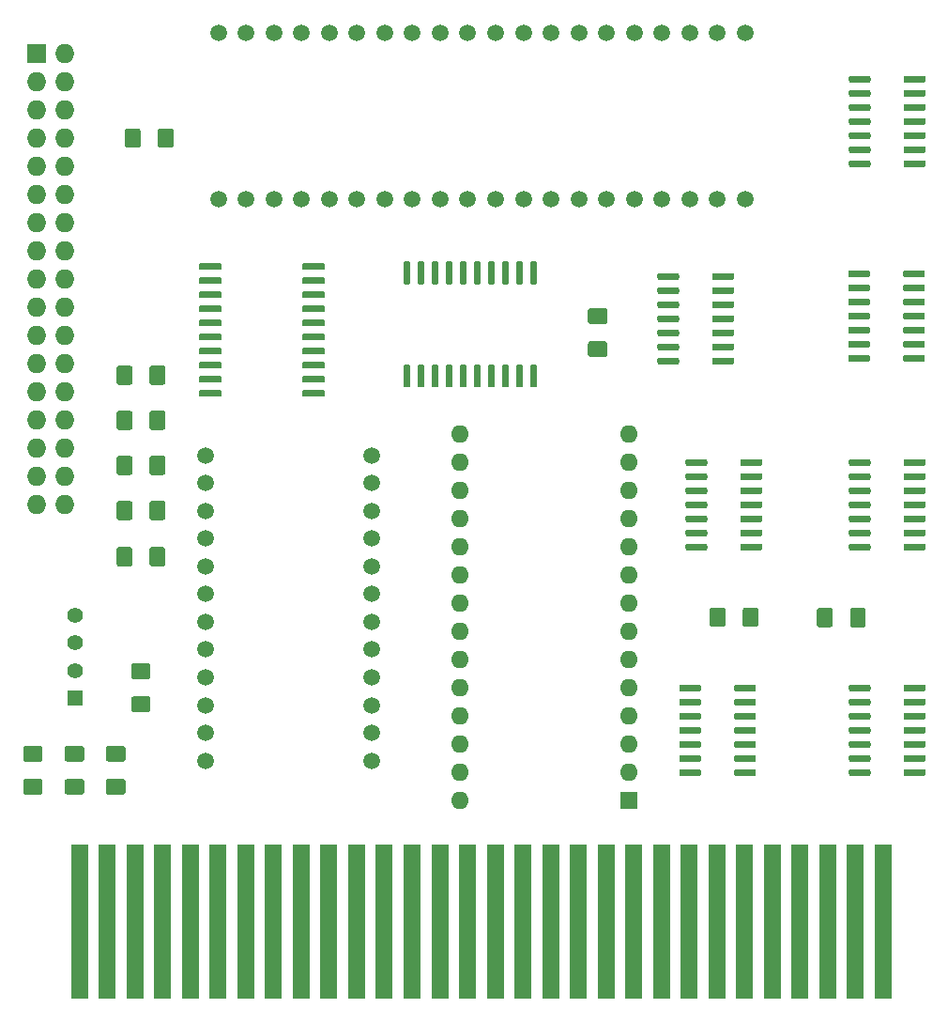
<source format=gbr>
G04 #@! TF.GenerationSoftware,KiCad,Pcbnew,(5.1.5)-3*
G04 #@! TF.CreationDate,2020-09-13T19:19:07-07:00*
G04 #@! TF.ProjectId,rk86kngmd,726b3836-6b6e-4676-9d64-2e6b69636164,rev?*
G04 #@! TF.SameCoordinates,Original*
G04 #@! TF.FileFunction,Soldermask,Top*
G04 #@! TF.FilePolarity,Negative*
%FSLAX46Y46*%
G04 Gerber Fmt 4.6, Leading zero omitted, Abs format (unit mm)*
G04 Created by KiCad (PCBNEW (5.1.5)-3) date 2020-09-13 19:19:07*
%MOMM*%
%LPD*%
G04 APERTURE LIST*
%ADD10C,0.100000*%
%ADD11R,1.408000X1.408000*%
%ADD12C,1.408000*%
%ADD13O,1.600000X1.600000*%
%ADD14R,1.600000X1.600000*%
%ADD15R,1.500000X14.000000*%
%ADD16O,1.727200X1.727200*%
%ADD17R,1.727200X1.727200*%
%ADD18C,1.500000*%
G04 APERTURE END LIST*
D10*
G36*
X46649504Y-119264204D02*
G01*
X46673773Y-119267804D01*
X46697571Y-119273765D01*
X46720671Y-119282030D01*
X46742849Y-119292520D01*
X46763893Y-119305133D01*
X46783598Y-119319747D01*
X46801777Y-119336223D01*
X46818253Y-119354402D01*
X46832867Y-119374107D01*
X46845480Y-119395151D01*
X46855970Y-119417329D01*
X46864235Y-119440429D01*
X46870196Y-119464227D01*
X46873796Y-119488496D01*
X46875000Y-119513000D01*
X46875000Y-120438000D01*
X46873796Y-120462504D01*
X46870196Y-120486773D01*
X46864235Y-120510571D01*
X46855970Y-120533671D01*
X46845480Y-120555849D01*
X46832867Y-120576893D01*
X46818253Y-120596598D01*
X46801777Y-120614777D01*
X46783598Y-120631253D01*
X46763893Y-120645867D01*
X46742849Y-120658480D01*
X46720671Y-120668970D01*
X46697571Y-120677235D01*
X46673773Y-120683196D01*
X46649504Y-120686796D01*
X46625000Y-120688000D01*
X45375000Y-120688000D01*
X45350496Y-120686796D01*
X45326227Y-120683196D01*
X45302429Y-120677235D01*
X45279329Y-120668970D01*
X45257151Y-120658480D01*
X45236107Y-120645867D01*
X45216402Y-120631253D01*
X45198223Y-120614777D01*
X45181747Y-120596598D01*
X45167133Y-120576893D01*
X45154520Y-120555849D01*
X45144030Y-120533671D01*
X45135765Y-120510571D01*
X45129804Y-120486773D01*
X45126204Y-120462504D01*
X45125000Y-120438000D01*
X45125000Y-119513000D01*
X45126204Y-119488496D01*
X45129804Y-119464227D01*
X45135765Y-119440429D01*
X45144030Y-119417329D01*
X45154520Y-119395151D01*
X45167133Y-119374107D01*
X45181747Y-119354402D01*
X45198223Y-119336223D01*
X45216402Y-119319747D01*
X45236107Y-119305133D01*
X45257151Y-119292520D01*
X45279329Y-119282030D01*
X45302429Y-119273765D01*
X45326227Y-119267804D01*
X45350496Y-119264204D01*
X45375000Y-119263000D01*
X46625000Y-119263000D01*
X46649504Y-119264204D01*
G37*
G36*
X46649504Y-116289204D02*
G01*
X46673773Y-116292804D01*
X46697571Y-116298765D01*
X46720671Y-116307030D01*
X46742849Y-116317520D01*
X46763893Y-116330133D01*
X46783598Y-116344747D01*
X46801777Y-116361223D01*
X46818253Y-116379402D01*
X46832867Y-116399107D01*
X46845480Y-116420151D01*
X46855970Y-116442329D01*
X46864235Y-116465429D01*
X46870196Y-116489227D01*
X46873796Y-116513496D01*
X46875000Y-116538000D01*
X46875000Y-117463000D01*
X46873796Y-117487504D01*
X46870196Y-117511773D01*
X46864235Y-117535571D01*
X46855970Y-117558671D01*
X46845480Y-117580849D01*
X46832867Y-117601893D01*
X46818253Y-117621598D01*
X46801777Y-117639777D01*
X46783598Y-117656253D01*
X46763893Y-117670867D01*
X46742849Y-117683480D01*
X46720671Y-117693970D01*
X46697571Y-117702235D01*
X46673773Y-117708196D01*
X46649504Y-117711796D01*
X46625000Y-117713000D01*
X45375000Y-117713000D01*
X45350496Y-117711796D01*
X45326227Y-117708196D01*
X45302429Y-117702235D01*
X45279329Y-117693970D01*
X45257151Y-117683480D01*
X45236107Y-117670867D01*
X45216402Y-117656253D01*
X45198223Y-117639777D01*
X45181747Y-117621598D01*
X45167133Y-117601893D01*
X45154520Y-117580849D01*
X45144030Y-117558671D01*
X45135765Y-117535571D01*
X45129804Y-117511773D01*
X45126204Y-117487504D01*
X45125000Y-117463000D01*
X45125000Y-116538000D01*
X45126204Y-116513496D01*
X45129804Y-116489227D01*
X45135765Y-116465429D01*
X45144030Y-116442329D01*
X45154520Y-116420151D01*
X45167133Y-116399107D01*
X45181747Y-116379402D01*
X45198223Y-116361223D01*
X45216402Y-116344747D01*
X45236107Y-116330133D01*
X45257151Y-116317520D01*
X45279329Y-116307030D01*
X45302429Y-116298765D01*
X45326227Y-116292804D01*
X45350496Y-116289204D01*
X45375000Y-116288000D01*
X46625000Y-116288000D01*
X46649504Y-116289204D01*
G37*
G36*
X54749504Y-90140204D02*
G01*
X54773773Y-90143804D01*
X54797571Y-90149765D01*
X54820671Y-90158030D01*
X54842849Y-90168520D01*
X54863893Y-90181133D01*
X54883598Y-90195747D01*
X54901777Y-90212223D01*
X54918253Y-90230402D01*
X54932867Y-90250107D01*
X54945480Y-90271151D01*
X54955970Y-90293329D01*
X54964235Y-90316429D01*
X54970196Y-90340227D01*
X54973796Y-90364496D01*
X54975000Y-90389000D01*
X54975000Y-91639000D01*
X54973796Y-91663504D01*
X54970196Y-91687773D01*
X54964235Y-91711571D01*
X54955970Y-91734671D01*
X54945480Y-91756849D01*
X54932867Y-91777893D01*
X54918253Y-91797598D01*
X54901777Y-91815777D01*
X54883598Y-91832253D01*
X54863893Y-91846867D01*
X54842849Y-91859480D01*
X54820671Y-91869970D01*
X54797571Y-91878235D01*
X54773773Y-91884196D01*
X54749504Y-91887796D01*
X54725000Y-91889000D01*
X53800000Y-91889000D01*
X53775496Y-91887796D01*
X53751227Y-91884196D01*
X53727429Y-91878235D01*
X53704329Y-91869970D01*
X53682151Y-91859480D01*
X53661107Y-91846867D01*
X53641402Y-91832253D01*
X53623223Y-91815777D01*
X53606747Y-91797598D01*
X53592133Y-91777893D01*
X53579520Y-91756849D01*
X53569030Y-91734671D01*
X53560765Y-91711571D01*
X53554804Y-91687773D01*
X53551204Y-91663504D01*
X53550000Y-91639000D01*
X53550000Y-90389000D01*
X53551204Y-90364496D01*
X53554804Y-90340227D01*
X53560765Y-90316429D01*
X53569030Y-90293329D01*
X53579520Y-90271151D01*
X53592133Y-90250107D01*
X53606747Y-90230402D01*
X53623223Y-90212223D01*
X53641402Y-90195747D01*
X53661107Y-90181133D01*
X53682151Y-90168520D01*
X53704329Y-90158030D01*
X53727429Y-90149765D01*
X53751227Y-90143804D01*
X53775496Y-90140204D01*
X53800000Y-90139000D01*
X54725000Y-90139000D01*
X54749504Y-90140204D01*
G37*
G36*
X57724504Y-90140204D02*
G01*
X57748773Y-90143804D01*
X57772571Y-90149765D01*
X57795671Y-90158030D01*
X57817849Y-90168520D01*
X57838893Y-90181133D01*
X57858598Y-90195747D01*
X57876777Y-90212223D01*
X57893253Y-90230402D01*
X57907867Y-90250107D01*
X57920480Y-90271151D01*
X57930970Y-90293329D01*
X57939235Y-90316429D01*
X57945196Y-90340227D01*
X57948796Y-90364496D01*
X57950000Y-90389000D01*
X57950000Y-91639000D01*
X57948796Y-91663504D01*
X57945196Y-91687773D01*
X57939235Y-91711571D01*
X57930970Y-91734671D01*
X57920480Y-91756849D01*
X57907867Y-91777893D01*
X57893253Y-91797598D01*
X57876777Y-91815777D01*
X57858598Y-91832253D01*
X57838893Y-91846867D01*
X57817849Y-91859480D01*
X57795671Y-91869970D01*
X57772571Y-91878235D01*
X57748773Y-91884196D01*
X57724504Y-91887796D01*
X57700000Y-91889000D01*
X56775000Y-91889000D01*
X56750496Y-91887796D01*
X56726227Y-91884196D01*
X56702429Y-91878235D01*
X56679329Y-91869970D01*
X56657151Y-91859480D01*
X56636107Y-91846867D01*
X56616402Y-91832253D01*
X56598223Y-91815777D01*
X56581747Y-91797598D01*
X56567133Y-91777893D01*
X56554520Y-91756849D01*
X56544030Y-91734671D01*
X56535765Y-91711571D01*
X56529804Y-91687773D01*
X56526204Y-91663504D01*
X56525000Y-91639000D01*
X56525000Y-90389000D01*
X56526204Y-90364496D01*
X56529804Y-90340227D01*
X56535765Y-90316429D01*
X56544030Y-90293329D01*
X56554520Y-90271151D01*
X56567133Y-90250107D01*
X56581747Y-90230402D01*
X56598223Y-90212223D01*
X56616402Y-90195747D01*
X56636107Y-90181133D01*
X56657151Y-90168520D01*
X56679329Y-90158030D01*
X56702429Y-90149765D01*
X56726227Y-90143804D01*
X56750496Y-90140204D01*
X56775000Y-90139000D01*
X57700000Y-90139000D01*
X57724504Y-90140204D01*
G37*
G36*
X54749504Y-86076204D02*
G01*
X54773773Y-86079804D01*
X54797571Y-86085765D01*
X54820671Y-86094030D01*
X54842849Y-86104520D01*
X54863893Y-86117133D01*
X54883598Y-86131747D01*
X54901777Y-86148223D01*
X54918253Y-86166402D01*
X54932867Y-86186107D01*
X54945480Y-86207151D01*
X54955970Y-86229329D01*
X54964235Y-86252429D01*
X54970196Y-86276227D01*
X54973796Y-86300496D01*
X54975000Y-86325000D01*
X54975000Y-87575000D01*
X54973796Y-87599504D01*
X54970196Y-87623773D01*
X54964235Y-87647571D01*
X54955970Y-87670671D01*
X54945480Y-87692849D01*
X54932867Y-87713893D01*
X54918253Y-87733598D01*
X54901777Y-87751777D01*
X54883598Y-87768253D01*
X54863893Y-87782867D01*
X54842849Y-87795480D01*
X54820671Y-87805970D01*
X54797571Y-87814235D01*
X54773773Y-87820196D01*
X54749504Y-87823796D01*
X54725000Y-87825000D01*
X53800000Y-87825000D01*
X53775496Y-87823796D01*
X53751227Y-87820196D01*
X53727429Y-87814235D01*
X53704329Y-87805970D01*
X53682151Y-87795480D01*
X53661107Y-87782867D01*
X53641402Y-87768253D01*
X53623223Y-87751777D01*
X53606747Y-87733598D01*
X53592133Y-87713893D01*
X53579520Y-87692849D01*
X53569030Y-87670671D01*
X53560765Y-87647571D01*
X53554804Y-87623773D01*
X53551204Y-87599504D01*
X53550000Y-87575000D01*
X53550000Y-86325000D01*
X53551204Y-86300496D01*
X53554804Y-86276227D01*
X53560765Y-86252429D01*
X53569030Y-86229329D01*
X53579520Y-86207151D01*
X53592133Y-86186107D01*
X53606747Y-86166402D01*
X53623223Y-86148223D01*
X53641402Y-86131747D01*
X53661107Y-86117133D01*
X53682151Y-86104520D01*
X53704329Y-86094030D01*
X53727429Y-86085765D01*
X53751227Y-86079804D01*
X53775496Y-86076204D01*
X53800000Y-86075000D01*
X54725000Y-86075000D01*
X54749504Y-86076204D01*
G37*
G36*
X57724504Y-86076204D02*
G01*
X57748773Y-86079804D01*
X57772571Y-86085765D01*
X57795671Y-86094030D01*
X57817849Y-86104520D01*
X57838893Y-86117133D01*
X57858598Y-86131747D01*
X57876777Y-86148223D01*
X57893253Y-86166402D01*
X57907867Y-86186107D01*
X57920480Y-86207151D01*
X57930970Y-86229329D01*
X57939235Y-86252429D01*
X57945196Y-86276227D01*
X57948796Y-86300496D01*
X57950000Y-86325000D01*
X57950000Y-87575000D01*
X57948796Y-87599504D01*
X57945196Y-87623773D01*
X57939235Y-87647571D01*
X57930970Y-87670671D01*
X57920480Y-87692849D01*
X57907867Y-87713893D01*
X57893253Y-87733598D01*
X57876777Y-87751777D01*
X57858598Y-87768253D01*
X57838893Y-87782867D01*
X57817849Y-87795480D01*
X57795671Y-87805970D01*
X57772571Y-87814235D01*
X57748773Y-87820196D01*
X57724504Y-87823796D01*
X57700000Y-87825000D01*
X56775000Y-87825000D01*
X56750496Y-87823796D01*
X56726227Y-87820196D01*
X56702429Y-87814235D01*
X56679329Y-87805970D01*
X56657151Y-87795480D01*
X56636107Y-87782867D01*
X56616402Y-87768253D01*
X56598223Y-87751777D01*
X56581747Y-87733598D01*
X56567133Y-87713893D01*
X56554520Y-87692849D01*
X56544030Y-87670671D01*
X56535765Y-87647571D01*
X56529804Y-87623773D01*
X56526204Y-87599504D01*
X56525000Y-87575000D01*
X56525000Y-86325000D01*
X56526204Y-86300496D01*
X56529804Y-86276227D01*
X56535765Y-86252429D01*
X56544030Y-86229329D01*
X56554520Y-86207151D01*
X56567133Y-86186107D01*
X56581747Y-86166402D01*
X56598223Y-86148223D01*
X56616402Y-86131747D01*
X56636107Y-86117133D01*
X56657151Y-86104520D01*
X56679329Y-86094030D01*
X56702429Y-86085765D01*
X56726227Y-86079804D01*
X56750496Y-86076204D01*
X56775000Y-86075000D01*
X57700000Y-86075000D01*
X57724504Y-86076204D01*
G37*
G36*
X54749504Y-94204204D02*
G01*
X54773773Y-94207804D01*
X54797571Y-94213765D01*
X54820671Y-94222030D01*
X54842849Y-94232520D01*
X54863893Y-94245133D01*
X54883598Y-94259747D01*
X54901777Y-94276223D01*
X54918253Y-94294402D01*
X54932867Y-94314107D01*
X54945480Y-94335151D01*
X54955970Y-94357329D01*
X54964235Y-94380429D01*
X54970196Y-94404227D01*
X54973796Y-94428496D01*
X54975000Y-94453000D01*
X54975000Y-95703000D01*
X54973796Y-95727504D01*
X54970196Y-95751773D01*
X54964235Y-95775571D01*
X54955970Y-95798671D01*
X54945480Y-95820849D01*
X54932867Y-95841893D01*
X54918253Y-95861598D01*
X54901777Y-95879777D01*
X54883598Y-95896253D01*
X54863893Y-95910867D01*
X54842849Y-95923480D01*
X54820671Y-95933970D01*
X54797571Y-95942235D01*
X54773773Y-95948196D01*
X54749504Y-95951796D01*
X54725000Y-95953000D01*
X53800000Y-95953000D01*
X53775496Y-95951796D01*
X53751227Y-95948196D01*
X53727429Y-95942235D01*
X53704329Y-95933970D01*
X53682151Y-95923480D01*
X53661107Y-95910867D01*
X53641402Y-95896253D01*
X53623223Y-95879777D01*
X53606747Y-95861598D01*
X53592133Y-95841893D01*
X53579520Y-95820849D01*
X53569030Y-95798671D01*
X53560765Y-95775571D01*
X53554804Y-95751773D01*
X53551204Y-95727504D01*
X53550000Y-95703000D01*
X53550000Y-94453000D01*
X53551204Y-94428496D01*
X53554804Y-94404227D01*
X53560765Y-94380429D01*
X53569030Y-94357329D01*
X53579520Y-94335151D01*
X53592133Y-94314107D01*
X53606747Y-94294402D01*
X53623223Y-94276223D01*
X53641402Y-94259747D01*
X53661107Y-94245133D01*
X53682151Y-94232520D01*
X53704329Y-94222030D01*
X53727429Y-94213765D01*
X53751227Y-94207804D01*
X53775496Y-94204204D01*
X53800000Y-94203000D01*
X54725000Y-94203000D01*
X54749504Y-94204204D01*
G37*
G36*
X57724504Y-94204204D02*
G01*
X57748773Y-94207804D01*
X57772571Y-94213765D01*
X57795671Y-94222030D01*
X57817849Y-94232520D01*
X57838893Y-94245133D01*
X57858598Y-94259747D01*
X57876777Y-94276223D01*
X57893253Y-94294402D01*
X57907867Y-94314107D01*
X57920480Y-94335151D01*
X57930970Y-94357329D01*
X57939235Y-94380429D01*
X57945196Y-94404227D01*
X57948796Y-94428496D01*
X57950000Y-94453000D01*
X57950000Y-95703000D01*
X57948796Y-95727504D01*
X57945196Y-95751773D01*
X57939235Y-95775571D01*
X57930970Y-95798671D01*
X57920480Y-95820849D01*
X57907867Y-95841893D01*
X57893253Y-95861598D01*
X57876777Y-95879777D01*
X57858598Y-95896253D01*
X57838893Y-95910867D01*
X57817849Y-95923480D01*
X57795671Y-95933970D01*
X57772571Y-95942235D01*
X57748773Y-95948196D01*
X57724504Y-95951796D01*
X57700000Y-95953000D01*
X56775000Y-95953000D01*
X56750496Y-95951796D01*
X56726227Y-95948196D01*
X56702429Y-95942235D01*
X56679329Y-95933970D01*
X56657151Y-95923480D01*
X56636107Y-95910867D01*
X56616402Y-95896253D01*
X56598223Y-95879777D01*
X56581747Y-95861598D01*
X56567133Y-95841893D01*
X56554520Y-95820849D01*
X56544030Y-95798671D01*
X56535765Y-95775571D01*
X56529804Y-95751773D01*
X56526204Y-95727504D01*
X56525000Y-95703000D01*
X56525000Y-94453000D01*
X56526204Y-94428496D01*
X56529804Y-94404227D01*
X56535765Y-94380429D01*
X56544030Y-94357329D01*
X56554520Y-94335151D01*
X56567133Y-94314107D01*
X56581747Y-94294402D01*
X56598223Y-94276223D01*
X56616402Y-94259747D01*
X56636107Y-94245133D01*
X56657151Y-94232520D01*
X56679329Y-94222030D01*
X56702429Y-94213765D01*
X56726227Y-94207804D01*
X56750496Y-94204204D01*
X56775000Y-94203000D01*
X57700000Y-94203000D01*
X57724504Y-94204204D01*
G37*
G36*
X54749504Y-82012204D02*
G01*
X54773773Y-82015804D01*
X54797571Y-82021765D01*
X54820671Y-82030030D01*
X54842849Y-82040520D01*
X54863893Y-82053133D01*
X54883598Y-82067747D01*
X54901777Y-82084223D01*
X54918253Y-82102402D01*
X54932867Y-82122107D01*
X54945480Y-82143151D01*
X54955970Y-82165329D01*
X54964235Y-82188429D01*
X54970196Y-82212227D01*
X54973796Y-82236496D01*
X54975000Y-82261000D01*
X54975000Y-83511000D01*
X54973796Y-83535504D01*
X54970196Y-83559773D01*
X54964235Y-83583571D01*
X54955970Y-83606671D01*
X54945480Y-83628849D01*
X54932867Y-83649893D01*
X54918253Y-83669598D01*
X54901777Y-83687777D01*
X54883598Y-83704253D01*
X54863893Y-83718867D01*
X54842849Y-83731480D01*
X54820671Y-83741970D01*
X54797571Y-83750235D01*
X54773773Y-83756196D01*
X54749504Y-83759796D01*
X54725000Y-83761000D01*
X53800000Y-83761000D01*
X53775496Y-83759796D01*
X53751227Y-83756196D01*
X53727429Y-83750235D01*
X53704329Y-83741970D01*
X53682151Y-83731480D01*
X53661107Y-83718867D01*
X53641402Y-83704253D01*
X53623223Y-83687777D01*
X53606747Y-83669598D01*
X53592133Y-83649893D01*
X53579520Y-83628849D01*
X53569030Y-83606671D01*
X53560765Y-83583571D01*
X53554804Y-83559773D01*
X53551204Y-83535504D01*
X53550000Y-83511000D01*
X53550000Y-82261000D01*
X53551204Y-82236496D01*
X53554804Y-82212227D01*
X53560765Y-82188429D01*
X53569030Y-82165329D01*
X53579520Y-82143151D01*
X53592133Y-82122107D01*
X53606747Y-82102402D01*
X53623223Y-82084223D01*
X53641402Y-82067747D01*
X53661107Y-82053133D01*
X53682151Y-82040520D01*
X53704329Y-82030030D01*
X53727429Y-82021765D01*
X53751227Y-82015804D01*
X53775496Y-82012204D01*
X53800000Y-82011000D01*
X54725000Y-82011000D01*
X54749504Y-82012204D01*
G37*
G36*
X57724504Y-82012204D02*
G01*
X57748773Y-82015804D01*
X57772571Y-82021765D01*
X57795671Y-82030030D01*
X57817849Y-82040520D01*
X57838893Y-82053133D01*
X57858598Y-82067747D01*
X57876777Y-82084223D01*
X57893253Y-82102402D01*
X57907867Y-82122107D01*
X57920480Y-82143151D01*
X57930970Y-82165329D01*
X57939235Y-82188429D01*
X57945196Y-82212227D01*
X57948796Y-82236496D01*
X57950000Y-82261000D01*
X57950000Y-83511000D01*
X57948796Y-83535504D01*
X57945196Y-83559773D01*
X57939235Y-83583571D01*
X57930970Y-83606671D01*
X57920480Y-83628849D01*
X57907867Y-83649893D01*
X57893253Y-83669598D01*
X57876777Y-83687777D01*
X57858598Y-83704253D01*
X57838893Y-83718867D01*
X57817849Y-83731480D01*
X57795671Y-83741970D01*
X57772571Y-83750235D01*
X57748773Y-83756196D01*
X57724504Y-83759796D01*
X57700000Y-83761000D01*
X56775000Y-83761000D01*
X56750496Y-83759796D01*
X56726227Y-83756196D01*
X56702429Y-83750235D01*
X56679329Y-83741970D01*
X56657151Y-83731480D01*
X56636107Y-83718867D01*
X56616402Y-83704253D01*
X56598223Y-83687777D01*
X56581747Y-83669598D01*
X56567133Y-83649893D01*
X56554520Y-83628849D01*
X56544030Y-83606671D01*
X56535765Y-83583571D01*
X56529804Y-83559773D01*
X56526204Y-83535504D01*
X56525000Y-83511000D01*
X56525000Y-82261000D01*
X56526204Y-82236496D01*
X56529804Y-82212227D01*
X56535765Y-82188429D01*
X56544030Y-82165329D01*
X56554520Y-82143151D01*
X56567133Y-82122107D01*
X56581747Y-82102402D01*
X56598223Y-82084223D01*
X56616402Y-82067747D01*
X56636107Y-82053133D01*
X56657151Y-82040520D01*
X56679329Y-82030030D01*
X56702429Y-82021765D01*
X56726227Y-82015804D01*
X56750496Y-82012204D01*
X56775000Y-82011000D01*
X57700000Y-82011000D01*
X57724504Y-82012204D01*
G37*
G36*
X55492104Y-60650804D02*
G01*
X55516373Y-60654404D01*
X55540171Y-60660365D01*
X55563271Y-60668630D01*
X55585449Y-60679120D01*
X55606493Y-60691733D01*
X55626198Y-60706347D01*
X55644377Y-60722823D01*
X55660853Y-60741002D01*
X55675467Y-60760707D01*
X55688080Y-60781751D01*
X55698570Y-60803929D01*
X55706835Y-60827029D01*
X55712796Y-60850827D01*
X55716396Y-60875096D01*
X55717600Y-60899600D01*
X55717600Y-62149600D01*
X55716396Y-62174104D01*
X55712796Y-62198373D01*
X55706835Y-62222171D01*
X55698570Y-62245271D01*
X55688080Y-62267449D01*
X55675467Y-62288493D01*
X55660853Y-62308198D01*
X55644377Y-62326377D01*
X55626198Y-62342853D01*
X55606493Y-62357467D01*
X55585449Y-62370080D01*
X55563271Y-62380570D01*
X55540171Y-62388835D01*
X55516373Y-62394796D01*
X55492104Y-62398396D01*
X55467600Y-62399600D01*
X54542600Y-62399600D01*
X54518096Y-62398396D01*
X54493827Y-62394796D01*
X54470029Y-62388835D01*
X54446929Y-62380570D01*
X54424751Y-62370080D01*
X54403707Y-62357467D01*
X54384002Y-62342853D01*
X54365823Y-62326377D01*
X54349347Y-62308198D01*
X54334733Y-62288493D01*
X54322120Y-62267449D01*
X54311630Y-62245271D01*
X54303365Y-62222171D01*
X54297404Y-62198373D01*
X54293804Y-62174104D01*
X54292600Y-62149600D01*
X54292600Y-60899600D01*
X54293804Y-60875096D01*
X54297404Y-60850827D01*
X54303365Y-60827029D01*
X54311630Y-60803929D01*
X54322120Y-60781751D01*
X54334733Y-60760707D01*
X54349347Y-60741002D01*
X54365823Y-60722823D01*
X54384002Y-60706347D01*
X54403707Y-60691733D01*
X54424751Y-60679120D01*
X54446929Y-60668630D01*
X54470029Y-60660365D01*
X54493827Y-60654404D01*
X54518096Y-60650804D01*
X54542600Y-60649600D01*
X55467600Y-60649600D01*
X55492104Y-60650804D01*
G37*
G36*
X58467104Y-60650804D02*
G01*
X58491373Y-60654404D01*
X58515171Y-60660365D01*
X58538271Y-60668630D01*
X58560449Y-60679120D01*
X58581493Y-60691733D01*
X58601198Y-60706347D01*
X58619377Y-60722823D01*
X58635853Y-60741002D01*
X58650467Y-60760707D01*
X58663080Y-60781751D01*
X58673570Y-60803929D01*
X58681835Y-60827029D01*
X58687796Y-60850827D01*
X58691396Y-60875096D01*
X58692600Y-60899600D01*
X58692600Y-62149600D01*
X58691396Y-62174104D01*
X58687796Y-62198373D01*
X58681835Y-62222171D01*
X58673570Y-62245271D01*
X58663080Y-62267449D01*
X58650467Y-62288493D01*
X58635853Y-62308198D01*
X58619377Y-62326377D01*
X58601198Y-62342853D01*
X58581493Y-62357467D01*
X58560449Y-62370080D01*
X58538271Y-62380570D01*
X58515171Y-62388835D01*
X58491373Y-62394796D01*
X58467104Y-62398396D01*
X58442600Y-62399600D01*
X57517600Y-62399600D01*
X57493096Y-62398396D01*
X57468827Y-62394796D01*
X57445029Y-62388835D01*
X57421929Y-62380570D01*
X57399751Y-62370080D01*
X57378707Y-62357467D01*
X57359002Y-62342853D01*
X57340823Y-62326377D01*
X57324347Y-62308198D01*
X57309733Y-62288493D01*
X57297120Y-62267449D01*
X57286630Y-62245271D01*
X57278365Y-62222171D01*
X57272404Y-62198373D01*
X57268804Y-62174104D01*
X57267600Y-62149600D01*
X57267600Y-60899600D01*
X57268804Y-60875096D01*
X57272404Y-60850827D01*
X57278365Y-60827029D01*
X57286630Y-60803929D01*
X57297120Y-60781751D01*
X57309733Y-60760707D01*
X57324347Y-60741002D01*
X57340823Y-60722823D01*
X57359002Y-60706347D01*
X57378707Y-60691733D01*
X57399751Y-60679120D01*
X57421929Y-60668630D01*
X57445029Y-60660365D01*
X57468827Y-60654404D01*
X57493096Y-60650804D01*
X57517600Y-60649600D01*
X58442600Y-60649600D01*
X58467104Y-60650804D01*
G37*
G36*
X54749504Y-98376204D02*
G01*
X54773773Y-98379804D01*
X54797571Y-98385765D01*
X54820671Y-98394030D01*
X54842849Y-98404520D01*
X54863893Y-98417133D01*
X54883598Y-98431747D01*
X54901777Y-98448223D01*
X54918253Y-98466402D01*
X54932867Y-98486107D01*
X54945480Y-98507151D01*
X54955970Y-98529329D01*
X54964235Y-98552429D01*
X54970196Y-98576227D01*
X54973796Y-98600496D01*
X54975000Y-98625000D01*
X54975000Y-99875000D01*
X54973796Y-99899504D01*
X54970196Y-99923773D01*
X54964235Y-99947571D01*
X54955970Y-99970671D01*
X54945480Y-99992849D01*
X54932867Y-100013893D01*
X54918253Y-100033598D01*
X54901777Y-100051777D01*
X54883598Y-100068253D01*
X54863893Y-100082867D01*
X54842849Y-100095480D01*
X54820671Y-100105970D01*
X54797571Y-100114235D01*
X54773773Y-100120196D01*
X54749504Y-100123796D01*
X54725000Y-100125000D01*
X53800000Y-100125000D01*
X53775496Y-100123796D01*
X53751227Y-100120196D01*
X53727429Y-100114235D01*
X53704329Y-100105970D01*
X53682151Y-100095480D01*
X53661107Y-100082867D01*
X53641402Y-100068253D01*
X53623223Y-100051777D01*
X53606747Y-100033598D01*
X53592133Y-100013893D01*
X53579520Y-99992849D01*
X53569030Y-99970671D01*
X53560765Y-99947571D01*
X53554804Y-99923773D01*
X53551204Y-99899504D01*
X53550000Y-99875000D01*
X53550000Y-98625000D01*
X53551204Y-98600496D01*
X53554804Y-98576227D01*
X53560765Y-98552429D01*
X53569030Y-98529329D01*
X53579520Y-98507151D01*
X53592133Y-98486107D01*
X53606747Y-98466402D01*
X53623223Y-98448223D01*
X53641402Y-98431747D01*
X53661107Y-98417133D01*
X53682151Y-98404520D01*
X53704329Y-98394030D01*
X53727429Y-98385765D01*
X53751227Y-98379804D01*
X53775496Y-98376204D01*
X53800000Y-98375000D01*
X54725000Y-98375000D01*
X54749504Y-98376204D01*
G37*
G36*
X57724504Y-98376204D02*
G01*
X57748773Y-98379804D01*
X57772571Y-98385765D01*
X57795671Y-98394030D01*
X57817849Y-98404520D01*
X57838893Y-98417133D01*
X57858598Y-98431747D01*
X57876777Y-98448223D01*
X57893253Y-98466402D01*
X57907867Y-98486107D01*
X57920480Y-98507151D01*
X57930970Y-98529329D01*
X57939235Y-98552429D01*
X57945196Y-98576227D01*
X57948796Y-98600496D01*
X57950000Y-98625000D01*
X57950000Y-99875000D01*
X57948796Y-99899504D01*
X57945196Y-99923773D01*
X57939235Y-99947571D01*
X57930970Y-99970671D01*
X57920480Y-99992849D01*
X57907867Y-100013893D01*
X57893253Y-100033598D01*
X57876777Y-100051777D01*
X57858598Y-100068253D01*
X57838893Y-100082867D01*
X57817849Y-100095480D01*
X57795671Y-100105970D01*
X57772571Y-100114235D01*
X57748773Y-100120196D01*
X57724504Y-100123796D01*
X57700000Y-100125000D01*
X56775000Y-100125000D01*
X56750496Y-100123796D01*
X56726227Y-100120196D01*
X56702429Y-100114235D01*
X56679329Y-100105970D01*
X56657151Y-100095480D01*
X56636107Y-100082867D01*
X56616402Y-100068253D01*
X56598223Y-100051777D01*
X56581747Y-100033598D01*
X56567133Y-100013893D01*
X56554520Y-99992849D01*
X56544030Y-99970671D01*
X56535765Y-99947571D01*
X56529804Y-99923773D01*
X56526204Y-99899504D01*
X56525000Y-99875000D01*
X56525000Y-98625000D01*
X56526204Y-98600496D01*
X56529804Y-98576227D01*
X56535765Y-98552429D01*
X56544030Y-98529329D01*
X56554520Y-98507151D01*
X56567133Y-98486107D01*
X56581747Y-98466402D01*
X56598223Y-98448223D01*
X56616402Y-98431747D01*
X56636107Y-98417133D01*
X56657151Y-98404520D01*
X56679329Y-98394030D01*
X56702429Y-98385765D01*
X56726227Y-98379804D01*
X56750496Y-98376204D01*
X56775000Y-98375000D01*
X57700000Y-98375000D01*
X57724504Y-98376204D01*
G37*
G36*
X111224504Y-103831204D02*
G01*
X111248773Y-103834804D01*
X111272571Y-103840765D01*
X111295671Y-103849030D01*
X111317849Y-103859520D01*
X111338893Y-103872133D01*
X111358598Y-103886747D01*
X111376777Y-103903223D01*
X111393253Y-103921402D01*
X111407867Y-103941107D01*
X111420480Y-103962151D01*
X111430970Y-103984329D01*
X111439235Y-104007429D01*
X111445196Y-104031227D01*
X111448796Y-104055496D01*
X111450000Y-104080000D01*
X111450000Y-105330000D01*
X111448796Y-105354504D01*
X111445196Y-105378773D01*
X111439235Y-105402571D01*
X111430970Y-105425671D01*
X111420480Y-105447849D01*
X111407867Y-105468893D01*
X111393253Y-105488598D01*
X111376777Y-105506777D01*
X111358598Y-105523253D01*
X111338893Y-105537867D01*
X111317849Y-105550480D01*
X111295671Y-105560970D01*
X111272571Y-105569235D01*
X111248773Y-105575196D01*
X111224504Y-105578796D01*
X111200000Y-105580000D01*
X110275000Y-105580000D01*
X110250496Y-105578796D01*
X110226227Y-105575196D01*
X110202429Y-105569235D01*
X110179329Y-105560970D01*
X110157151Y-105550480D01*
X110136107Y-105537867D01*
X110116402Y-105523253D01*
X110098223Y-105506777D01*
X110081747Y-105488598D01*
X110067133Y-105468893D01*
X110054520Y-105447849D01*
X110044030Y-105425671D01*
X110035765Y-105402571D01*
X110029804Y-105378773D01*
X110026204Y-105354504D01*
X110025000Y-105330000D01*
X110025000Y-104080000D01*
X110026204Y-104055496D01*
X110029804Y-104031227D01*
X110035765Y-104007429D01*
X110044030Y-103984329D01*
X110054520Y-103962151D01*
X110067133Y-103941107D01*
X110081747Y-103921402D01*
X110098223Y-103903223D01*
X110116402Y-103886747D01*
X110136107Y-103872133D01*
X110157151Y-103859520D01*
X110179329Y-103849030D01*
X110202429Y-103840765D01*
X110226227Y-103834804D01*
X110250496Y-103831204D01*
X110275000Y-103830000D01*
X111200000Y-103830000D01*
X111224504Y-103831204D01*
G37*
G36*
X108249504Y-103831204D02*
G01*
X108273773Y-103834804D01*
X108297571Y-103840765D01*
X108320671Y-103849030D01*
X108342849Y-103859520D01*
X108363893Y-103872133D01*
X108383598Y-103886747D01*
X108401777Y-103903223D01*
X108418253Y-103921402D01*
X108432867Y-103941107D01*
X108445480Y-103962151D01*
X108455970Y-103984329D01*
X108464235Y-104007429D01*
X108470196Y-104031227D01*
X108473796Y-104055496D01*
X108475000Y-104080000D01*
X108475000Y-105330000D01*
X108473796Y-105354504D01*
X108470196Y-105378773D01*
X108464235Y-105402571D01*
X108455970Y-105425671D01*
X108445480Y-105447849D01*
X108432867Y-105468893D01*
X108418253Y-105488598D01*
X108401777Y-105506777D01*
X108383598Y-105523253D01*
X108363893Y-105537867D01*
X108342849Y-105550480D01*
X108320671Y-105560970D01*
X108297571Y-105569235D01*
X108273773Y-105575196D01*
X108249504Y-105578796D01*
X108225000Y-105580000D01*
X107300000Y-105580000D01*
X107275496Y-105578796D01*
X107251227Y-105575196D01*
X107227429Y-105569235D01*
X107204329Y-105560970D01*
X107182151Y-105550480D01*
X107161107Y-105537867D01*
X107141402Y-105523253D01*
X107123223Y-105506777D01*
X107106747Y-105488598D01*
X107092133Y-105468893D01*
X107079520Y-105447849D01*
X107069030Y-105425671D01*
X107060765Y-105402571D01*
X107054804Y-105378773D01*
X107051204Y-105354504D01*
X107050000Y-105330000D01*
X107050000Y-104080000D01*
X107051204Y-104055496D01*
X107054804Y-104031227D01*
X107060765Y-104007429D01*
X107069030Y-103984329D01*
X107079520Y-103962151D01*
X107092133Y-103941107D01*
X107106747Y-103921402D01*
X107123223Y-103903223D01*
X107141402Y-103886747D01*
X107161107Y-103872133D01*
X107182151Y-103859520D01*
X107204329Y-103849030D01*
X107227429Y-103840765D01*
X107251227Y-103834804D01*
X107275496Y-103831204D01*
X107300000Y-103830000D01*
X108225000Y-103830000D01*
X108249504Y-103831204D01*
G37*
G36*
X54119504Y-116289204D02*
G01*
X54143773Y-116292804D01*
X54167571Y-116298765D01*
X54190671Y-116307030D01*
X54212849Y-116317520D01*
X54233893Y-116330133D01*
X54253598Y-116344747D01*
X54271777Y-116361223D01*
X54288253Y-116379402D01*
X54302867Y-116399107D01*
X54315480Y-116420151D01*
X54325970Y-116442329D01*
X54334235Y-116465429D01*
X54340196Y-116489227D01*
X54343796Y-116513496D01*
X54345000Y-116538000D01*
X54345000Y-117463000D01*
X54343796Y-117487504D01*
X54340196Y-117511773D01*
X54334235Y-117535571D01*
X54325970Y-117558671D01*
X54315480Y-117580849D01*
X54302867Y-117601893D01*
X54288253Y-117621598D01*
X54271777Y-117639777D01*
X54253598Y-117656253D01*
X54233893Y-117670867D01*
X54212849Y-117683480D01*
X54190671Y-117693970D01*
X54167571Y-117702235D01*
X54143773Y-117708196D01*
X54119504Y-117711796D01*
X54095000Y-117713000D01*
X52845000Y-117713000D01*
X52820496Y-117711796D01*
X52796227Y-117708196D01*
X52772429Y-117702235D01*
X52749329Y-117693970D01*
X52727151Y-117683480D01*
X52706107Y-117670867D01*
X52686402Y-117656253D01*
X52668223Y-117639777D01*
X52651747Y-117621598D01*
X52637133Y-117601893D01*
X52624520Y-117580849D01*
X52614030Y-117558671D01*
X52605765Y-117535571D01*
X52599804Y-117511773D01*
X52596204Y-117487504D01*
X52595000Y-117463000D01*
X52595000Y-116538000D01*
X52596204Y-116513496D01*
X52599804Y-116489227D01*
X52605765Y-116465429D01*
X52614030Y-116442329D01*
X52624520Y-116420151D01*
X52637133Y-116399107D01*
X52651747Y-116379402D01*
X52668223Y-116361223D01*
X52686402Y-116344747D01*
X52706107Y-116330133D01*
X52727151Y-116317520D01*
X52749329Y-116307030D01*
X52772429Y-116298765D01*
X52796227Y-116292804D01*
X52820496Y-116289204D01*
X52845000Y-116288000D01*
X54095000Y-116288000D01*
X54119504Y-116289204D01*
G37*
G36*
X54119504Y-119264204D02*
G01*
X54143773Y-119267804D01*
X54167571Y-119273765D01*
X54190671Y-119282030D01*
X54212849Y-119292520D01*
X54233893Y-119305133D01*
X54253598Y-119319747D01*
X54271777Y-119336223D01*
X54288253Y-119354402D01*
X54302867Y-119374107D01*
X54315480Y-119395151D01*
X54325970Y-119417329D01*
X54334235Y-119440429D01*
X54340196Y-119464227D01*
X54343796Y-119488496D01*
X54345000Y-119513000D01*
X54345000Y-120438000D01*
X54343796Y-120462504D01*
X54340196Y-120486773D01*
X54334235Y-120510571D01*
X54325970Y-120533671D01*
X54315480Y-120555849D01*
X54302867Y-120576893D01*
X54288253Y-120596598D01*
X54271777Y-120614777D01*
X54253598Y-120631253D01*
X54233893Y-120645867D01*
X54212849Y-120658480D01*
X54190671Y-120668970D01*
X54167571Y-120677235D01*
X54143773Y-120683196D01*
X54119504Y-120686796D01*
X54095000Y-120688000D01*
X52845000Y-120688000D01*
X52820496Y-120686796D01*
X52796227Y-120683196D01*
X52772429Y-120677235D01*
X52749329Y-120668970D01*
X52727151Y-120658480D01*
X52706107Y-120645867D01*
X52686402Y-120631253D01*
X52668223Y-120614777D01*
X52651747Y-120596598D01*
X52637133Y-120576893D01*
X52624520Y-120555849D01*
X52614030Y-120533671D01*
X52605765Y-120510571D01*
X52599804Y-120486773D01*
X52596204Y-120462504D01*
X52595000Y-120438000D01*
X52595000Y-119513000D01*
X52596204Y-119488496D01*
X52599804Y-119464227D01*
X52605765Y-119440429D01*
X52614030Y-119417329D01*
X52624520Y-119395151D01*
X52637133Y-119374107D01*
X52651747Y-119354402D01*
X52668223Y-119336223D01*
X52686402Y-119319747D01*
X52706107Y-119305133D01*
X52727151Y-119292520D01*
X52749329Y-119282030D01*
X52772429Y-119273765D01*
X52796227Y-119267804D01*
X52820496Y-119264204D01*
X52845000Y-119263000D01*
X54095000Y-119263000D01*
X54119504Y-119264204D01*
G37*
G36*
X50399504Y-116289204D02*
G01*
X50423773Y-116292804D01*
X50447571Y-116298765D01*
X50470671Y-116307030D01*
X50492849Y-116317520D01*
X50513893Y-116330133D01*
X50533598Y-116344747D01*
X50551777Y-116361223D01*
X50568253Y-116379402D01*
X50582867Y-116399107D01*
X50595480Y-116420151D01*
X50605970Y-116442329D01*
X50614235Y-116465429D01*
X50620196Y-116489227D01*
X50623796Y-116513496D01*
X50625000Y-116538000D01*
X50625000Y-117463000D01*
X50623796Y-117487504D01*
X50620196Y-117511773D01*
X50614235Y-117535571D01*
X50605970Y-117558671D01*
X50595480Y-117580849D01*
X50582867Y-117601893D01*
X50568253Y-117621598D01*
X50551777Y-117639777D01*
X50533598Y-117656253D01*
X50513893Y-117670867D01*
X50492849Y-117683480D01*
X50470671Y-117693970D01*
X50447571Y-117702235D01*
X50423773Y-117708196D01*
X50399504Y-117711796D01*
X50375000Y-117713000D01*
X49125000Y-117713000D01*
X49100496Y-117711796D01*
X49076227Y-117708196D01*
X49052429Y-117702235D01*
X49029329Y-117693970D01*
X49007151Y-117683480D01*
X48986107Y-117670867D01*
X48966402Y-117656253D01*
X48948223Y-117639777D01*
X48931747Y-117621598D01*
X48917133Y-117601893D01*
X48904520Y-117580849D01*
X48894030Y-117558671D01*
X48885765Y-117535571D01*
X48879804Y-117511773D01*
X48876204Y-117487504D01*
X48875000Y-117463000D01*
X48875000Y-116538000D01*
X48876204Y-116513496D01*
X48879804Y-116489227D01*
X48885765Y-116465429D01*
X48894030Y-116442329D01*
X48904520Y-116420151D01*
X48917133Y-116399107D01*
X48931747Y-116379402D01*
X48948223Y-116361223D01*
X48966402Y-116344747D01*
X48986107Y-116330133D01*
X49007151Y-116317520D01*
X49029329Y-116307030D01*
X49052429Y-116298765D01*
X49076227Y-116292804D01*
X49100496Y-116289204D01*
X49125000Y-116288000D01*
X50375000Y-116288000D01*
X50399504Y-116289204D01*
G37*
G36*
X50399504Y-119264204D02*
G01*
X50423773Y-119267804D01*
X50447571Y-119273765D01*
X50470671Y-119282030D01*
X50492849Y-119292520D01*
X50513893Y-119305133D01*
X50533598Y-119319747D01*
X50551777Y-119336223D01*
X50568253Y-119354402D01*
X50582867Y-119374107D01*
X50595480Y-119395151D01*
X50605970Y-119417329D01*
X50614235Y-119440429D01*
X50620196Y-119464227D01*
X50623796Y-119488496D01*
X50625000Y-119513000D01*
X50625000Y-120438000D01*
X50623796Y-120462504D01*
X50620196Y-120486773D01*
X50614235Y-120510571D01*
X50605970Y-120533671D01*
X50595480Y-120555849D01*
X50582867Y-120576893D01*
X50568253Y-120596598D01*
X50551777Y-120614777D01*
X50533598Y-120631253D01*
X50513893Y-120645867D01*
X50492849Y-120658480D01*
X50470671Y-120668970D01*
X50447571Y-120677235D01*
X50423773Y-120683196D01*
X50399504Y-120686796D01*
X50375000Y-120688000D01*
X49125000Y-120688000D01*
X49100496Y-120686796D01*
X49076227Y-120683196D01*
X49052429Y-120677235D01*
X49029329Y-120668970D01*
X49007151Y-120658480D01*
X48986107Y-120645867D01*
X48966402Y-120631253D01*
X48948223Y-120614777D01*
X48931747Y-120596598D01*
X48917133Y-120576893D01*
X48904520Y-120555849D01*
X48894030Y-120533671D01*
X48885765Y-120510571D01*
X48879804Y-120486773D01*
X48876204Y-120462504D01*
X48875000Y-120438000D01*
X48875000Y-119513000D01*
X48876204Y-119488496D01*
X48879804Y-119464227D01*
X48885765Y-119440429D01*
X48894030Y-119417329D01*
X48904520Y-119395151D01*
X48917133Y-119374107D01*
X48931747Y-119354402D01*
X48948223Y-119336223D01*
X48966402Y-119319747D01*
X48986107Y-119305133D01*
X49007151Y-119292520D01*
X49029329Y-119282030D01*
X49052429Y-119273765D01*
X49076227Y-119267804D01*
X49100496Y-119264204D01*
X49125000Y-119263000D01*
X50375000Y-119263000D01*
X50399504Y-119264204D01*
G37*
G36*
X97599504Y-76851204D02*
G01*
X97623773Y-76854804D01*
X97647571Y-76860765D01*
X97670671Y-76869030D01*
X97692849Y-76879520D01*
X97713893Y-76892133D01*
X97733598Y-76906747D01*
X97751777Y-76923223D01*
X97768253Y-76941402D01*
X97782867Y-76961107D01*
X97795480Y-76982151D01*
X97805970Y-77004329D01*
X97814235Y-77027429D01*
X97820196Y-77051227D01*
X97823796Y-77075496D01*
X97825000Y-77100000D01*
X97825000Y-78025000D01*
X97823796Y-78049504D01*
X97820196Y-78073773D01*
X97814235Y-78097571D01*
X97805970Y-78120671D01*
X97795480Y-78142849D01*
X97782867Y-78163893D01*
X97768253Y-78183598D01*
X97751777Y-78201777D01*
X97733598Y-78218253D01*
X97713893Y-78232867D01*
X97692849Y-78245480D01*
X97670671Y-78255970D01*
X97647571Y-78264235D01*
X97623773Y-78270196D01*
X97599504Y-78273796D01*
X97575000Y-78275000D01*
X96325000Y-78275000D01*
X96300496Y-78273796D01*
X96276227Y-78270196D01*
X96252429Y-78264235D01*
X96229329Y-78255970D01*
X96207151Y-78245480D01*
X96186107Y-78232867D01*
X96166402Y-78218253D01*
X96148223Y-78201777D01*
X96131747Y-78183598D01*
X96117133Y-78163893D01*
X96104520Y-78142849D01*
X96094030Y-78120671D01*
X96085765Y-78097571D01*
X96079804Y-78073773D01*
X96076204Y-78049504D01*
X96075000Y-78025000D01*
X96075000Y-77100000D01*
X96076204Y-77075496D01*
X96079804Y-77051227D01*
X96085765Y-77027429D01*
X96094030Y-77004329D01*
X96104520Y-76982151D01*
X96117133Y-76961107D01*
X96131747Y-76941402D01*
X96148223Y-76923223D01*
X96166402Y-76906747D01*
X96186107Y-76892133D01*
X96207151Y-76879520D01*
X96229329Y-76869030D01*
X96252429Y-76860765D01*
X96276227Y-76854804D01*
X96300496Y-76851204D01*
X96325000Y-76850000D01*
X97575000Y-76850000D01*
X97599504Y-76851204D01*
G37*
G36*
X97599504Y-79826204D02*
G01*
X97623773Y-79829804D01*
X97647571Y-79835765D01*
X97670671Y-79844030D01*
X97692849Y-79854520D01*
X97713893Y-79867133D01*
X97733598Y-79881747D01*
X97751777Y-79898223D01*
X97768253Y-79916402D01*
X97782867Y-79936107D01*
X97795480Y-79957151D01*
X97805970Y-79979329D01*
X97814235Y-80002429D01*
X97820196Y-80026227D01*
X97823796Y-80050496D01*
X97825000Y-80075000D01*
X97825000Y-81000000D01*
X97823796Y-81024504D01*
X97820196Y-81048773D01*
X97814235Y-81072571D01*
X97805970Y-81095671D01*
X97795480Y-81117849D01*
X97782867Y-81138893D01*
X97768253Y-81158598D01*
X97751777Y-81176777D01*
X97733598Y-81193253D01*
X97713893Y-81207867D01*
X97692849Y-81220480D01*
X97670671Y-81230970D01*
X97647571Y-81239235D01*
X97623773Y-81245196D01*
X97599504Y-81248796D01*
X97575000Y-81250000D01*
X96325000Y-81250000D01*
X96300496Y-81248796D01*
X96276227Y-81245196D01*
X96252429Y-81239235D01*
X96229329Y-81230970D01*
X96207151Y-81220480D01*
X96186107Y-81207867D01*
X96166402Y-81193253D01*
X96148223Y-81176777D01*
X96131747Y-81158598D01*
X96117133Y-81138893D01*
X96104520Y-81117849D01*
X96094030Y-81095671D01*
X96085765Y-81072571D01*
X96079804Y-81048773D01*
X96076204Y-81024504D01*
X96075000Y-81000000D01*
X96075000Y-80075000D01*
X96076204Y-80050496D01*
X96079804Y-80026227D01*
X96085765Y-80002429D01*
X96094030Y-79979329D01*
X96104520Y-79957151D01*
X96117133Y-79936107D01*
X96131747Y-79916402D01*
X96148223Y-79898223D01*
X96166402Y-79881747D01*
X96186107Y-79867133D01*
X96207151Y-79854520D01*
X96229329Y-79844030D01*
X96252429Y-79835765D01*
X96276227Y-79829804D01*
X96300496Y-79826204D01*
X96325000Y-79825000D01*
X97575000Y-79825000D01*
X97599504Y-79826204D01*
G37*
G36*
X56399504Y-108851204D02*
G01*
X56423773Y-108854804D01*
X56447571Y-108860765D01*
X56470671Y-108869030D01*
X56492849Y-108879520D01*
X56513893Y-108892133D01*
X56533598Y-108906747D01*
X56551777Y-108923223D01*
X56568253Y-108941402D01*
X56582867Y-108961107D01*
X56595480Y-108982151D01*
X56605970Y-109004329D01*
X56614235Y-109027429D01*
X56620196Y-109051227D01*
X56623796Y-109075496D01*
X56625000Y-109100000D01*
X56625000Y-110025000D01*
X56623796Y-110049504D01*
X56620196Y-110073773D01*
X56614235Y-110097571D01*
X56605970Y-110120671D01*
X56595480Y-110142849D01*
X56582867Y-110163893D01*
X56568253Y-110183598D01*
X56551777Y-110201777D01*
X56533598Y-110218253D01*
X56513893Y-110232867D01*
X56492849Y-110245480D01*
X56470671Y-110255970D01*
X56447571Y-110264235D01*
X56423773Y-110270196D01*
X56399504Y-110273796D01*
X56375000Y-110275000D01*
X55125000Y-110275000D01*
X55100496Y-110273796D01*
X55076227Y-110270196D01*
X55052429Y-110264235D01*
X55029329Y-110255970D01*
X55007151Y-110245480D01*
X54986107Y-110232867D01*
X54966402Y-110218253D01*
X54948223Y-110201777D01*
X54931747Y-110183598D01*
X54917133Y-110163893D01*
X54904520Y-110142849D01*
X54894030Y-110120671D01*
X54885765Y-110097571D01*
X54879804Y-110073773D01*
X54876204Y-110049504D01*
X54875000Y-110025000D01*
X54875000Y-109100000D01*
X54876204Y-109075496D01*
X54879804Y-109051227D01*
X54885765Y-109027429D01*
X54894030Y-109004329D01*
X54904520Y-108982151D01*
X54917133Y-108961107D01*
X54931747Y-108941402D01*
X54948223Y-108923223D01*
X54966402Y-108906747D01*
X54986107Y-108892133D01*
X55007151Y-108879520D01*
X55029329Y-108869030D01*
X55052429Y-108860765D01*
X55076227Y-108854804D01*
X55100496Y-108851204D01*
X55125000Y-108850000D01*
X56375000Y-108850000D01*
X56399504Y-108851204D01*
G37*
G36*
X56399504Y-111826204D02*
G01*
X56423773Y-111829804D01*
X56447571Y-111835765D01*
X56470671Y-111844030D01*
X56492849Y-111854520D01*
X56513893Y-111867133D01*
X56533598Y-111881747D01*
X56551777Y-111898223D01*
X56568253Y-111916402D01*
X56582867Y-111936107D01*
X56595480Y-111957151D01*
X56605970Y-111979329D01*
X56614235Y-112002429D01*
X56620196Y-112026227D01*
X56623796Y-112050496D01*
X56625000Y-112075000D01*
X56625000Y-113000000D01*
X56623796Y-113024504D01*
X56620196Y-113048773D01*
X56614235Y-113072571D01*
X56605970Y-113095671D01*
X56595480Y-113117849D01*
X56582867Y-113138893D01*
X56568253Y-113158598D01*
X56551777Y-113176777D01*
X56533598Y-113193253D01*
X56513893Y-113207867D01*
X56492849Y-113220480D01*
X56470671Y-113230970D01*
X56447571Y-113239235D01*
X56423773Y-113245196D01*
X56399504Y-113248796D01*
X56375000Y-113250000D01*
X55125000Y-113250000D01*
X55100496Y-113248796D01*
X55076227Y-113245196D01*
X55052429Y-113239235D01*
X55029329Y-113230970D01*
X55007151Y-113220480D01*
X54986107Y-113207867D01*
X54966402Y-113193253D01*
X54948223Y-113176777D01*
X54931747Y-113158598D01*
X54917133Y-113138893D01*
X54904520Y-113117849D01*
X54894030Y-113095671D01*
X54885765Y-113072571D01*
X54879804Y-113048773D01*
X54876204Y-113024504D01*
X54875000Y-113000000D01*
X54875000Y-112075000D01*
X54876204Y-112050496D01*
X54879804Y-112026227D01*
X54885765Y-112002429D01*
X54894030Y-111979329D01*
X54904520Y-111957151D01*
X54917133Y-111936107D01*
X54931747Y-111916402D01*
X54948223Y-111898223D01*
X54966402Y-111881747D01*
X54986107Y-111867133D01*
X55007151Y-111854520D01*
X55029329Y-111844030D01*
X55052429Y-111835765D01*
X55076227Y-111829804D01*
X55100496Y-111826204D01*
X55125000Y-111825000D01*
X56375000Y-111825000D01*
X56399504Y-111826204D01*
G37*
G36*
X120904504Y-103856204D02*
G01*
X120928773Y-103859804D01*
X120952571Y-103865765D01*
X120975671Y-103874030D01*
X120997849Y-103884520D01*
X121018893Y-103897133D01*
X121038598Y-103911747D01*
X121056777Y-103928223D01*
X121073253Y-103946402D01*
X121087867Y-103966107D01*
X121100480Y-103987151D01*
X121110970Y-104009329D01*
X121119235Y-104032429D01*
X121125196Y-104056227D01*
X121128796Y-104080496D01*
X121130000Y-104105000D01*
X121130000Y-105355000D01*
X121128796Y-105379504D01*
X121125196Y-105403773D01*
X121119235Y-105427571D01*
X121110970Y-105450671D01*
X121100480Y-105472849D01*
X121087867Y-105493893D01*
X121073253Y-105513598D01*
X121056777Y-105531777D01*
X121038598Y-105548253D01*
X121018893Y-105562867D01*
X120997849Y-105575480D01*
X120975671Y-105585970D01*
X120952571Y-105594235D01*
X120928773Y-105600196D01*
X120904504Y-105603796D01*
X120880000Y-105605000D01*
X119955000Y-105605000D01*
X119930496Y-105603796D01*
X119906227Y-105600196D01*
X119882429Y-105594235D01*
X119859329Y-105585970D01*
X119837151Y-105575480D01*
X119816107Y-105562867D01*
X119796402Y-105548253D01*
X119778223Y-105531777D01*
X119761747Y-105513598D01*
X119747133Y-105493893D01*
X119734520Y-105472849D01*
X119724030Y-105450671D01*
X119715765Y-105427571D01*
X119709804Y-105403773D01*
X119706204Y-105379504D01*
X119705000Y-105355000D01*
X119705000Y-104105000D01*
X119706204Y-104080496D01*
X119709804Y-104056227D01*
X119715765Y-104032429D01*
X119724030Y-104009329D01*
X119734520Y-103987151D01*
X119747133Y-103966107D01*
X119761747Y-103946402D01*
X119778223Y-103928223D01*
X119796402Y-103911747D01*
X119816107Y-103897133D01*
X119837151Y-103884520D01*
X119859329Y-103874030D01*
X119882429Y-103865765D01*
X119906227Y-103859804D01*
X119930496Y-103856204D01*
X119955000Y-103855000D01*
X120880000Y-103855000D01*
X120904504Y-103856204D01*
G37*
G36*
X117929504Y-103856204D02*
G01*
X117953773Y-103859804D01*
X117977571Y-103865765D01*
X118000671Y-103874030D01*
X118022849Y-103884520D01*
X118043893Y-103897133D01*
X118063598Y-103911747D01*
X118081777Y-103928223D01*
X118098253Y-103946402D01*
X118112867Y-103966107D01*
X118125480Y-103987151D01*
X118135970Y-104009329D01*
X118144235Y-104032429D01*
X118150196Y-104056227D01*
X118153796Y-104080496D01*
X118155000Y-104105000D01*
X118155000Y-105355000D01*
X118153796Y-105379504D01*
X118150196Y-105403773D01*
X118144235Y-105427571D01*
X118135970Y-105450671D01*
X118125480Y-105472849D01*
X118112867Y-105493893D01*
X118098253Y-105513598D01*
X118081777Y-105531777D01*
X118063598Y-105548253D01*
X118043893Y-105562867D01*
X118022849Y-105575480D01*
X118000671Y-105585970D01*
X117977571Y-105594235D01*
X117953773Y-105600196D01*
X117929504Y-105603796D01*
X117905000Y-105605000D01*
X116980000Y-105605000D01*
X116955496Y-105603796D01*
X116931227Y-105600196D01*
X116907429Y-105594235D01*
X116884329Y-105585970D01*
X116862151Y-105575480D01*
X116841107Y-105562867D01*
X116821402Y-105548253D01*
X116803223Y-105531777D01*
X116786747Y-105513598D01*
X116772133Y-105493893D01*
X116759520Y-105472849D01*
X116749030Y-105450671D01*
X116740765Y-105427571D01*
X116734804Y-105403773D01*
X116731204Y-105379504D01*
X116730000Y-105355000D01*
X116730000Y-104105000D01*
X116731204Y-104080496D01*
X116734804Y-104056227D01*
X116740765Y-104032429D01*
X116749030Y-104009329D01*
X116759520Y-103987151D01*
X116772133Y-103966107D01*
X116786747Y-103946402D01*
X116803223Y-103928223D01*
X116821402Y-103911747D01*
X116841107Y-103897133D01*
X116862151Y-103884520D01*
X116884329Y-103874030D01*
X116907429Y-103865765D01*
X116931227Y-103859804D01*
X116955496Y-103856204D01*
X116980000Y-103855000D01*
X117905000Y-103855000D01*
X117929504Y-103856204D01*
G37*
D11*
X49800000Y-112000000D03*
D12*
X49800000Y-109500000D03*
X49800000Y-107000000D03*
X49800000Y-104500000D03*
D13*
X84510000Y-121250000D03*
X99750000Y-88230000D03*
X84510000Y-118710000D03*
X99750000Y-90770000D03*
X84510000Y-116170000D03*
X99750000Y-93310000D03*
X84510000Y-113630000D03*
X99750000Y-95850000D03*
X84510000Y-111090000D03*
X99750000Y-98390000D03*
X84510000Y-108550000D03*
X99750000Y-100930000D03*
X84510000Y-106010000D03*
X99750000Y-103470000D03*
X84510000Y-103470000D03*
X99750000Y-106010000D03*
X84510000Y-100930000D03*
X99750000Y-108550000D03*
X84510000Y-98390000D03*
X99750000Y-111090000D03*
X84510000Y-95850000D03*
X99750000Y-113630000D03*
X84510000Y-93310000D03*
X99750000Y-116170000D03*
X84510000Y-90770000D03*
X99750000Y-118710000D03*
X84510000Y-88230000D03*
D14*
X99750000Y-121250000D03*
D15*
X122706000Y-132162000D03*
X120206000Y-132162000D03*
X117706000Y-132162000D03*
X115206000Y-132162000D03*
X112706000Y-132162000D03*
X110206000Y-132162000D03*
X107706000Y-132162000D03*
X105206000Y-132162000D03*
X102706000Y-132162000D03*
X100206000Y-132162000D03*
X97706000Y-132162000D03*
X95206000Y-132162000D03*
X92706000Y-132162000D03*
X90206000Y-132162000D03*
X87706000Y-132162000D03*
X85206000Y-132162000D03*
X82706000Y-132162000D03*
X80206000Y-132162000D03*
X77706000Y-132162000D03*
X75206000Y-132162000D03*
X72706000Y-132162000D03*
X70206000Y-132162000D03*
X67706000Y-132162000D03*
X65206000Y-132162000D03*
X62706000Y-132162000D03*
X60206000Y-132162000D03*
X57706000Y-132162000D03*
X55206000Y-132162000D03*
X52706000Y-132162000D03*
X50206000Y-132162000D03*
D10*
G36*
X126315703Y-73442722D02*
G01*
X126330264Y-73444882D01*
X126344543Y-73448459D01*
X126358403Y-73453418D01*
X126371710Y-73459712D01*
X126384336Y-73467280D01*
X126396159Y-73476048D01*
X126407066Y-73485934D01*
X126416952Y-73496841D01*
X126425720Y-73508664D01*
X126433288Y-73521290D01*
X126439582Y-73534597D01*
X126444541Y-73548457D01*
X126448118Y-73562736D01*
X126450278Y-73577297D01*
X126451000Y-73592000D01*
X126451000Y-73892000D01*
X126450278Y-73906703D01*
X126448118Y-73921264D01*
X126444541Y-73935543D01*
X126439582Y-73949403D01*
X126433288Y-73962710D01*
X126425720Y-73975336D01*
X126416952Y-73987159D01*
X126407066Y-73998066D01*
X126396159Y-74007952D01*
X126384336Y-74016720D01*
X126371710Y-74024288D01*
X126358403Y-74030582D01*
X126344543Y-74035541D01*
X126330264Y-74039118D01*
X126315703Y-74041278D01*
X126301000Y-74042000D01*
X124651000Y-74042000D01*
X124636297Y-74041278D01*
X124621736Y-74039118D01*
X124607457Y-74035541D01*
X124593597Y-74030582D01*
X124580290Y-74024288D01*
X124567664Y-74016720D01*
X124555841Y-74007952D01*
X124544934Y-73998066D01*
X124535048Y-73987159D01*
X124526280Y-73975336D01*
X124518712Y-73962710D01*
X124512418Y-73949403D01*
X124507459Y-73935543D01*
X124503882Y-73921264D01*
X124501722Y-73906703D01*
X124501000Y-73892000D01*
X124501000Y-73592000D01*
X124501722Y-73577297D01*
X124503882Y-73562736D01*
X124507459Y-73548457D01*
X124512418Y-73534597D01*
X124518712Y-73521290D01*
X124526280Y-73508664D01*
X124535048Y-73496841D01*
X124544934Y-73485934D01*
X124555841Y-73476048D01*
X124567664Y-73467280D01*
X124580290Y-73459712D01*
X124593597Y-73453418D01*
X124607457Y-73448459D01*
X124621736Y-73444882D01*
X124636297Y-73442722D01*
X124651000Y-73442000D01*
X126301000Y-73442000D01*
X126315703Y-73442722D01*
G37*
G36*
X126315703Y-74712722D02*
G01*
X126330264Y-74714882D01*
X126344543Y-74718459D01*
X126358403Y-74723418D01*
X126371710Y-74729712D01*
X126384336Y-74737280D01*
X126396159Y-74746048D01*
X126407066Y-74755934D01*
X126416952Y-74766841D01*
X126425720Y-74778664D01*
X126433288Y-74791290D01*
X126439582Y-74804597D01*
X126444541Y-74818457D01*
X126448118Y-74832736D01*
X126450278Y-74847297D01*
X126451000Y-74862000D01*
X126451000Y-75162000D01*
X126450278Y-75176703D01*
X126448118Y-75191264D01*
X126444541Y-75205543D01*
X126439582Y-75219403D01*
X126433288Y-75232710D01*
X126425720Y-75245336D01*
X126416952Y-75257159D01*
X126407066Y-75268066D01*
X126396159Y-75277952D01*
X126384336Y-75286720D01*
X126371710Y-75294288D01*
X126358403Y-75300582D01*
X126344543Y-75305541D01*
X126330264Y-75309118D01*
X126315703Y-75311278D01*
X126301000Y-75312000D01*
X124651000Y-75312000D01*
X124636297Y-75311278D01*
X124621736Y-75309118D01*
X124607457Y-75305541D01*
X124593597Y-75300582D01*
X124580290Y-75294288D01*
X124567664Y-75286720D01*
X124555841Y-75277952D01*
X124544934Y-75268066D01*
X124535048Y-75257159D01*
X124526280Y-75245336D01*
X124518712Y-75232710D01*
X124512418Y-75219403D01*
X124507459Y-75205543D01*
X124503882Y-75191264D01*
X124501722Y-75176703D01*
X124501000Y-75162000D01*
X124501000Y-74862000D01*
X124501722Y-74847297D01*
X124503882Y-74832736D01*
X124507459Y-74818457D01*
X124512418Y-74804597D01*
X124518712Y-74791290D01*
X124526280Y-74778664D01*
X124535048Y-74766841D01*
X124544934Y-74755934D01*
X124555841Y-74746048D01*
X124567664Y-74737280D01*
X124580290Y-74729712D01*
X124593597Y-74723418D01*
X124607457Y-74718459D01*
X124621736Y-74714882D01*
X124636297Y-74712722D01*
X124651000Y-74712000D01*
X126301000Y-74712000D01*
X126315703Y-74712722D01*
G37*
G36*
X126315703Y-75982722D02*
G01*
X126330264Y-75984882D01*
X126344543Y-75988459D01*
X126358403Y-75993418D01*
X126371710Y-75999712D01*
X126384336Y-76007280D01*
X126396159Y-76016048D01*
X126407066Y-76025934D01*
X126416952Y-76036841D01*
X126425720Y-76048664D01*
X126433288Y-76061290D01*
X126439582Y-76074597D01*
X126444541Y-76088457D01*
X126448118Y-76102736D01*
X126450278Y-76117297D01*
X126451000Y-76132000D01*
X126451000Y-76432000D01*
X126450278Y-76446703D01*
X126448118Y-76461264D01*
X126444541Y-76475543D01*
X126439582Y-76489403D01*
X126433288Y-76502710D01*
X126425720Y-76515336D01*
X126416952Y-76527159D01*
X126407066Y-76538066D01*
X126396159Y-76547952D01*
X126384336Y-76556720D01*
X126371710Y-76564288D01*
X126358403Y-76570582D01*
X126344543Y-76575541D01*
X126330264Y-76579118D01*
X126315703Y-76581278D01*
X126301000Y-76582000D01*
X124651000Y-76582000D01*
X124636297Y-76581278D01*
X124621736Y-76579118D01*
X124607457Y-76575541D01*
X124593597Y-76570582D01*
X124580290Y-76564288D01*
X124567664Y-76556720D01*
X124555841Y-76547952D01*
X124544934Y-76538066D01*
X124535048Y-76527159D01*
X124526280Y-76515336D01*
X124518712Y-76502710D01*
X124512418Y-76489403D01*
X124507459Y-76475543D01*
X124503882Y-76461264D01*
X124501722Y-76446703D01*
X124501000Y-76432000D01*
X124501000Y-76132000D01*
X124501722Y-76117297D01*
X124503882Y-76102736D01*
X124507459Y-76088457D01*
X124512418Y-76074597D01*
X124518712Y-76061290D01*
X124526280Y-76048664D01*
X124535048Y-76036841D01*
X124544934Y-76025934D01*
X124555841Y-76016048D01*
X124567664Y-76007280D01*
X124580290Y-75999712D01*
X124593597Y-75993418D01*
X124607457Y-75988459D01*
X124621736Y-75984882D01*
X124636297Y-75982722D01*
X124651000Y-75982000D01*
X126301000Y-75982000D01*
X126315703Y-75982722D01*
G37*
G36*
X126315703Y-77252722D02*
G01*
X126330264Y-77254882D01*
X126344543Y-77258459D01*
X126358403Y-77263418D01*
X126371710Y-77269712D01*
X126384336Y-77277280D01*
X126396159Y-77286048D01*
X126407066Y-77295934D01*
X126416952Y-77306841D01*
X126425720Y-77318664D01*
X126433288Y-77331290D01*
X126439582Y-77344597D01*
X126444541Y-77358457D01*
X126448118Y-77372736D01*
X126450278Y-77387297D01*
X126451000Y-77402000D01*
X126451000Y-77702000D01*
X126450278Y-77716703D01*
X126448118Y-77731264D01*
X126444541Y-77745543D01*
X126439582Y-77759403D01*
X126433288Y-77772710D01*
X126425720Y-77785336D01*
X126416952Y-77797159D01*
X126407066Y-77808066D01*
X126396159Y-77817952D01*
X126384336Y-77826720D01*
X126371710Y-77834288D01*
X126358403Y-77840582D01*
X126344543Y-77845541D01*
X126330264Y-77849118D01*
X126315703Y-77851278D01*
X126301000Y-77852000D01*
X124651000Y-77852000D01*
X124636297Y-77851278D01*
X124621736Y-77849118D01*
X124607457Y-77845541D01*
X124593597Y-77840582D01*
X124580290Y-77834288D01*
X124567664Y-77826720D01*
X124555841Y-77817952D01*
X124544934Y-77808066D01*
X124535048Y-77797159D01*
X124526280Y-77785336D01*
X124518712Y-77772710D01*
X124512418Y-77759403D01*
X124507459Y-77745543D01*
X124503882Y-77731264D01*
X124501722Y-77716703D01*
X124501000Y-77702000D01*
X124501000Y-77402000D01*
X124501722Y-77387297D01*
X124503882Y-77372736D01*
X124507459Y-77358457D01*
X124512418Y-77344597D01*
X124518712Y-77331290D01*
X124526280Y-77318664D01*
X124535048Y-77306841D01*
X124544934Y-77295934D01*
X124555841Y-77286048D01*
X124567664Y-77277280D01*
X124580290Y-77269712D01*
X124593597Y-77263418D01*
X124607457Y-77258459D01*
X124621736Y-77254882D01*
X124636297Y-77252722D01*
X124651000Y-77252000D01*
X126301000Y-77252000D01*
X126315703Y-77252722D01*
G37*
G36*
X126315703Y-78522722D02*
G01*
X126330264Y-78524882D01*
X126344543Y-78528459D01*
X126358403Y-78533418D01*
X126371710Y-78539712D01*
X126384336Y-78547280D01*
X126396159Y-78556048D01*
X126407066Y-78565934D01*
X126416952Y-78576841D01*
X126425720Y-78588664D01*
X126433288Y-78601290D01*
X126439582Y-78614597D01*
X126444541Y-78628457D01*
X126448118Y-78642736D01*
X126450278Y-78657297D01*
X126451000Y-78672000D01*
X126451000Y-78972000D01*
X126450278Y-78986703D01*
X126448118Y-79001264D01*
X126444541Y-79015543D01*
X126439582Y-79029403D01*
X126433288Y-79042710D01*
X126425720Y-79055336D01*
X126416952Y-79067159D01*
X126407066Y-79078066D01*
X126396159Y-79087952D01*
X126384336Y-79096720D01*
X126371710Y-79104288D01*
X126358403Y-79110582D01*
X126344543Y-79115541D01*
X126330264Y-79119118D01*
X126315703Y-79121278D01*
X126301000Y-79122000D01*
X124651000Y-79122000D01*
X124636297Y-79121278D01*
X124621736Y-79119118D01*
X124607457Y-79115541D01*
X124593597Y-79110582D01*
X124580290Y-79104288D01*
X124567664Y-79096720D01*
X124555841Y-79087952D01*
X124544934Y-79078066D01*
X124535048Y-79067159D01*
X124526280Y-79055336D01*
X124518712Y-79042710D01*
X124512418Y-79029403D01*
X124507459Y-79015543D01*
X124503882Y-79001264D01*
X124501722Y-78986703D01*
X124501000Y-78972000D01*
X124501000Y-78672000D01*
X124501722Y-78657297D01*
X124503882Y-78642736D01*
X124507459Y-78628457D01*
X124512418Y-78614597D01*
X124518712Y-78601290D01*
X124526280Y-78588664D01*
X124535048Y-78576841D01*
X124544934Y-78565934D01*
X124555841Y-78556048D01*
X124567664Y-78547280D01*
X124580290Y-78539712D01*
X124593597Y-78533418D01*
X124607457Y-78528459D01*
X124621736Y-78524882D01*
X124636297Y-78522722D01*
X124651000Y-78522000D01*
X126301000Y-78522000D01*
X126315703Y-78522722D01*
G37*
G36*
X126315703Y-79792722D02*
G01*
X126330264Y-79794882D01*
X126344543Y-79798459D01*
X126358403Y-79803418D01*
X126371710Y-79809712D01*
X126384336Y-79817280D01*
X126396159Y-79826048D01*
X126407066Y-79835934D01*
X126416952Y-79846841D01*
X126425720Y-79858664D01*
X126433288Y-79871290D01*
X126439582Y-79884597D01*
X126444541Y-79898457D01*
X126448118Y-79912736D01*
X126450278Y-79927297D01*
X126451000Y-79942000D01*
X126451000Y-80242000D01*
X126450278Y-80256703D01*
X126448118Y-80271264D01*
X126444541Y-80285543D01*
X126439582Y-80299403D01*
X126433288Y-80312710D01*
X126425720Y-80325336D01*
X126416952Y-80337159D01*
X126407066Y-80348066D01*
X126396159Y-80357952D01*
X126384336Y-80366720D01*
X126371710Y-80374288D01*
X126358403Y-80380582D01*
X126344543Y-80385541D01*
X126330264Y-80389118D01*
X126315703Y-80391278D01*
X126301000Y-80392000D01*
X124651000Y-80392000D01*
X124636297Y-80391278D01*
X124621736Y-80389118D01*
X124607457Y-80385541D01*
X124593597Y-80380582D01*
X124580290Y-80374288D01*
X124567664Y-80366720D01*
X124555841Y-80357952D01*
X124544934Y-80348066D01*
X124535048Y-80337159D01*
X124526280Y-80325336D01*
X124518712Y-80312710D01*
X124512418Y-80299403D01*
X124507459Y-80285543D01*
X124503882Y-80271264D01*
X124501722Y-80256703D01*
X124501000Y-80242000D01*
X124501000Y-79942000D01*
X124501722Y-79927297D01*
X124503882Y-79912736D01*
X124507459Y-79898457D01*
X124512418Y-79884597D01*
X124518712Y-79871290D01*
X124526280Y-79858664D01*
X124535048Y-79846841D01*
X124544934Y-79835934D01*
X124555841Y-79826048D01*
X124567664Y-79817280D01*
X124580290Y-79809712D01*
X124593597Y-79803418D01*
X124607457Y-79798459D01*
X124621736Y-79794882D01*
X124636297Y-79792722D01*
X124651000Y-79792000D01*
X126301000Y-79792000D01*
X126315703Y-79792722D01*
G37*
G36*
X126315703Y-81062722D02*
G01*
X126330264Y-81064882D01*
X126344543Y-81068459D01*
X126358403Y-81073418D01*
X126371710Y-81079712D01*
X126384336Y-81087280D01*
X126396159Y-81096048D01*
X126407066Y-81105934D01*
X126416952Y-81116841D01*
X126425720Y-81128664D01*
X126433288Y-81141290D01*
X126439582Y-81154597D01*
X126444541Y-81168457D01*
X126448118Y-81182736D01*
X126450278Y-81197297D01*
X126451000Y-81212000D01*
X126451000Y-81512000D01*
X126450278Y-81526703D01*
X126448118Y-81541264D01*
X126444541Y-81555543D01*
X126439582Y-81569403D01*
X126433288Y-81582710D01*
X126425720Y-81595336D01*
X126416952Y-81607159D01*
X126407066Y-81618066D01*
X126396159Y-81627952D01*
X126384336Y-81636720D01*
X126371710Y-81644288D01*
X126358403Y-81650582D01*
X126344543Y-81655541D01*
X126330264Y-81659118D01*
X126315703Y-81661278D01*
X126301000Y-81662000D01*
X124651000Y-81662000D01*
X124636297Y-81661278D01*
X124621736Y-81659118D01*
X124607457Y-81655541D01*
X124593597Y-81650582D01*
X124580290Y-81644288D01*
X124567664Y-81636720D01*
X124555841Y-81627952D01*
X124544934Y-81618066D01*
X124535048Y-81607159D01*
X124526280Y-81595336D01*
X124518712Y-81582710D01*
X124512418Y-81569403D01*
X124507459Y-81555543D01*
X124503882Y-81541264D01*
X124501722Y-81526703D01*
X124501000Y-81512000D01*
X124501000Y-81212000D01*
X124501722Y-81197297D01*
X124503882Y-81182736D01*
X124507459Y-81168457D01*
X124512418Y-81154597D01*
X124518712Y-81141290D01*
X124526280Y-81128664D01*
X124535048Y-81116841D01*
X124544934Y-81105934D01*
X124555841Y-81096048D01*
X124567664Y-81087280D01*
X124580290Y-81079712D01*
X124593597Y-81073418D01*
X124607457Y-81068459D01*
X124621736Y-81064882D01*
X124636297Y-81062722D01*
X124651000Y-81062000D01*
X126301000Y-81062000D01*
X126315703Y-81062722D01*
G37*
G36*
X121365703Y-81062722D02*
G01*
X121380264Y-81064882D01*
X121394543Y-81068459D01*
X121408403Y-81073418D01*
X121421710Y-81079712D01*
X121434336Y-81087280D01*
X121446159Y-81096048D01*
X121457066Y-81105934D01*
X121466952Y-81116841D01*
X121475720Y-81128664D01*
X121483288Y-81141290D01*
X121489582Y-81154597D01*
X121494541Y-81168457D01*
X121498118Y-81182736D01*
X121500278Y-81197297D01*
X121501000Y-81212000D01*
X121501000Y-81512000D01*
X121500278Y-81526703D01*
X121498118Y-81541264D01*
X121494541Y-81555543D01*
X121489582Y-81569403D01*
X121483288Y-81582710D01*
X121475720Y-81595336D01*
X121466952Y-81607159D01*
X121457066Y-81618066D01*
X121446159Y-81627952D01*
X121434336Y-81636720D01*
X121421710Y-81644288D01*
X121408403Y-81650582D01*
X121394543Y-81655541D01*
X121380264Y-81659118D01*
X121365703Y-81661278D01*
X121351000Y-81662000D01*
X119701000Y-81662000D01*
X119686297Y-81661278D01*
X119671736Y-81659118D01*
X119657457Y-81655541D01*
X119643597Y-81650582D01*
X119630290Y-81644288D01*
X119617664Y-81636720D01*
X119605841Y-81627952D01*
X119594934Y-81618066D01*
X119585048Y-81607159D01*
X119576280Y-81595336D01*
X119568712Y-81582710D01*
X119562418Y-81569403D01*
X119557459Y-81555543D01*
X119553882Y-81541264D01*
X119551722Y-81526703D01*
X119551000Y-81512000D01*
X119551000Y-81212000D01*
X119551722Y-81197297D01*
X119553882Y-81182736D01*
X119557459Y-81168457D01*
X119562418Y-81154597D01*
X119568712Y-81141290D01*
X119576280Y-81128664D01*
X119585048Y-81116841D01*
X119594934Y-81105934D01*
X119605841Y-81096048D01*
X119617664Y-81087280D01*
X119630290Y-81079712D01*
X119643597Y-81073418D01*
X119657457Y-81068459D01*
X119671736Y-81064882D01*
X119686297Y-81062722D01*
X119701000Y-81062000D01*
X121351000Y-81062000D01*
X121365703Y-81062722D01*
G37*
G36*
X121365703Y-79792722D02*
G01*
X121380264Y-79794882D01*
X121394543Y-79798459D01*
X121408403Y-79803418D01*
X121421710Y-79809712D01*
X121434336Y-79817280D01*
X121446159Y-79826048D01*
X121457066Y-79835934D01*
X121466952Y-79846841D01*
X121475720Y-79858664D01*
X121483288Y-79871290D01*
X121489582Y-79884597D01*
X121494541Y-79898457D01*
X121498118Y-79912736D01*
X121500278Y-79927297D01*
X121501000Y-79942000D01*
X121501000Y-80242000D01*
X121500278Y-80256703D01*
X121498118Y-80271264D01*
X121494541Y-80285543D01*
X121489582Y-80299403D01*
X121483288Y-80312710D01*
X121475720Y-80325336D01*
X121466952Y-80337159D01*
X121457066Y-80348066D01*
X121446159Y-80357952D01*
X121434336Y-80366720D01*
X121421710Y-80374288D01*
X121408403Y-80380582D01*
X121394543Y-80385541D01*
X121380264Y-80389118D01*
X121365703Y-80391278D01*
X121351000Y-80392000D01*
X119701000Y-80392000D01*
X119686297Y-80391278D01*
X119671736Y-80389118D01*
X119657457Y-80385541D01*
X119643597Y-80380582D01*
X119630290Y-80374288D01*
X119617664Y-80366720D01*
X119605841Y-80357952D01*
X119594934Y-80348066D01*
X119585048Y-80337159D01*
X119576280Y-80325336D01*
X119568712Y-80312710D01*
X119562418Y-80299403D01*
X119557459Y-80285543D01*
X119553882Y-80271264D01*
X119551722Y-80256703D01*
X119551000Y-80242000D01*
X119551000Y-79942000D01*
X119551722Y-79927297D01*
X119553882Y-79912736D01*
X119557459Y-79898457D01*
X119562418Y-79884597D01*
X119568712Y-79871290D01*
X119576280Y-79858664D01*
X119585048Y-79846841D01*
X119594934Y-79835934D01*
X119605841Y-79826048D01*
X119617664Y-79817280D01*
X119630290Y-79809712D01*
X119643597Y-79803418D01*
X119657457Y-79798459D01*
X119671736Y-79794882D01*
X119686297Y-79792722D01*
X119701000Y-79792000D01*
X121351000Y-79792000D01*
X121365703Y-79792722D01*
G37*
G36*
X121365703Y-78522722D02*
G01*
X121380264Y-78524882D01*
X121394543Y-78528459D01*
X121408403Y-78533418D01*
X121421710Y-78539712D01*
X121434336Y-78547280D01*
X121446159Y-78556048D01*
X121457066Y-78565934D01*
X121466952Y-78576841D01*
X121475720Y-78588664D01*
X121483288Y-78601290D01*
X121489582Y-78614597D01*
X121494541Y-78628457D01*
X121498118Y-78642736D01*
X121500278Y-78657297D01*
X121501000Y-78672000D01*
X121501000Y-78972000D01*
X121500278Y-78986703D01*
X121498118Y-79001264D01*
X121494541Y-79015543D01*
X121489582Y-79029403D01*
X121483288Y-79042710D01*
X121475720Y-79055336D01*
X121466952Y-79067159D01*
X121457066Y-79078066D01*
X121446159Y-79087952D01*
X121434336Y-79096720D01*
X121421710Y-79104288D01*
X121408403Y-79110582D01*
X121394543Y-79115541D01*
X121380264Y-79119118D01*
X121365703Y-79121278D01*
X121351000Y-79122000D01*
X119701000Y-79122000D01*
X119686297Y-79121278D01*
X119671736Y-79119118D01*
X119657457Y-79115541D01*
X119643597Y-79110582D01*
X119630290Y-79104288D01*
X119617664Y-79096720D01*
X119605841Y-79087952D01*
X119594934Y-79078066D01*
X119585048Y-79067159D01*
X119576280Y-79055336D01*
X119568712Y-79042710D01*
X119562418Y-79029403D01*
X119557459Y-79015543D01*
X119553882Y-79001264D01*
X119551722Y-78986703D01*
X119551000Y-78972000D01*
X119551000Y-78672000D01*
X119551722Y-78657297D01*
X119553882Y-78642736D01*
X119557459Y-78628457D01*
X119562418Y-78614597D01*
X119568712Y-78601290D01*
X119576280Y-78588664D01*
X119585048Y-78576841D01*
X119594934Y-78565934D01*
X119605841Y-78556048D01*
X119617664Y-78547280D01*
X119630290Y-78539712D01*
X119643597Y-78533418D01*
X119657457Y-78528459D01*
X119671736Y-78524882D01*
X119686297Y-78522722D01*
X119701000Y-78522000D01*
X121351000Y-78522000D01*
X121365703Y-78522722D01*
G37*
G36*
X121365703Y-77252722D02*
G01*
X121380264Y-77254882D01*
X121394543Y-77258459D01*
X121408403Y-77263418D01*
X121421710Y-77269712D01*
X121434336Y-77277280D01*
X121446159Y-77286048D01*
X121457066Y-77295934D01*
X121466952Y-77306841D01*
X121475720Y-77318664D01*
X121483288Y-77331290D01*
X121489582Y-77344597D01*
X121494541Y-77358457D01*
X121498118Y-77372736D01*
X121500278Y-77387297D01*
X121501000Y-77402000D01*
X121501000Y-77702000D01*
X121500278Y-77716703D01*
X121498118Y-77731264D01*
X121494541Y-77745543D01*
X121489582Y-77759403D01*
X121483288Y-77772710D01*
X121475720Y-77785336D01*
X121466952Y-77797159D01*
X121457066Y-77808066D01*
X121446159Y-77817952D01*
X121434336Y-77826720D01*
X121421710Y-77834288D01*
X121408403Y-77840582D01*
X121394543Y-77845541D01*
X121380264Y-77849118D01*
X121365703Y-77851278D01*
X121351000Y-77852000D01*
X119701000Y-77852000D01*
X119686297Y-77851278D01*
X119671736Y-77849118D01*
X119657457Y-77845541D01*
X119643597Y-77840582D01*
X119630290Y-77834288D01*
X119617664Y-77826720D01*
X119605841Y-77817952D01*
X119594934Y-77808066D01*
X119585048Y-77797159D01*
X119576280Y-77785336D01*
X119568712Y-77772710D01*
X119562418Y-77759403D01*
X119557459Y-77745543D01*
X119553882Y-77731264D01*
X119551722Y-77716703D01*
X119551000Y-77702000D01*
X119551000Y-77402000D01*
X119551722Y-77387297D01*
X119553882Y-77372736D01*
X119557459Y-77358457D01*
X119562418Y-77344597D01*
X119568712Y-77331290D01*
X119576280Y-77318664D01*
X119585048Y-77306841D01*
X119594934Y-77295934D01*
X119605841Y-77286048D01*
X119617664Y-77277280D01*
X119630290Y-77269712D01*
X119643597Y-77263418D01*
X119657457Y-77258459D01*
X119671736Y-77254882D01*
X119686297Y-77252722D01*
X119701000Y-77252000D01*
X121351000Y-77252000D01*
X121365703Y-77252722D01*
G37*
G36*
X121365703Y-75982722D02*
G01*
X121380264Y-75984882D01*
X121394543Y-75988459D01*
X121408403Y-75993418D01*
X121421710Y-75999712D01*
X121434336Y-76007280D01*
X121446159Y-76016048D01*
X121457066Y-76025934D01*
X121466952Y-76036841D01*
X121475720Y-76048664D01*
X121483288Y-76061290D01*
X121489582Y-76074597D01*
X121494541Y-76088457D01*
X121498118Y-76102736D01*
X121500278Y-76117297D01*
X121501000Y-76132000D01*
X121501000Y-76432000D01*
X121500278Y-76446703D01*
X121498118Y-76461264D01*
X121494541Y-76475543D01*
X121489582Y-76489403D01*
X121483288Y-76502710D01*
X121475720Y-76515336D01*
X121466952Y-76527159D01*
X121457066Y-76538066D01*
X121446159Y-76547952D01*
X121434336Y-76556720D01*
X121421710Y-76564288D01*
X121408403Y-76570582D01*
X121394543Y-76575541D01*
X121380264Y-76579118D01*
X121365703Y-76581278D01*
X121351000Y-76582000D01*
X119701000Y-76582000D01*
X119686297Y-76581278D01*
X119671736Y-76579118D01*
X119657457Y-76575541D01*
X119643597Y-76570582D01*
X119630290Y-76564288D01*
X119617664Y-76556720D01*
X119605841Y-76547952D01*
X119594934Y-76538066D01*
X119585048Y-76527159D01*
X119576280Y-76515336D01*
X119568712Y-76502710D01*
X119562418Y-76489403D01*
X119557459Y-76475543D01*
X119553882Y-76461264D01*
X119551722Y-76446703D01*
X119551000Y-76432000D01*
X119551000Y-76132000D01*
X119551722Y-76117297D01*
X119553882Y-76102736D01*
X119557459Y-76088457D01*
X119562418Y-76074597D01*
X119568712Y-76061290D01*
X119576280Y-76048664D01*
X119585048Y-76036841D01*
X119594934Y-76025934D01*
X119605841Y-76016048D01*
X119617664Y-76007280D01*
X119630290Y-75999712D01*
X119643597Y-75993418D01*
X119657457Y-75988459D01*
X119671736Y-75984882D01*
X119686297Y-75982722D01*
X119701000Y-75982000D01*
X121351000Y-75982000D01*
X121365703Y-75982722D01*
G37*
G36*
X121365703Y-74712722D02*
G01*
X121380264Y-74714882D01*
X121394543Y-74718459D01*
X121408403Y-74723418D01*
X121421710Y-74729712D01*
X121434336Y-74737280D01*
X121446159Y-74746048D01*
X121457066Y-74755934D01*
X121466952Y-74766841D01*
X121475720Y-74778664D01*
X121483288Y-74791290D01*
X121489582Y-74804597D01*
X121494541Y-74818457D01*
X121498118Y-74832736D01*
X121500278Y-74847297D01*
X121501000Y-74862000D01*
X121501000Y-75162000D01*
X121500278Y-75176703D01*
X121498118Y-75191264D01*
X121494541Y-75205543D01*
X121489582Y-75219403D01*
X121483288Y-75232710D01*
X121475720Y-75245336D01*
X121466952Y-75257159D01*
X121457066Y-75268066D01*
X121446159Y-75277952D01*
X121434336Y-75286720D01*
X121421710Y-75294288D01*
X121408403Y-75300582D01*
X121394543Y-75305541D01*
X121380264Y-75309118D01*
X121365703Y-75311278D01*
X121351000Y-75312000D01*
X119701000Y-75312000D01*
X119686297Y-75311278D01*
X119671736Y-75309118D01*
X119657457Y-75305541D01*
X119643597Y-75300582D01*
X119630290Y-75294288D01*
X119617664Y-75286720D01*
X119605841Y-75277952D01*
X119594934Y-75268066D01*
X119585048Y-75257159D01*
X119576280Y-75245336D01*
X119568712Y-75232710D01*
X119562418Y-75219403D01*
X119557459Y-75205543D01*
X119553882Y-75191264D01*
X119551722Y-75176703D01*
X119551000Y-75162000D01*
X119551000Y-74862000D01*
X119551722Y-74847297D01*
X119553882Y-74832736D01*
X119557459Y-74818457D01*
X119562418Y-74804597D01*
X119568712Y-74791290D01*
X119576280Y-74778664D01*
X119585048Y-74766841D01*
X119594934Y-74755934D01*
X119605841Y-74746048D01*
X119617664Y-74737280D01*
X119630290Y-74729712D01*
X119643597Y-74723418D01*
X119657457Y-74718459D01*
X119671736Y-74714882D01*
X119686297Y-74712722D01*
X119701000Y-74712000D01*
X121351000Y-74712000D01*
X121365703Y-74712722D01*
G37*
G36*
X121365703Y-73442722D02*
G01*
X121380264Y-73444882D01*
X121394543Y-73448459D01*
X121408403Y-73453418D01*
X121421710Y-73459712D01*
X121434336Y-73467280D01*
X121446159Y-73476048D01*
X121457066Y-73485934D01*
X121466952Y-73496841D01*
X121475720Y-73508664D01*
X121483288Y-73521290D01*
X121489582Y-73534597D01*
X121494541Y-73548457D01*
X121498118Y-73562736D01*
X121500278Y-73577297D01*
X121501000Y-73592000D01*
X121501000Y-73892000D01*
X121500278Y-73906703D01*
X121498118Y-73921264D01*
X121494541Y-73935543D01*
X121489582Y-73949403D01*
X121483288Y-73962710D01*
X121475720Y-73975336D01*
X121466952Y-73987159D01*
X121457066Y-73998066D01*
X121446159Y-74007952D01*
X121434336Y-74016720D01*
X121421710Y-74024288D01*
X121408403Y-74030582D01*
X121394543Y-74035541D01*
X121380264Y-74039118D01*
X121365703Y-74041278D01*
X121351000Y-74042000D01*
X119701000Y-74042000D01*
X119686297Y-74041278D01*
X119671736Y-74039118D01*
X119657457Y-74035541D01*
X119643597Y-74030582D01*
X119630290Y-74024288D01*
X119617664Y-74016720D01*
X119605841Y-74007952D01*
X119594934Y-73998066D01*
X119585048Y-73987159D01*
X119576280Y-73975336D01*
X119568712Y-73962710D01*
X119562418Y-73949403D01*
X119557459Y-73935543D01*
X119553882Y-73921264D01*
X119551722Y-73906703D01*
X119551000Y-73892000D01*
X119551000Y-73592000D01*
X119551722Y-73577297D01*
X119553882Y-73562736D01*
X119557459Y-73548457D01*
X119562418Y-73534597D01*
X119568712Y-73521290D01*
X119576280Y-73508664D01*
X119585048Y-73496841D01*
X119594934Y-73485934D01*
X119605841Y-73476048D01*
X119617664Y-73467280D01*
X119630290Y-73459712D01*
X119643597Y-73453418D01*
X119657457Y-73448459D01*
X119671736Y-73444882D01*
X119686297Y-73442722D01*
X119701000Y-73442000D01*
X121351000Y-73442000D01*
X121365703Y-73442722D01*
G37*
G36*
X111075703Y-110780722D02*
G01*
X111090264Y-110782882D01*
X111104543Y-110786459D01*
X111118403Y-110791418D01*
X111131710Y-110797712D01*
X111144336Y-110805280D01*
X111156159Y-110814048D01*
X111167066Y-110823934D01*
X111176952Y-110834841D01*
X111185720Y-110846664D01*
X111193288Y-110859290D01*
X111199582Y-110872597D01*
X111204541Y-110886457D01*
X111208118Y-110900736D01*
X111210278Y-110915297D01*
X111211000Y-110930000D01*
X111211000Y-111230000D01*
X111210278Y-111244703D01*
X111208118Y-111259264D01*
X111204541Y-111273543D01*
X111199582Y-111287403D01*
X111193288Y-111300710D01*
X111185720Y-111313336D01*
X111176952Y-111325159D01*
X111167066Y-111336066D01*
X111156159Y-111345952D01*
X111144336Y-111354720D01*
X111131710Y-111362288D01*
X111118403Y-111368582D01*
X111104543Y-111373541D01*
X111090264Y-111377118D01*
X111075703Y-111379278D01*
X111061000Y-111380000D01*
X109411000Y-111380000D01*
X109396297Y-111379278D01*
X109381736Y-111377118D01*
X109367457Y-111373541D01*
X109353597Y-111368582D01*
X109340290Y-111362288D01*
X109327664Y-111354720D01*
X109315841Y-111345952D01*
X109304934Y-111336066D01*
X109295048Y-111325159D01*
X109286280Y-111313336D01*
X109278712Y-111300710D01*
X109272418Y-111287403D01*
X109267459Y-111273543D01*
X109263882Y-111259264D01*
X109261722Y-111244703D01*
X109261000Y-111230000D01*
X109261000Y-110930000D01*
X109261722Y-110915297D01*
X109263882Y-110900736D01*
X109267459Y-110886457D01*
X109272418Y-110872597D01*
X109278712Y-110859290D01*
X109286280Y-110846664D01*
X109295048Y-110834841D01*
X109304934Y-110823934D01*
X109315841Y-110814048D01*
X109327664Y-110805280D01*
X109340290Y-110797712D01*
X109353597Y-110791418D01*
X109367457Y-110786459D01*
X109381736Y-110782882D01*
X109396297Y-110780722D01*
X109411000Y-110780000D01*
X111061000Y-110780000D01*
X111075703Y-110780722D01*
G37*
G36*
X111075703Y-112050722D02*
G01*
X111090264Y-112052882D01*
X111104543Y-112056459D01*
X111118403Y-112061418D01*
X111131710Y-112067712D01*
X111144336Y-112075280D01*
X111156159Y-112084048D01*
X111167066Y-112093934D01*
X111176952Y-112104841D01*
X111185720Y-112116664D01*
X111193288Y-112129290D01*
X111199582Y-112142597D01*
X111204541Y-112156457D01*
X111208118Y-112170736D01*
X111210278Y-112185297D01*
X111211000Y-112200000D01*
X111211000Y-112500000D01*
X111210278Y-112514703D01*
X111208118Y-112529264D01*
X111204541Y-112543543D01*
X111199582Y-112557403D01*
X111193288Y-112570710D01*
X111185720Y-112583336D01*
X111176952Y-112595159D01*
X111167066Y-112606066D01*
X111156159Y-112615952D01*
X111144336Y-112624720D01*
X111131710Y-112632288D01*
X111118403Y-112638582D01*
X111104543Y-112643541D01*
X111090264Y-112647118D01*
X111075703Y-112649278D01*
X111061000Y-112650000D01*
X109411000Y-112650000D01*
X109396297Y-112649278D01*
X109381736Y-112647118D01*
X109367457Y-112643541D01*
X109353597Y-112638582D01*
X109340290Y-112632288D01*
X109327664Y-112624720D01*
X109315841Y-112615952D01*
X109304934Y-112606066D01*
X109295048Y-112595159D01*
X109286280Y-112583336D01*
X109278712Y-112570710D01*
X109272418Y-112557403D01*
X109267459Y-112543543D01*
X109263882Y-112529264D01*
X109261722Y-112514703D01*
X109261000Y-112500000D01*
X109261000Y-112200000D01*
X109261722Y-112185297D01*
X109263882Y-112170736D01*
X109267459Y-112156457D01*
X109272418Y-112142597D01*
X109278712Y-112129290D01*
X109286280Y-112116664D01*
X109295048Y-112104841D01*
X109304934Y-112093934D01*
X109315841Y-112084048D01*
X109327664Y-112075280D01*
X109340290Y-112067712D01*
X109353597Y-112061418D01*
X109367457Y-112056459D01*
X109381736Y-112052882D01*
X109396297Y-112050722D01*
X109411000Y-112050000D01*
X111061000Y-112050000D01*
X111075703Y-112050722D01*
G37*
G36*
X111075703Y-113320722D02*
G01*
X111090264Y-113322882D01*
X111104543Y-113326459D01*
X111118403Y-113331418D01*
X111131710Y-113337712D01*
X111144336Y-113345280D01*
X111156159Y-113354048D01*
X111167066Y-113363934D01*
X111176952Y-113374841D01*
X111185720Y-113386664D01*
X111193288Y-113399290D01*
X111199582Y-113412597D01*
X111204541Y-113426457D01*
X111208118Y-113440736D01*
X111210278Y-113455297D01*
X111211000Y-113470000D01*
X111211000Y-113770000D01*
X111210278Y-113784703D01*
X111208118Y-113799264D01*
X111204541Y-113813543D01*
X111199582Y-113827403D01*
X111193288Y-113840710D01*
X111185720Y-113853336D01*
X111176952Y-113865159D01*
X111167066Y-113876066D01*
X111156159Y-113885952D01*
X111144336Y-113894720D01*
X111131710Y-113902288D01*
X111118403Y-113908582D01*
X111104543Y-113913541D01*
X111090264Y-113917118D01*
X111075703Y-113919278D01*
X111061000Y-113920000D01*
X109411000Y-113920000D01*
X109396297Y-113919278D01*
X109381736Y-113917118D01*
X109367457Y-113913541D01*
X109353597Y-113908582D01*
X109340290Y-113902288D01*
X109327664Y-113894720D01*
X109315841Y-113885952D01*
X109304934Y-113876066D01*
X109295048Y-113865159D01*
X109286280Y-113853336D01*
X109278712Y-113840710D01*
X109272418Y-113827403D01*
X109267459Y-113813543D01*
X109263882Y-113799264D01*
X109261722Y-113784703D01*
X109261000Y-113770000D01*
X109261000Y-113470000D01*
X109261722Y-113455297D01*
X109263882Y-113440736D01*
X109267459Y-113426457D01*
X109272418Y-113412597D01*
X109278712Y-113399290D01*
X109286280Y-113386664D01*
X109295048Y-113374841D01*
X109304934Y-113363934D01*
X109315841Y-113354048D01*
X109327664Y-113345280D01*
X109340290Y-113337712D01*
X109353597Y-113331418D01*
X109367457Y-113326459D01*
X109381736Y-113322882D01*
X109396297Y-113320722D01*
X109411000Y-113320000D01*
X111061000Y-113320000D01*
X111075703Y-113320722D01*
G37*
G36*
X111075703Y-114590722D02*
G01*
X111090264Y-114592882D01*
X111104543Y-114596459D01*
X111118403Y-114601418D01*
X111131710Y-114607712D01*
X111144336Y-114615280D01*
X111156159Y-114624048D01*
X111167066Y-114633934D01*
X111176952Y-114644841D01*
X111185720Y-114656664D01*
X111193288Y-114669290D01*
X111199582Y-114682597D01*
X111204541Y-114696457D01*
X111208118Y-114710736D01*
X111210278Y-114725297D01*
X111211000Y-114740000D01*
X111211000Y-115040000D01*
X111210278Y-115054703D01*
X111208118Y-115069264D01*
X111204541Y-115083543D01*
X111199582Y-115097403D01*
X111193288Y-115110710D01*
X111185720Y-115123336D01*
X111176952Y-115135159D01*
X111167066Y-115146066D01*
X111156159Y-115155952D01*
X111144336Y-115164720D01*
X111131710Y-115172288D01*
X111118403Y-115178582D01*
X111104543Y-115183541D01*
X111090264Y-115187118D01*
X111075703Y-115189278D01*
X111061000Y-115190000D01*
X109411000Y-115190000D01*
X109396297Y-115189278D01*
X109381736Y-115187118D01*
X109367457Y-115183541D01*
X109353597Y-115178582D01*
X109340290Y-115172288D01*
X109327664Y-115164720D01*
X109315841Y-115155952D01*
X109304934Y-115146066D01*
X109295048Y-115135159D01*
X109286280Y-115123336D01*
X109278712Y-115110710D01*
X109272418Y-115097403D01*
X109267459Y-115083543D01*
X109263882Y-115069264D01*
X109261722Y-115054703D01*
X109261000Y-115040000D01*
X109261000Y-114740000D01*
X109261722Y-114725297D01*
X109263882Y-114710736D01*
X109267459Y-114696457D01*
X109272418Y-114682597D01*
X109278712Y-114669290D01*
X109286280Y-114656664D01*
X109295048Y-114644841D01*
X109304934Y-114633934D01*
X109315841Y-114624048D01*
X109327664Y-114615280D01*
X109340290Y-114607712D01*
X109353597Y-114601418D01*
X109367457Y-114596459D01*
X109381736Y-114592882D01*
X109396297Y-114590722D01*
X109411000Y-114590000D01*
X111061000Y-114590000D01*
X111075703Y-114590722D01*
G37*
G36*
X111075703Y-115860722D02*
G01*
X111090264Y-115862882D01*
X111104543Y-115866459D01*
X111118403Y-115871418D01*
X111131710Y-115877712D01*
X111144336Y-115885280D01*
X111156159Y-115894048D01*
X111167066Y-115903934D01*
X111176952Y-115914841D01*
X111185720Y-115926664D01*
X111193288Y-115939290D01*
X111199582Y-115952597D01*
X111204541Y-115966457D01*
X111208118Y-115980736D01*
X111210278Y-115995297D01*
X111211000Y-116010000D01*
X111211000Y-116310000D01*
X111210278Y-116324703D01*
X111208118Y-116339264D01*
X111204541Y-116353543D01*
X111199582Y-116367403D01*
X111193288Y-116380710D01*
X111185720Y-116393336D01*
X111176952Y-116405159D01*
X111167066Y-116416066D01*
X111156159Y-116425952D01*
X111144336Y-116434720D01*
X111131710Y-116442288D01*
X111118403Y-116448582D01*
X111104543Y-116453541D01*
X111090264Y-116457118D01*
X111075703Y-116459278D01*
X111061000Y-116460000D01*
X109411000Y-116460000D01*
X109396297Y-116459278D01*
X109381736Y-116457118D01*
X109367457Y-116453541D01*
X109353597Y-116448582D01*
X109340290Y-116442288D01*
X109327664Y-116434720D01*
X109315841Y-116425952D01*
X109304934Y-116416066D01*
X109295048Y-116405159D01*
X109286280Y-116393336D01*
X109278712Y-116380710D01*
X109272418Y-116367403D01*
X109267459Y-116353543D01*
X109263882Y-116339264D01*
X109261722Y-116324703D01*
X109261000Y-116310000D01*
X109261000Y-116010000D01*
X109261722Y-115995297D01*
X109263882Y-115980736D01*
X109267459Y-115966457D01*
X109272418Y-115952597D01*
X109278712Y-115939290D01*
X109286280Y-115926664D01*
X109295048Y-115914841D01*
X109304934Y-115903934D01*
X109315841Y-115894048D01*
X109327664Y-115885280D01*
X109340290Y-115877712D01*
X109353597Y-115871418D01*
X109367457Y-115866459D01*
X109381736Y-115862882D01*
X109396297Y-115860722D01*
X109411000Y-115860000D01*
X111061000Y-115860000D01*
X111075703Y-115860722D01*
G37*
G36*
X111075703Y-117130722D02*
G01*
X111090264Y-117132882D01*
X111104543Y-117136459D01*
X111118403Y-117141418D01*
X111131710Y-117147712D01*
X111144336Y-117155280D01*
X111156159Y-117164048D01*
X111167066Y-117173934D01*
X111176952Y-117184841D01*
X111185720Y-117196664D01*
X111193288Y-117209290D01*
X111199582Y-117222597D01*
X111204541Y-117236457D01*
X111208118Y-117250736D01*
X111210278Y-117265297D01*
X111211000Y-117280000D01*
X111211000Y-117580000D01*
X111210278Y-117594703D01*
X111208118Y-117609264D01*
X111204541Y-117623543D01*
X111199582Y-117637403D01*
X111193288Y-117650710D01*
X111185720Y-117663336D01*
X111176952Y-117675159D01*
X111167066Y-117686066D01*
X111156159Y-117695952D01*
X111144336Y-117704720D01*
X111131710Y-117712288D01*
X111118403Y-117718582D01*
X111104543Y-117723541D01*
X111090264Y-117727118D01*
X111075703Y-117729278D01*
X111061000Y-117730000D01*
X109411000Y-117730000D01*
X109396297Y-117729278D01*
X109381736Y-117727118D01*
X109367457Y-117723541D01*
X109353597Y-117718582D01*
X109340290Y-117712288D01*
X109327664Y-117704720D01*
X109315841Y-117695952D01*
X109304934Y-117686066D01*
X109295048Y-117675159D01*
X109286280Y-117663336D01*
X109278712Y-117650710D01*
X109272418Y-117637403D01*
X109267459Y-117623543D01*
X109263882Y-117609264D01*
X109261722Y-117594703D01*
X109261000Y-117580000D01*
X109261000Y-117280000D01*
X109261722Y-117265297D01*
X109263882Y-117250736D01*
X109267459Y-117236457D01*
X109272418Y-117222597D01*
X109278712Y-117209290D01*
X109286280Y-117196664D01*
X109295048Y-117184841D01*
X109304934Y-117173934D01*
X109315841Y-117164048D01*
X109327664Y-117155280D01*
X109340290Y-117147712D01*
X109353597Y-117141418D01*
X109367457Y-117136459D01*
X109381736Y-117132882D01*
X109396297Y-117130722D01*
X109411000Y-117130000D01*
X111061000Y-117130000D01*
X111075703Y-117130722D01*
G37*
G36*
X111075703Y-118400722D02*
G01*
X111090264Y-118402882D01*
X111104543Y-118406459D01*
X111118403Y-118411418D01*
X111131710Y-118417712D01*
X111144336Y-118425280D01*
X111156159Y-118434048D01*
X111167066Y-118443934D01*
X111176952Y-118454841D01*
X111185720Y-118466664D01*
X111193288Y-118479290D01*
X111199582Y-118492597D01*
X111204541Y-118506457D01*
X111208118Y-118520736D01*
X111210278Y-118535297D01*
X111211000Y-118550000D01*
X111211000Y-118850000D01*
X111210278Y-118864703D01*
X111208118Y-118879264D01*
X111204541Y-118893543D01*
X111199582Y-118907403D01*
X111193288Y-118920710D01*
X111185720Y-118933336D01*
X111176952Y-118945159D01*
X111167066Y-118956066D01*
X111156159Y-118965952D01*
X111144336Y-118974720D01*
X111131710Y-118982288D01*
X111118403Y-118988582D01*
X111104543Y-118993541D01*
X111090264Y-118997118D01*
X111075703Y-118999278D01*
X111061000Y-119000000D01*
X109411000Y-119000000D01*
X109396297Y-118999278D01*
X109381736Y-118997118D01*
X109367457Y-118993541D01*
X109353597Y-118988582D01*
X109340290Y-118982288D01*
X109327664Y-118974720D01*
X109315841Y-118965952D01*
X109304934Y-118956066D01*
X109295048Y-118945159D01*
X109286280Y-118933336D01*
X109278712Y-118920710D01*
X109272418Y-118907403D01*
X109267459Y-118893543D01*
X109263882Y-118879264D01*
X109261722Y-118864703D01*
X109261000Y-118850000D01*
X109261000Y-118550000D01*
X109261722Y-118535297D01*
X109263882Y-118520736D01*
X109267459Y-118506457D01*
X109272418Y-118492597D01*
X109278712Y-118479290D01*
X109286280Y-118466664D01*
X109295048Y-118454841D01*
X109304934Y-118443934D01*
X109315841Y-118434048D01*
X109327664Y-118425280D01*
X109340290Y-118417712D01*
X109353597Y-118411418D01*
X109367457Y-118406459D01*
X109381736Y-118402882D01*
X109396297Y-118400722D01*
X109411000Y-118400000D01*
X111061000Y-118400000D01*
X111075703Y-118400722D01*
G37*
G36*
X106125703Y-118400722D02*
G01*
X106140264Y-118402882D01*
X106154543Y-118406459D01*
X106168403Y-118411418D01*
X106181710Y-118417712D01*
X106194336Y-118425280D01*
X106206159Y-118434048D01*
X106217066Y-118443934D01*
X106226952Y-118454841D01*
X106235720Y-118466664D01*
X106243288Y-118479290D01*
X106249582Y-118492597D01*
X106254541Y-118506457D01*
X106258118Y-118520736D01*
X106260278Y-118535297D01*
X106261000Y-118550000D01*
X106261000Y-118850000D01*
X106260278Y-118864703D01*
X106258118Y-118879264D01*
X106254541Y-118893543D01*
X106249582Y-118907403D01*
X106243288Y-118920710D01*
X106235720Y-118933336D01*
X106226952Y-118945159D01*
X106217066Y-118956066D01*
X106206159Y-118965952D01*
X106194336Y-118974720D01*
X106181710Y-118982288D01*
X106168403Y-118988582D01*
X106154543Y-118993541D01*
X106140264Y-118997118D01*
X106125703Y-118999278D01*
X106111000Y-119000000D01*
X104461000Y-119000000D01*
X104446297Y-118999278D01*
X104431736Y-118997118D01*
X104417457Y-118993541D01*
X104403597Y-118988582D01*
X104390290Y-118982288D01*
X104377664Y-118974720D01*
X104365841Y-118965952D01*
X104354934Y-118956066D01*
X104345048Y-118945159D01*
X104336280Y-118933336D01*
X104328712Y-118920710D01*
X104322418Y-118907403D01*
X104317459Y-118893543D01*
X104313882Y-118879264D01*
X104311722Y-118864703D01*
X104311000Y-118850000D01*
X104311000Y-118550000D01*
X104311722Y-118535297D01*
X104313882Y-118520736D01*
X104317459Y-118506457D01*
X104322418Y-118492597D01*
X104328712Y-118479290D01*
X104336280Y-118466664D01*
X104345048Y-118454841D01*
X104354934Y-118443934D01*
X104365841Y-118434048D01*
X104377664Y-118425280D01*
X104390290Y-118417712D01*
X104403597Y-118411418D01*
X104417457Y-118406459D01*
X104431736Y-118402882D01*
X104446297Y-118400722D01*
X104461000Y-118400000D01*
X106111000Y-118400000D01*
X106125703Y-118400722D01*
G37*
G36*
X106125703Y-117130722D02*
G01*
X106140264Y-117132882D01*
X106154543Y-117136459D01*
X106168403Y-117141418D01*
X106181710Y-117147712D01*
X106194336Y-117155280D01*
X106206159Y-117164048D01*
X106217066Y-117173934D01*
X106226952Y-117184841D01*
X106235720Y-117196664D01*
X106243288Y-117209290D01*
X106249582Y-117222597D01*
X106254541Y-117236457D01*
X106258118Y-117250736D01*
X106260278Y-117265297D01*
X106261000Y-117280000D01*
X106261000Y-117580000D01*
X106260278Y-117594703D01*
X106258118Y-117609264D01*
X106254541Y-117623543D01*
X106249582Y-117637403D01*
X106243288Y-117650710D01*
X106235720Y-117663336D01*
X106226952Y-117675159D01*
X106217066Y-117686066D01*
X106206159Y-117695952D01*
X106194336Y-117704720D01*
X106181710Y-117712288D01*
X106168403Y-117718582D01*
X106154543Y-117723541D01*
X106140264Y-117727118D01*
X106125703Y-117729278D01*
X106111000Y-117730000D01*
X104461000Y-117730000D01*
X104446297Y-117729278D01*
X104431736Y-117727118D01*
X104417457Y-117723541D01*
X104403597Y-117718582D01*
X104390290Y-117712288D01*
X104377664Y-117704720D01*
X104365841Y-117695952D01*
X104354934Y-117686066D01*
X104345048Y-117675159D01*
X104336280Y-117663336D01*
X104328712Y-117650710D01*
X104322418Y-117637403D01*
X104317459Y-117623543D01*
X104313882Y-117609264D01*
X104311722Y-117594703D01*
X104311000Y-117580000D01*
X104311000Y-117280000D01*
X104311722Y-117265297D01*
X104313882Y-117250736D01*
X104317459Y-117236457D01*
X104322418Y-117222597D01*
X104328712Y-117209290D01*
X104336280Y-117196664D01*
X104345048Y-117184841D01*
X104354934Y-117173934D01*
X104365841Y-117164048D01*
X104377664Y-117155280D01*
X104390290Y-117147712D01*
X104403597Y-117141418D01*
X104417457Y-117136459D01*
X104431736Y-117132882D01*
X104446297Y-117130722D01*
X104461000Y-117130000D01*
X106111000Y-117130000D01*
X106125703Y-117130722D01*
G37*
G36*
X106125703Y-115860722D02*
G01*
X106140264Y-115862882D01*
X106154543Y-115866459D01*
X106168403Y-115871418D01*
X106181710Y-115877712D01*
X106194336Y-115885280D01*
X106206159Y-115894048D01*
X106217066Y-115903934D01*
X106226952Y-115914841D01*
X106235720Y-115926664D01*
X106243288Y-115939290D01*
X106249582Y-115952597D01*
X106254541Y-115966457D01*
X106258118Y-115980736D01*
X106260278Y-115995297D01*
X106261000Y-116010000D01*
X106261000Y-116310000D01*
X106260278Y-116324703D01*
X106258118Y-116339264D01*
X106254541Y-116353543D01*
X106249582Y-116367403D01*
X106243288Y-116380710D01*
X106235720Y-116393336D01*
X106226952Y-116405159D01*
X106217066Y-116416066D01*
X106206159Y-116425952D01*
X106194336Y-116434720D01*
X106181710Y-116442288D01*
X106168403Y-116448582D01*
X106154543Y-116453541D01*
X106140264Y-116457118D01*
X106125703Y-116459278D01*
X106111000Y-116460000D01*
X104461000Y-116460000D01*
X104446297Y-116459278D01*
X104431736Y-116457118D01*
X104417457Y-116453541D01*
X104403597Y-116448582D01*
X104390290Y-116442288D01*
X104377664Y-116434720D01*
X104365841Y-116425952D01*
X104354934Y-116416066D01*
X104345048Y-116405159D01*
X104336280Y-116393336D01*
X104328712Y-116380710D01*
X104322418Y-116367403D01*
X104317459Y-116353543D01*
X104313882Y-116339264D01*
X104311722Y-116324703D01*
X104311000Y-116310000D01*
X104311000Y-116010000D01*
X104311722Y-115995297D01*
X104313882Y-115980736D01*
X104317459Y-115966457D01*
X104322418Y-115952597D01*
X104328712Y-115939290D01*
X104336280Y-115926664D01*
X104345048Y-115914841D01*
X104354934Y-115903934D01*
X104365841Y-115894048D01*
X104377664Y-115885280D01*
X104390290Y-115877712D01*
X104403597Y-115871418D01*
X104417457Y-115866459D01*
X104431736Y-115862882D01*
X104446297Y-115860722D01*
X104461000Y-115860000D01*
X106111000Y-115860000D01*
X106125703Y-115860722D01*
G37*
G36*
X106125703Y-114590722D02*
G01*
X106140264Y-114592882D01*
X106154543Y-114596459D01*
X106168403Y-114601418D01*
X106181710Y-114607712D01*
X106194336Y-114615280D01*
X106206159Y-114624048D01*
X106217066Y-114633934D01*
X106226952Y-114644841D01*
X106235720Y-114656664D01*
X106243288Y-114669290D01*
X106249582Y-114682597D01*
X106254541Y-114696457D01*
X106258118Y-114710736D01*
X106260278Y-114725297D01*
X106261000Y-114740000D01*
X106261000Y-115040000D01*
X106260278Y-115054703D01*
X106258118Y-115069264D01*
X106254541Y-115083543D01*
X106249582Y-115097403D01*
X106243288Y-115110710D01*
X106235720Y-115123336D01*
X106226952Y-115135159D01*
X106217066Y-115146066D01*
X106206159Y-115155952D01*
X106194336Y-115164720D01*
X106181710Y-115172288D01*
X106168403Y-115178582D01*
X106154543Y-115183541D01*
X106140264Y-115187118D01*
X106125703Y-115189278D01*
X106111000Y-115190000D01*
X104461000Y-115190000D01*
X104446297Y-115189278D01*
X104431736Y-115187118D01*
X104417457Y-115183541D01*
X104403597Y-115178582D01*
X104390290Y-115172288D01*
X104377664Y-115164720D01*
X104365841Y-115155952D01*
X104354934Y-115146066D01*
X104345048Y-115135159D01*
X104336280Y-115123336D01*
X104328712Y-115110710D01*
X104322418Y-115097403D01*
X104317459Y-115083543D01*
X104313882Y-115069264D01*
X104311722Y-115054703D01*
X104311000Y-115040000D01*
X104311000Y-114740000D01*
X104311722Y-114725297D01*
X104313882Y-114710736D01*
X104317459Y-114696457D01*
X104322418Y-114682597D01*
X104328712Y-114669290D01*
X104336280Y-114656664D01*
X104345048Y-114644841D01*
X104354934Y-114633934D01*
X104365841Y-114624048D01*
X104377664Y-114615280D01*
X104390290Y-114607712D01*
X104403597Y-114601418D01*
X104417457Y-114596459D01*
X104431736Y-114592882D01*
X104446297Y-114590722D01*
X104461000Y-114590000D01*
X106111000Y-114590000D01*
X106125703Y-114590722D01*
G37*
G36*
X106125703Y-113320722D02*
G01*
X106140264Y-113322882D01*
X106154543Y-113326459D01*
X106168403Y-113331418D01*
X106181710Y-113337712D01*
X106194336Y-113345280D01*
X106206159Y-113354048D01*
X106217066Y-113363934D01*
X106226952Y-113374841D01*
X106235720Y-113386664D01*
X106243288Y-113399290D01*
X106249582Y-113412597D01*
X106254541Y-113426457D01*
X106258118Y-113440736D01*
X106260278Y-113455297D01*
X106261000Y-113470000D01*
X106261000Y-113770000D01*
X106260278Y-113784703D01*
X106258118Y-113799264D01*
X106254541Y-113813543D01*
X106249582Y-113827403D01*
X106243288Y-113840710D01*
X106235720Y-113853336D01*
X106226952Y-113865159D01*
X106217066Y-113876066D01*
X106206159Y-113885952D01*
X106194336Y-113894720D01*
X106181710Y-113902288D01*
X106168403Y-113908582D01*
X106154543Y-113913541D01*
X106140264Y-113917118D01*
X106125703Y-113919278D01*
X106111000Y-113920000D01*
X104461000Y-113920000D01*
X104446297Y-113919278D01*
X104431736Y-113917118D01*
X104417457Y-113913541D01*
X104403597Y-113908582D01*
X104390290Y-113902288D01*
X104377664Y-113894720D01*
X104365841Y-113885952D01*
X104354934Y-113876066D01*
X104345048Y-113865159D01*
X104336280Y-113853336D01*
X104328712Y-113840710D01*
X104322418Y-113827403D01*
X104317459Y-113813543D01*
X104313882Y-113799264D01*
X104311722Y-113784703D01*
X104311000Y-113770000D01*
X104311000Y-113470000D01*
X104311722Y-113455297D01*
X104313882Y-113440736D01*
X104317459Y-113426457D01*
X104322418Y-113412597D01*
X104328712Y-113399290D01*
X104336280Y-113386664D01*
X104345048Y-113374841D01*
X104354934Y-113363934D01*
X104365841Y-113354048D01*
X104377664Y-113345280D01*
X104390290Y-113337712D01*
X104403597Y-113331418D01*
X104417457Y-113326459D01*
X104431736Y-113322882D01*
X104446297Y-113320722D01*
X104461000Y-113320000D01*
X106111000Y-113320000D01*
X106125703Y-113320722D01*
G37*
G36*
X106125703Y-112050722D02*
G01*
X106140264Y-112052882D01*
X106154543Y-112056459D01*
X106168403Y-112061418D01*
X106181710Y-112067712D01*
X106194336Y-112075280D01*
X106206159Y-112084048D01*
X106217066Y-112093934D01*
X106226952Y-112104841D01*
X106235720Y-112116664D01*
X106243288Y-112129290D01*
X106249582Y-112142597D01*
X106254541Y-112156457D01*
X106258118Y-112170736D01*
X106260278Y-112185297D01*
X106261000Y-112200000D01*
X106261000Y-112500000D01*
X106260278Y-112514703D01*
X106258118Y-112529264D01*
X106254541Y-112543543D01*
X106249582Y-112557403D01*
X106243288Y-112570710D01*
X106235720Y-112583336D01*
X106226952Y-112595159D01*
X106217066Y-112606066D01*
X106206159Y-112615952D01*
X106194336Y-112624720D01*
X106181710Y-112632288D01*
X106168403Y-112638582D01*
X106154543Y-112643541D01*
X106140264Y-112647118D01*
X106125703Y-112649278D01*
X106111000Y-112650000D01*
X104461000Y-112650000D01*
X104446297Y-112649278D01*
X104431736Y-112647118D01*
X104417457Y-112643541D01*
X104403597Y-112638582D01*
X104390290Y-112632288D01*
X104377664Y-112624720D01*
X104365841Y-112615952D01*
X104354934Y-112606066D01*
X104345048Y-112595159D01*
X104336280Y-112583336D01*
X104328712Y-112570710D01*
X104322418Y-112557403D01*
X104317459Y-112543543D01*
X104313882Y-112529264D01*
X104311722Y-112514703D01*
X104311000Y-112500000D01*
X104311000Y-112200000D01*
X104311722Y-112185297D01*
X104313882Y-112170736D01*
X104317459Y-112156457D01*
X104322418Y-112142597D01*
X104328712Y-112129290D01*
X104336280Y-112116664D01*
X104345048Y-112104841D01*
X104354934Y-112093934D01*
X104365841Y-112084048D01*
X104377664Y-112075280D01*
X104390290Y-112067712D01*
X104403597Y-112061418D01*
X104417457Y-112056459D01*
X104431736Y-112052882D01*
X104446297Y-112050722D01*
X104461000Y-112050000D01*
X106111000Y-112050000D01*
X106125703Y-112050722D01*
G37*
G36*
X106125703Y-110780722D02*
G01*
X106140264Y-110782882D01*
X106154543Y-110786459D01*
X106168403Y-110791418D01*
X106181710Y-110797712D01*
X106194336Y-110805280D01*
X106206159Y-110814048D01*
X106217066Y-110823934D01*
X106226952Y-110834841D01*
X106235720Y-110846664D01*
X106243288Y-110859290D01*
X106249582Y-110872597D01*
X106254541Y-110886457D01*
X106258118Y-110900736D01*
X106260278Y-110915297D01*
X106261000Y-110930000D01*
X106261000Y-111230000D01*
X106260278Y-111244703D01*
X106258118Y-111259264D01*
X106254541Y-111273543D01*
X106249582Y-111287403D01*
X106243288Y-111300710D01*
X106235720Y-111313336D01*
X106226952Y-111325159D01*
X106217066Y-111336066D01*
X106206159Y-111345952D01*
X106194336Y-111354720D01*
X106181710Y-111362288D01*
X106168403Y-111368582D01*
X106154543Y-111373541D01*
X106140264Y-111377118D01*
X106125703Y-111379278D01*
X106111000Y-111380000D01*
X104461000Y-111380000D01*
X104446297Y-111379278D01*
X104431736Y-111377118D01*
X104417457Y-111373541D01*
X104403597Y-111368582D01*
X104390290Y-111362288D01*
X104377664Y-111354720D01*
X104365841Y-111345952D01*
X104354934Y-111336066D01*
X104345048Y-111325159D01*
X104336280Y-111313336D01*
X104328712Y-111300710D01*
X104322418Y-111287403D01*
X104317459Y-111273543D01*
X104313882Y-111259264D01*
X104311722Y-111244703D01*
X104311000Y-111230000D01*
X104311000Y-110930000D01*
X104311722Y-110915297D01*
X104313882Y-110900736D01*
X104317459Y-110886457D01*
X104322418Y-110872597D01*
X104328712Y-110859290D01*
X104336280Y-110846664D01*
X104345048Y-110834841D01*
X104354934Y-110823934D01*
X104365841Y-110814048D01*
X104377664Y-110805280D01*
X104390290Y-110797712D01*
X104403597Y-110791418D01*
X104417457Y-110786459D01*
X104431736Y-110782882D01*
X104446297Y-110780722D01*
X104461000Y-110780000D01*
X106111000Y-110780000D01*
X106125703Y-110780722D01*
G37*
G36*
X126380703Y-110780722D02*
G01*
X126395264Y-110782882D01*
X126409543Y-110786459D01*
X126423403Y-110791418D01*
X126436710Y-110797712D01*
X126449336Y-110805280D01*
X126461159Y-110814048D01*
X126472066Y-110823934D01*
X126481952Y-110834841D01*
X126490720Y-110846664D01*
X126498288Y-110859290D01*
X126504582Y-110872597D01*
X126509541Y-110886457D01*
X126513118Y-110900736D01*
X126515278Y-110915297D01*
X126516000Y-110930000D01*
X126516000Y-111230000D01*
X126515278Y-111244703D01*
X126513118Y-111259264D01*
X126509541Y-111273543D01*
X126504582Y-111287403D01*
X126498288Y-111300710D01*
X126490720Y-111313336D01*
X126481952Y-111325159D01*
X126472066Y-111336066D01*
X126461159Y-111345952D01*
X126449336Y-111354720D01*
X126436710Y-111362288D01*
X126423403Y-111368582D01*
X126409543Y-111373541D01*
X126395264Y-111377118D01*
X126380703Y-111379278D01*
X126366000Y-111380000D01*
X124716000Y-111380000D01*
X124701297Y-111379278D01*
X124686736Y-111377118D01*
X124672457Y-111373541D01*
X124658597Y-111368582D01*
X124645290Y-111362288D01*
X124632664Y-111354720D01*
X124620841Y-111345952D01*
X124609934Y-111336066D01*
X124600048Y-111325159D01*
X124591280Y-111313336D01*
X124583712Y-111300710D01*
X124577418Y-111287403D01*
X124572459Y-111273543D01*
X124568882Y-111259264D01*
X124566722Y-111244703D01*
X124566000Y-111230000D01*
X124566000Y-110930000D01*
X124566722Y-110915297D01*
X124568882Y-110900736D01*
X124572459Y-110886457D01*
X124577418Y-110872597D01*
X124583712Y-110859290D01*
X124591280Y-110846664D01*
X124600048Y-110834841D01*
X124609934Y-110823934D01*
X124620841Y-110814048D01*
X124632664Y-110805280D01*
X124645290Y-110797712D01*
X124658597Y-110791418D01*
X124672457Y-110786459D01*
X124686736Y-110782882D01*
X124701297Y-110780722D01*
X124716000Y-110780000D01*
X126366000Y-110780000D01*
X126380703Y-110780722D01*
G37*
G36*
X126380703Y-112050722D02*
G01*
X126395264Y-112052882D01*
X126409543Y-112056459D01*
X126423403Y-112061418D01*
X126436710Y-112067712D01*
X126449336Y-112075280D01*
X126461159Y-112084048D01*
X126472066Y-112093934D01*
X126481952Y-112104841D01*
X126490720Y-112116664D01*
X126498288Y-112129290D01*
X126504582Y-112142597D01*
X126509541Y-112156457D01*
X126513118Y-112170736D01*
X126515278Y-112185297D01*
X126516000Y-112200000D01*
X126516000Y-112500000D01*
X126515278Y-112514703D01*
X126513118Y-112529264D01*
X126509541Y-112543543D01*
X126504582Y-112557403D01*
X126498288Y-112570710D01*
X126490720Y-112583336D01*
X126481952Y-112595159D01*
X126472066Y-112606066D01*
X126461159Y-112615952D01*
X126449336Y-112624720D01*
X126436710Y-112632288D01*
X126423403Y-112638582D01*
X126409543Y-112643541D01*
X126395264Y-112647118D01*
X126380703Y-112649278D01*
X126366000Y-112650000D01*
X124716000Y-112650000D01*
X124701297Y-112649278D01*
X124686736Y-112647118D01*
X124672457Y-112643541D01*
X124658597Y-112638582D01*
X124645290Y-112632288D01*
X124632664Y-112624720D01*
X124620841Y-112615952D01*
X124609934Y-112606066D01*
X124600048Y-112595159D01*
X124591280Y-112583336D01*
X124583712Y-112570710D01*
X124577418Y-112557403D01*
X124572459Y-112543543D01*
X124568882Y-112529264D01*
X124566722Y-112514703D01*
X124566000Y-112500000D01*
X124566000Y-112200000D01*
X124566722Y-112185297D01*
X124568882Y-112170736D01*
X124572459Y-112156457D01*
X124577418Y-112142597D01*
X124583712Y-112129290D01*
X124591280Y-112116664D01*
X124600048Y-112104841D01*
X124609934Y-112093934D01*
X124620841Y-112084048D01*
X124632664Y-112075280D01*
X124645290Y-112067712D01*
X124658597Y-112061418D01*
X124672457Y-112056459D01*
X124686736Y-112052882D01*
X124701297Y-112050722D01*
X124716000Y-112050000D01*
X126366000Y-112050000D01*
X126380703Y-112050722D01*
G37*
G36*
X126380703Y-113320722D02*
G01*
X126395264Y-113322882D01*
X126409543Y-113326459D01*
X126423403Y-113331418D01*
X126436710Y-113337712D01*
X126449336Y-113345280D01*
X126461159Y-113354048D01*
X126472066Y-113363934D01*
X126481952Y-113374841D01*
X126490720Y-113386664D01*
X126498288Y-113399290D01*
X126504582Y-113412597D01*
X126509541Y-113426457D01*
X126513118Y-113440736D01*
X126515278Y-113455297D01*
X126516000Y-113470000D01*
X126516000Y-113770000D01*
X126515278Y-113784703D01*
X126513118Y-113799264D01*
X126509541Y-113813543D01*
X126504582Y-113827403D01*
X126498288Y-113840710D01*
X126490720Y-113853336D01*
X126481952Y-113865159D01*
X126472066Y-113876066D01*
X126461159Y-113885952D01*
X126449336Y-113894720D01*
X126436710Y-113902288D01*
X126423403Y-113908582D01*
X126409543Y-113913541D01*
X126395264Y-113917118D01*
X126380703Y-113919278D01*
X126366000Y-113920000D01*
X124716000Y-113920000D01*
X124701297Y-113919278D01*
X124686736Y-113917118D01*
X124672457Y-113913541D01*
X124658597Y-113908582D01*
X124645290Y-113902288D01*
X124632664Y-113894720D01*
X124620841Y-113885952D01*
X124609934Y-113876066D01*
X124600048Y-113865159D01*
X124591280Y-113853336D01*
X124583712Y-113840710D01*
X124577418Y-113827403D01*
X124572459Y-113813543D01*
X124568882Y-113799264D01*
X124566722Y-113784703D01*
X124566000Y-113770000D01*
X124566000Y-113470000D01*
X124566722Y-113455297D01*
X124568882Y-113440736D01*
X124572459Y-113426457D01*
X124577418Y-113412597D01*
X124583712Y-113399290D01*
X124591280Y-113386664D01*
X124600048Y-113374841D01*
X124609934Y-113363934D01*
X124620841Y-113354048D01*
X124632664Y-113345280D01*
X124645290Y-113337712D01*
X124658597Y-113331418D01*
X124672457Y-113326459D01*
X124686736Y-113322882D01*
X124701297Y-113320722D01*
X124716000Y-113320000D01*
X126366000Y-113320000D01*
X126380703Y-113320722D01*
G37*
G36*
X126380703Y-114590722D02*
G01*
X126395264Y-114592882D01*
X126409543Y-114596459D01*
X126423403Y-114601418D01*
X126436710Y-114607712D01*
X126449336Y-114615280D01*
X126461159Y-114624048D01*
X126472066Y-114633934D01*
X126481952Y-114644841D01*
X126490720Y-114656664D01*
X126498288Y-114669290D01*
X126504582Y-114682597D01*
X126509541Y-114696457D01*
X126513118Y-114710736D01*
X126515278Y-114725297D01*
X126516000Y-114740000D01*
X126516000Y-115040000D01*
X126515278Y-115054703D01*
X126513118Y-115069264D01*
X126509541Y-115083543D01*
X126504582Y-115097403D01*
X126498288Y-115110710D01*
X126490720Y-115123336D01*
X126481952Y-115135159D01*
X126472066Y-115146066D01*
X126461159Y-115155952D01*
X126449336Y-115164720D01*
X126436710Y-115172288D01*
X126423403Y-115178582D01*
X126409543Y-115183541D01*
X126395264Y-115187118D01*
X126380703Y-115189278D01*
X126366000Y-115190000D01*
X124716000Y-115190000D01*
X124701297Y-115189278D01*
X124686736Y-115187118D01*
X124672457Y-115183541D01*
X124658597Y-115178582D01*
X124645290Y-115172288D01*
X124632664Y-115164720D01*
X124620841Y-115155952D01*
X124609934Y-115146066D01*
X124600048Y-115135159D01*
X124591280Y-115123336D01*
X124583712Y-115110710D01*
X124577418Y-115097403D01*
X124572459Y-115083543D01*
X124568882Y-115069264D01*
X124566722Y-115054703D01*
X124566000Y-115040000D01*
X124566000Y-114740000D01*
X124566722Y-114725297D01*
X124568882Y-114710736D01*
X124572459Y-114696457D01*
X124577418Y-114682597D01*
X124583712Y-114669290D01*
X124591280Y-114656664D01*
X124600048Y-114644841D01*
X124609934Y-114633934D01*
X124620841Y-114624048D01*
X124632664Y-114615280D01*
X124645290Y-114607712D01*
X124658597Y-114601418D01*
X124672457Y-114596459D01*
X124686736Y-114592882D01*
X124701297Y-114590722D01*
X124716000Y-114590000D01*
X126366000Y-114590000D01*
X126380703Y-114590722D01*
G37*
G36*
X126380703Y-115860722D02*
G01*
X126395264Y-115862882D01*
X126409543Y-115866459D01*
X126423403Y-115871418D01*
X126436710Y-115877712D01*
X126449336Y-115885280D01*
X126461159Y-115894048D01*
X126472066Y-115903934D01*
X126481952Y-115914841D01*
X126490720Y-115926664D01*
X126498288Y-115939290D01*
X126504582Y-115952597D01*
X126509541Y-115966457D01*
X126513118Y-115980736D01*
X126515278Y-115995297D01*
X126516000Y-116010000D01*
X126516000Y-116310000D01*
X126515278Y-116324703D01*
X126513118Y-116339264D01*
X126509541Y-116353543D01*
X126504582Y-116367403D01*
X126498288Y-116380710D01*
X126490720Y-116393336D01*
X126481952Y-116405159D01*
X126472066Y-116416066D01*
X126461159Y-116425952D01*
X126449336Y-116434720D01*
X126436710Y-116442288D01*
X126423403Y-116448582D01*
X126409543Y-116453541D01*
X126395264Y-116457118D01*
X126380703Y-116459278D01*
X126366000Y-116460000D01*
X124716000Y-116460000D01*
X124701297Y-116459278D01*
X124686736Y-116457118D01*
X124672457Y-116453541D01*
X124658597Y-116448582D01*
X124645290Y-116442288D01*
X124632664Y-116434720D01*
X124620841Y-116425952D01*
X124609934Y-116416066D01*
X124600048Y-116405159D01*
X124591280Y-116393336D01*
X124583712Y-116380710D01*
X124577418Y-116367403D01*
X124572459Y-116353543D01*
X124568882Y-116339264D01*
X124566722Y-116324703D01*
X124566000Y-116310000D01*
X124566000Y-116010000D01*
X124566722Y-115995297D01*
X124568882Y-115980736D01*
X124572459Y-115966457D01*
X124577418Y-115952597D01*
X124583712Y-115939290D01*
X124591280Y-115926664D01*
X124600048Y-115914841D01*
X124609934Y-115903934D01*
X124620841Y-115894048D01*
X124632664Y-115885280D01*
X124645290Y-115877712D01*
X124658597Y-115871418D01*
X124672457Y-115866459D01*
X124686736Y-115862882D01*
X124701297Y-115860722D01*
X124716000Y-115860000D01*
X126366000Y-115860000D01*
X126380703Y-115860722D01*
G37*
G36*
X126380703Y-117130722D02*
G01*
X126395264Y-117132882D01*
X126409543Y-117136459D01*
X126423403Y-117141418D01*
X126436710Y-117147712D01*
X126449336Y-117155280D01*
X126461159Y-117164048D01*
X126472066Y-117173934D01*
X126481952Y-117184841D01*
X126490720Y-117196664D01*
X126498288Y-117209290D01*
X126504582Y-117222597D01*
X126509541Y-117236457D01*
X126513118Y-117250736D01*
X126515278Y-117265297D01*
X126516000Y-117280000D01*
X126516000Y-117580000D01*
X126515278Y-117594703D01*
X126513118Y-117609264D01*
X126509541Y-117623543D01*
X126504582Y-117637403D01*
X126498288Y-117650710D01*
X126490720Y-117663336D01*
X126481952Y-117675159D01*
X126472066Y-117686066D01*
X126461159Y-117695952D01*
X126449336Y-117704720D01*
X126436710Y-117712288D01*
X126423403Y-117718582D01*
X126409543Y-117723541D01*
X126395264Y-117727118D01*
X126380703Y-117729278D01*
X126366000Y-117730000D01*
X124716000Y-117730000D01*
X124701297Y-117729278D01*
X124686736Y-117727118D01*
X124672457Y-117723541D01*
X124658597Y-117718582D01*
X124645290Y-117712288D01*
X124632664Y-117704720D01*
X124620841Y-117695952D01*
X124609934Y-117686066D01*
X124600048Y-117675159D01*
X124591280Y-117663336D01*
X124583712Y-117650710D01*
X124577418Y-117637403D01*
X124572459Y-117623543D01*
X124568882Y-117609264D01*
X124566722Y-117594703D01*
X124566000Y-117580000D01*
X124566000Y-117280000D01*
X124566722Y-117265297D01*
X124568882Y-117250736D01*
X124572459Y-117236457D01*
X124577418Y-117222597D01*
X124583712Y-117209290D01*
X124591280Y-117196664D01*
X124600048Y-117184841D01*
X124609934Y-117173934D01*
X124620841Y-117164048D01*
X124632664Y-117155280D01*
X124645290Y-117147712D01*
X124658597Y-117141418D01*
X124672457Y-117136459D01*
X124686736Y-117132882D01*
X124701297Y-117130722D01*
X124716000Y-117130000D01*
X126366000Y-117130000D01*
X126380703Y-117130722D01*
G37*
G36*
X126380703Y-118400722D02*
G01*
X126395264Y-118402882D01*
X126409543Y-118406459D01*
X126423403Y-118411418D01*
X126436710Y-118417712D01*
X126449336Y-118425280D01*
X126461159Y-118434048D01*
X126472066Y-118443934D01*
X126481952Y-118454841D01*
X126490720Y-118466664D01*
X126498288Y-118479290D01*
X126504582Y-118492597D01*
X126509541Y-118506457D01*
X126513118Y-118520736D01*
X126515278Y-118535297D01*
X126516000Y-118550000D01*
X126516000Y-118850000D01*
X126515278Y-118864703D01*
X126513118Y-118879264D01*
X126509541Y-118893543D01*
X126504582Y-118907403D01*
X126498288Y-118920710D01*
X126490720Y-118933336D01*
X126481952Y-118945159D01*
X126472066Y-118956066D01*
X126461159Y-118965952D01*
X126449336Y-118974720D01*
X126436710Y-118982288D01*
X126423403Y-118988582D01*
X126409543Y-118993541D01*
X126395264Y-118997118D01*
X126380703Y-118999278D01*
X126366000Y-119000000D01*
X124716000Y-119000000D01*
X124701297Y-118999278D01*
X124686736Y-118997118D01*
X124672457Y-118993541D01*
X124658597Y-118988582D01*
X124645290Y-118982288D01*
X124632664Y-118974720D01*
X124620841Y-118965952D01*
X124609934Y-118956066D01*
X124600048Y-118945159D01*
X124591280Y-118933336D01*
X124583712Y-118920710D01*
X124577418Y-118907403D01*
X124572459Y-118893543D01*
X124568882Y-118879264D01*
X124566722Y-118864703D01*
X124566000Y-118850000D01*
X124566000Y-118550000D01*
X124566722Y-118535297D01*
X124568882Y-118520736D01*
X124572459Y-118506457D01*
X124577418Y-118492597D01*
X124583712Y-118479290D01*
X124591280Y-118466664D01*
X124600048Y-118454841D01*
X124609934Y-118443934D01*
X124620841Y-118434048D01*
X124632664Y-118425280D01*
X124645290Y-118417712D01*
X124658597Y-118411418D01*
X124672457Y-118406459D01*
X124686736Y-118402882D01*
X124701297Y-118400722D01*
X124716000Y-118400000D01*
X126366000Y-118400000D01*
X126380703Y-118400722D01*
G37*
G36*
X121430703Y-118400722D02*
G01*
X121445264Y-118402882D01*
X121459543Y-118406459D01*
X121473403Y-118411418D01*
X121486710Y-118417712D01*
X121499336Y-118425280D01*
X121511159Y-118434048D01*
X121522066Y-118443934D01*
X121531952Y-118454841D01*
X121540720Y-118466664D01*
X121548288Y-118479290D01*
X121554582Y-118492597D01*
X121559541Y-118506457D01*
X121563118Y-118520736D01*
X121565278Y-118535297D01*
X121566000Y-118550000D01*
X121566000Y-118850000D01*
X121565278Y-118864703D01*
X121563118Y-118879264D01*
X121559541Y-118893543D01*
X121554582Y-118907403D01*
X121548288Y-118920710D01*
X121540720Y-118933336D01*
X121531952Y-118945159D01*
X121522066Y-118956066D01*
X121511159Y-118965952D01*
X121499336Y-118974720D01*
X121486710Y-118982288D01*
X121473403Y-118988582D01*
X121459543Y-118993541D01*
X121445264Y-118997118D01*
X121430703Y-118999278D01*
X121416000Y-119000000D01*
X119766000Y-119000000D01*
X119751297Y-118999278D01*
X119736736Y-118997118D01*
X119722457Y-118993541D01*
X119708597Y-118988582D01*
X119695290Y-118982288D01*
X119682664Y-118974720D01*
X119670841Y-118965952D01*
X119659934Y-118956066D01*
X119650048Y-118945159D01*
X119641280Y-118933336D01*
X119633712Y-118920710D01*
X119627418Y-118907403D01*
X119622459Y-118893543D01*
X119618882Y-118879264D01*
X119616722Y-118864703D01*
X119616000Y-118850000D01*
X119616000Y-118550000D01*
X119616722Y-118535297D01*
X119618882Y-118520736D01*
X119622459Y-118506457D01*
X119627418Y-118492597D01*
X119633712Y-118479290D01*
X119641280Y-118466664D01*
X119650048Y-118454841D01*
X119659934Y-118443934D01*
X119670841Y-118434048D01*
X119682664Y-118425280D01*
X119695290Y-118417712D01*
X119708597Y-118411418D01*
X119722457Y-118406459D01*
X119736736Y-118402882D01*
X119751297Y-118400722D01*
X119766000Y-118400000D01*
X121416000Y-118400000D01*
X121430703Y-118400722D01*
G37*
G36*
X121430703Y-117130722D02*
G01*
X121445264Y-117132882D01*
X121459543Y-117136459D01*
X121473403Y-117141418D01*
X121486710Y-117147712D01*
X121499336Y-117155280D01*
X121511159Y-117164048D01*
X121522066Y-117173934D01*
X121531952Y-117184841D01*
X121540720Y-117196664D01*
X121548288Y-117209290D01*
X121554582Y-117222597D01*
X121559541Y-117236457D01*
X121563118Y-117250736D01*
X121565278Y-117265297D01*
X121566000Y-117280000D01*
X121566000Y-117580000D01*
X121565278Y-117594703D01*
X121563118Y-117609264D01*
X121559541Y-117623543D01*
X121554582Y-117637403D01*
X121548288Y-117650710D01*
X121540720Y-117663336D01*
X121531952Y-117675159D01*
X121522066Y-117686066D01*
X121511159Y-117695952D01*
X121499336Y-117704720D01*
X121486710Y-117712288D01*
X121473403Y-117718582D01*
X121459543Y-117723541D01*
X121445264Y-117727118D01*
X121430703Y-117729278D01*
X121416000Y-117730000D01*
X119766000Y-117730000D01*
X119751297Y-117729278D01*
X119736736Y-117727118D01*
X119722457Y-117723541D01*
X119708597Y-117718582D01*
X119695290Y-117712288D01*
X119682664Y-117704720D01*
X119670841Y-117695952D01*
X119659934Y-117686066D01*
X119650048Y-117675159D01*
X119641280Y-117663336D01*
X119633712Y-117650710D01*
X119627418Y-117637403D01*
X119622459Y-117623543D01*
X119618882Y-117609264D01*
X119616722Y-117594703D01*
X119616000Y-117580000D01*
X119616000Y-117280000D01*
X119616722Y-117265297D01*
X119618882Y-117250736D01*
X119622459Y-117236457D01*
X119627418Y-117222597D01*
X119633712Y-117209290D01*
X119641280Y-117196664D01*
X119650048Y-117184841D01*
X119659934Y-117173934D01*
X119670841Y-117164048D01*
X119682664Y-117155280D01*
X119695290Y-117147712D01*
X119708597Y-117141418D01*
X119722457Y-117136459D01*
X119736736Y-117132882D01*
X119751297Y-117130722D01*
X119766000Y-117130000D01*
X121416000Y-117130000D01*
X121430703Y-117130722D01*
G37*
G36*
X121430703Y-115860722D02*
G01*
X121445264Y-115862882D01*
X121459543Y-115866459D01*
X121473403Y-115871418D01*
X121486710Y-115877712D01*
X121499336Y-115885280D01*
X121511159Y-115894048D01*
X121522066Y-115903934D01*
X121531952Y-115914841D01*
X121540720Y-115926664D01*
X121548288Y-115939290D01*
X121554582Y-115952597D01*
X121559541Y-115966457D01*
X121563118Y-115980736D01*
X121565278Y-115995297D01*
X121566000Y-116010000D01*
X121566000Y-116310000D01*
X121565278Y-116324703D01*
X121563118Y-116339264D01*
X121559541Y-116353543D01*
X121554582Y-116367403D01*
X121548288Y-116380710D01*
X121540720Y-116393336D01*
X121531952Y-116405159D01*
X121522066Y-116416066D01*
X121511159Y-116425952D01*
X121499336Y-116434720D01*
X121486710Y-116442288D01*
X121473403Y-116448582D01*
X121459543Y-116453541D01*
X121445264Y-116457118D01*
X121430703Y-116459278D01*
X121416000Y-116460000D01*
X119766000Y-116460000D01*
X119751297Y-116459278D01*
X119736736Y-116457118D01*
X119722457Y-116453541D01*
X119708597Y-116448582D01*
X119695290Y-116442288D01*
X119682664Y-116434720D01*
X119670841Y-116425952D01*
X119659934Y-116416066D01*
X119650048Y-116405159D01*
X119641280Y-116393336D01*
X119633712Y-116380710D01*
X119627418Y-116367403D01*
X119622459Y-116353543D01*
X119618882Y-116339264D01*
X119616722Y-116324703D01*
X119616000Y-116310000D01*
X119616000Y-116010000D01*
X119616722Y-115995297D01*
X119618882Y-115980736D01*
X119622459Y-115966457D01*
X119627418Y-115952597D01*
X119633712Y-115939290D01*
X119641280Y-115926664D01*
X119650048Y-115914841D01*
X119659934Y-115903934D01*
X119670841Y-115894048D01*
X119682664Y-115885280D01*
X119695290Y-115877712D01*
X119708597Y-115871418D01*
X119722457Y-115866459D01*
X119736736Y-115862882D01*
X119751297Y-115860722D01*
X119766000Y-115860000D01*
X121416000Y-115860000D01*
X121430703Y-115860722D01*
G37*
G36*
X121430703Y-114590722D02*
G01*
X121445264Y-114592882D01*
X121459543Y-114596459D01*
X121473403Y-114601418D01*
X121486710Y-114607712D01*
X121499336Y-114615280D01*
X121511159Y-114624048D01*
X121522066Y-114633934D01*
X121531952Y-114644841D01*
X121540720Y-114656664D01*
X121548288Y-114669290D01*
X121554582Y-114682597D01*
X121559541Y-114696457D01*
X121563118Y-114710736D01*
X121565278Y-114725297D01*
X121566000Y-114740000D01*
X121566000Y-115040000D01*
X121565278Y-115054703D01*
X121563118Y-115069264D01*
X121559541Y-115083543D01*
X121554582Y-115097403D01*
X121548288Y-115110710D01*
X121540720Y-115123336D01*
X121531952Y-115135159D01*
X121522066Y-115146066D01*
X121511159Y-115155952D01*
X121499336Y-115164720D01*
X121486710Y-115172288D01*
X121473403Y-115178582D01*
X121459543Y-115183541D01*
X121445264Y-115187118D01*
X121430703Y-115189278D01*
X121416000Y-115190000D01*
X119766000Y-115190000D01*
X119751297Y-115189278D01*
X119736736Y-115187118D01*
X119722457Y-115183541D01*
X119708597Y-115178582D01*
X119695290Y-115172288D01*
X119682664Y-115164720D01*
X119670841Y-115155952D01*
X119659934Y-115146066D01*
X119650048Y-115135159D01*
X119641280Y-115123336D01*
X119633712Y-115110710D01*
X119627418Y-115097403D01*
X119622459Y-115083543D01*
X119618882Y-115069264D01*
X119616722Y-115054703D01*
X119616000Y-115040000D01*
X119616000Y-114740000D01*
X119616722Y-114725297D01*
X119618882Y-114710736D01*
X119622459Y-114696457D01*
X119627418Y-114682597D01*
X119633712Y-114669290D01*
X119641280Y-114656664D01*
X119650048Y-114644841D01*
X119659934Y-114633934D01*
X119670841Y-114624048D01*
X119682664Y-114615280D01*
X119695290Y-114607712D01*
X119708597Y-114601418D01*
X119722457Y-114596459D01*
X119736736Y-114592882D01*
X119751297Y-114590722D01*
X119766000Y-114590000D01*
X121416000Y-114590000D01*
X121430703Y-114590722D01*
G37*
G36*
X121430703Y-113320722D02*
G01*
X121445264Y-113322882D01*
X121459543Y-113326459D01*
X121473403Y-113331418D01*
X121486710Y-113337712D01*
X121499336Y-113345280D01*
X121511159Y-113354048D01*
X121522066Y-113363934D01*
X121531952Y-113374841D01*
X121540720Y-113386664D01*
X121548288Y-113399290D01*
X121554582Y-113412597D01*
X121559541Y-113426457D01*
X121563118Y-113440736D01*
X121565278Y-113455297D01*
X121566000Y-113470000D01*
X121566000Y-113770000D01*
X121565278Y-113784703D01*
X121563118Y-113799264D01*
X121559541Y-113813543D01*
X121554582Y-113827403D01*
X121548288Y-113840710D01*
X121540720Y-113853336D01*
X121531952Y-113865159D01*
X121522066Y-113876066D01*
X121511159Y-113885952D01*
X121499336Y-113894720D01*
X121486710Y-113902288D01*
X121473403Y-113908582D01*
X121459543Y-113913541D01*
X121445264Y-113917118D01*
X121430703Y-113919278D01*
X121416000Y-113920000D01*
X119766000Y-113920000D01*
X119751297Y-113919278D01*
X119736736Y-113917118D01*
X119722457Y-113913541D01*
X119708597Y-113908582D01*
X119695290Y-113902288D01*
X119682664Y-113894720D01*
X119670841Y-113885952D01*
X119659934Y-113876066D01*
X119650048Y-113865159D01*
X119641280Y-113853336D01*
X119633712Y-113840710D01*
X119627418Y-113827403D01*
X119622459Y-113813543D01*
X119618882Y-113799264D01*
X119616722Y-113784703D01*
X119616000Y-113770000D01*
X119616000Y-113470000D01*
X119616722Y-113455297D01*
X119618882Y-113440736D01*
X119622459Y-113426457D01*
X119627418Y-113412597D01*
X119633712Y-113399290D01*
X119641280Y-113386664D01*
X119650048Y-113374841D01*
X119659934Y-113363934D01*
X119670841Y-113354048D01*
X119682664Y-113345280D01*
X119695290Y-113337712D01*
X119708597Y-113331418D01*
X119722457Y-113326459D01*
X119736736Y-113322882D01*
X119751297Y-113320722D01*
X119766000Y-113320000D01*
X121416000Y-113320000D01*
X121430703Y-113320722D01*
G37*
G36*
X121430703Y-112050722D02*
G01*
X121445264Y-112052882D01*
X121459543Y-112056459D01*
X121473403Y-112061418D01*
X121486710Y-112067712D01*
X121499336Y-112075280D01*
X121511159Y-112084048D01*
X121522066Y-112093934D01*
X121531952Y-112104841D01*
X121540720Y-112116664D01*
X121548288Y-112129290D01*
X121554582Y-112142597D01*
X121559541Y-112156457D01*
X121563118Y-112170736D01*
X121565278Y-112185297D01*
X121566000Y-112200000D01*
X121566000Y-112500000D01*
X121565278Y-112514703D01*
X121563118Y-112529264D01*
X121559541Y-112543543D01*
X121554582Y-112557403D01*
X121548288Y-112570710D01*
X121540720Y-112583336D01*
X121531952Y-112595159D01*
X121522066Y-112606066D01*
X121511159Y-112615952D01*
X121499336Y-112624720D01*
X121486710Y-112632288D01*
X121473403Y-112638582D01*
X121459543Y-112643541D01*
X121445264Y-112647118D01*
X121430703Y-112649278D01*
X121416000Y-112650000D01*
X119766000Y-112650000D01*
X119751297Y-112649278D01*
X119736736Y-112647118D01*
X119722457Y-112643541D01*
X119708597Y-112638582D01*
X119695290Y-112632288D01*
X119682664Y-112624720D01*
X119670841Y-112615952D01*
X119659934Y-112606066D01*
X119650048Y-112595159D01*
X119641280Y-112583336D01*
X119633712Y-112570710D01*
X119627418Y-112557403D01*
X119622459Y-112543543D01*
X119618882Y-112529264D01*
X119616722Y-112514703D01*
X119616000Y-112500000D01*
X119616000Y-112200000D01*
X119616722Y-112185297D01*
X119618882Y-112170736D01*
X119622459Y-112156457D01*
X119627418Y-112142597D01*
X119633712Y-112129290D01*
X119641280Y-112116664D01*
X119650048Y-112104841D01*
X119659934Y-112093934D01*
X119670841Y-112084048D01*
X119682664Y-112075280D01*
X119695290Y-112067712D01*
X119708597Y-112061418D01*
X119722457Y-112056459D01*
X119736736Y-112052882D01*
X119751297Y-112050722D01*
X119766000Y-112050000D01*
X121416000Y-112050000D01*
X121430703Y-112050722D01*
G37*
G36*
X121430703Y-110780722D02*
G01*
X121445264Y-110782882D01*
X121459543Y-110786459D01*
X121473403Y-110791418D01*
X121486710Y-110797712D01*
X121499336Y-110805280D01*
X121511159Y-110814048D01*
X121522066Y-110823934D01*
X121531952Y-110834841D01*
X121540720Y-110846664D01*
X121548288Y-110859290D01*
X121554582Y-110872597D01*
X121559541Y-110886457D01*
X121563118Y-110900736D01*
X121565278Y-110915297D01*
X121566000Y-110930000D01*
X121566000Y-111230000D01*
X121565278Y-111244703D01*
X121563118Y-111259264D01*
X121559541Y-111273543D01*
X121554582Y-111287403D01*
X121548288Y-111300710D01*
X121540720Y-111313336D01*
X121531952Y-111325159D01*
X121522066Y-111336066D01*
X121511159Y-111345952D01*
X121499336Y-111354720D01*
X121486710Y-111362288D01*
X121473403Y-111368582D01*
X121459543Y-111373541D01*
X121445264Y-111377118D01*
X121430703Y-111379278D01*
X121416000Y-111380000D01*
X119766000Y-111380000D01*
X119751297Y-111379278D01*
X119736736Y-111377118D01*
X119722457Y-111373541D01*
X119708597Y-111368582D01*
X119695290Y-111362288D01*
X119682664Y-111354720D01*
X119670841Y-111345952D01*
X119659934Y-111336066D01*
X119650048Y-111325159D01*
X119641280Y-111313336D01*
X119633712Y-111300710D01*
X119627418Y-111287403D01*
X119622459Y-111273543D01*
X119618882Y-111259264D01*
X119616722Y-111244703D01*
X119616000Y-111230000D01*
X119616000Y-110930000D01*
X119616722Y-110915297D01*
X119618882Y-110900736D01*
X119622459Y-110886457D01*
X119627418Y-110872597D01*
X119633712Y-110859290D01*
X119641280Y-110846664D01*
X119650048Y-110834841D01*
X119659934Y-110823934D01*
X119670841Y-110814048D01*
X119682664Y-110805280D01*
X119695290Y-110797712D01*
X119708597Y-110791418D01*
X119722457Y-110786459D01*
X119736736Y-110782882D01*
X119751297Y-110780722D01*
X119766000Y-110780000D01*
X121416000Y-110780000D01*
X121430703Y-110780722D01*
G37*
G36*
X109108703Y-73696722D02*
G01*
X109123264Y-73698882D01*
X109137543Y-73702459D01*
X109151403Y-73707418D01*
X109164710Y-73713712D01*
X109177336Y-73721280D01*
X109189159Y-73730048D01*
X109200066Y-73739934D01*
X109209952Y-73750841D01*
X109218720Y-73762664D01*
X109226288Y-73775290D01*
X109232582Y-73788597D01*
X109237541Y-73802457D01*
X109241118Y-73816736D01*
X109243278Y-73831297D01*
X109244000Y-73846000D01*
X109244000Y-74146000D01*
X109243278Y-74160703D01*
X109241118Y-74175264D01*
X109237541Y-74189543D01*
X109232582Y-74203403D01*
X109226288Y-74216710D01*
X109218720Y-74229336D01*
X109209952Y-74241159D01*
X109200066Y-74252066D01*
X109189159Y-74261952D01*
X109177336Y-74270720D01*
X109164710Y-74278288D01*
X109151403Y-74284582D01*
X109137543Y-74289541D01*
X109123264Y-74293118D01*
X109108703Y-74295278D01*
X109094000Y-74296000D01*
X107444000Y-74296000D01*
X107429297Y-74295278D01*
X107414736Y-74293118D01*
X107400457Y-74289541D01*
X107386597Y-74284582D01*
X107373290Y-74278288D01*
X107360664Y-74270720D01*
X107348841Y-74261952D01*
X107337934Y-74252066D01*
X107328048Y-74241159D01*
X107319280Y-74229336D01*
X107311712Y-74216710D01*
X107305418Y-74203403D01*
X107300459Y-74189543D01*
X107296882Y-74175264D01*
X107294722Y-74160703D01*
X107294000Y-74146000D01*
X107294000Y-73846000D01*
X107294722Y-73831297D01*
X107296882Y-73816736D01*
X107300459Y-73802457D01*
X107305418Y-73788597D01*
X107311712Y-73775290D01*
X107319280Y-73762664D01*
X107328048Y-73750841D01*
X107337934Y-73739934D01*
X107348841Y-73730048D01*
X107360664Y-73721280D01*
X107373290Y-73713712D01*
X107386597Y-73707418D01*
X107400457Y-73702459D01*
X107414736Y-73698882D01*
X107429297Y-73696722D01*
X107444000Y-73696000D01*
X109094000Y-73696000D01*
X109108703Y-73696722D01*
G37*
G36*
X109108703Y-74966722D02*
G01*
X109123264Y-74968882D01*
X109137543Y-74972459D01*
X109151403Y-74977418D01*
X109164710Y-74983712D01*
X109177336Y-74991280D01*
X109189159Y-75000048D01*
X109200066Y-75009934D01*
X109209952Y-75020841D01*
X109218720Y-75032664D01*
X109226288Y-75045290D01*
X109232582Y-75058597D01*
X109237541Y-75072457D01*
X109241118Y-75086736D01*
X109243278Y-75101297D01*
X109244000Y-75116000D01*
X109244000Y-75416000D01*
X109243278Y-75430703D01*
X109241118Y-75445264D01*
X109237541Y-75459543D01*
X109232582Y-75473403D01*
X109226288Y-75486710D01*
X109218720Y-75499336D01*
X109209952Y-75511159D01*
X109200066Y-75522066D01*
X109189159Y-75531952D01*
X109177336Y-75540720D01*
X109164710Y-75548288D01*
X109151403Y-75554582D01*
X109137543Y-75559541D01*
X109123264Y-75563118D01*
X109108703Y-75565278D01*
X109094000Y-75566000D01*
X107444000Y-75566000D01*
X107429297Y-75565278D01*
X107414736Y-75563118D01*
X107400457Y-75559541D01*
X107386597Y-75554582D01*
X107373290Y-75548288D01*
X107360664Y-75540720D01*
X107348841Y-75531952D01*
X107337934Y-75522066D01*
X107328048Y-75511159D01*
X107319280Y-75499336D01*
X107311712Y-75486710D01*
X107305418Y-75473403D01*
X107300459Y-75459543D01*
X107296882Y-75445264D01*
X107294722Y-75430703D01*
X107294000Y-75416000D01*
X107294000Y-75116000D01*
X107294722Y-75101297D01*
X107296882Y-75086736D01*
X107300459Y-75072457D01*
X107305418Y-75058597D01*
X107311712Y-75045290D01*
X107319280Y-75032664D01*
X107328048Y-75020841D01*
X107337934Y-75009934D01*
X107348841Y-75000048D01*
X107360664Y-74991280D01*
X107373290Y-74983712D01*
X107386597Y-74977418D01*
X107400457Y-74972459D01*
X107414736Y-74968882D01*
X107429297Y-74966722D01*
X107444000Y-74966000D01*
X109094000Y-74966000D01*
X109108703Y-74966722D01*
G37*
G36*
X109108703Y-76236722D02*
G01*
X109123264Y-76238882D01*
X109137543Y-76242459D01*
X109151403Y-76247418D01*
X109164710Y-76253712D01*
X109177336Y-76261280D01*
X109189159Y-76270048D01*
X109200066Y-76279934D01*
X109209952Y-76290841D01*
X109218720Y-76302664D01*
X109226288Y-76315290D01*
X109232582Y-76328597D01*
X109237541Y-76342457D01*
X109241118Y-76356736D01*
X109243278Y-76371297D01*
X109244000Y-76386000D01*
X109244000Y-76686000D01*
X109243278Y-76700703D01*
X109241118Y-76715264D01*
X109237541Y-76729543D01*
X109232582Y-76743403D01*
X109226288Y-76756710D01*
X109218720Y-76769336D01*
X109209952Y-76781159D01*
X109200066Y-76792066D01*
X109189159Y-76801952D01*
X109177336Y-76810720D01*
X109164710Y-76818288D01*
X109151403Y-76824582D01*
X109137543Y-76829541D01*
X109123264Y-76833118D01*
X109108703Y-76835278D01*
X109094000Y-76836000D01*
X107444000Y-76836000D01*
X107429297Y-76835278D01*
X107414736Y-76833118D01*
X107400457Y-76829541D01*
X107386597Y-76824582D01*
X107373290Y-76818288D01*
X107360664Y-76810720D01*
X107348841Y-76801952D01*
X107337934Y-76792066D01*
X107328048Y-76781159D01*
X107319280Y-76769336D01*
X107311712Y-76756710D01*
X107305418Y-76743403D01*
X107300459Y-76729543D01*
X107296882Y-76715264D01*
X107294722Y-76700703D01*
X107294000Y-76686000D01*
X107294000Y-76386000D01*
X107294722Y-76371297D01*
X107296882Y-76356736D01*
X107300459Y-76342457D01*
X107305418Y-76328597D01*
X107311712Y-76315290D01*
X107319280Y-76302664D01*
X107328048Y-76290841D01*
X107337934Y-76279934D01*
X107348841Y-76270048D01*
X107360664Y-76261280D01*
X107373290Y-76253712D01*
X107386597Y-76247418D01*
X107400457Y-76242459D01*
X107414736Y-76238882D01*
X107429297Y-76236722D01*
X107444000Y-76236000D01*
X109094000Y-76236000D01*
X109108703Y-76236722D01*
G37*
G36*
X109108703Y-77506722D02*
G01*
X109123264Y-77508882D01*
X109137543Y-77512459D01*
X109151403Y-77517418D01*
X109164710Y-77523712D01*
X109177336Y-77531280D01*
X109189159Y-77540048D01*
X109200066Y-77549934D01*
X109209952Y-77560841D01*
X109218720Y-77572664D01*
X109226288Y-77585290D01*
X109232582Y-77598597D01*
X109237541Y-77612457D01*
X109241118Y-77626736D01*
X109243278Y-77641297D01*
X109244000Y-77656000D01*
X109244000Y-77956000D01*
X109243278Y-77970703D01*
X109241118Y-77985264D01*
X109237541Y-77999543D01*
X109232582Y-78013403D01*
X109226288Y-78026710D01*
X109218720Y-78039336D01*
X109209952Y-78051159D01*
X109200066Y-78062066D01*
X109189159Y-78071952D01*
X109177336Y-78080720D01*
X109164710Y-78088288D01*
X109151403Y-78094582D01*
X109137543Y-78099541D01*
X109123264Y-78103118D01*
X109108703Y-78105278D01*
X109094000Y-78106000D01*
X107444000Y-78106000D01*
X107429297Y-78105278D01*
X107414736Y-78103118D01*
X107400457Y-78099541D01*
X107386597Y-78094582D01*
X107373290Y-78088288D01*
X107360664Y-78080720D01*
X107348841Y-78071952D01*
X107337934Y-78062066D01*
X107328048Y-78051159D01*
X107319280Y-78039336D01*
X107311712Y-78026710D01*
X107305418Y-78013403D01*
X107300459Y-77999543D01*
X107296882Y-77985264D01*
X107294722Y-77970703D01*
X107294000Y-77956000D01*
X107294000Y-77656000D01*
X107294722Y-77641297D01*
X107296882Y-77626736D01*
X107300459Y-77612457D01*
X107305418Y-77598597D01*
X107311712Y-77585290D01*
X107319280Y-77572664D01*
X107328048Y-77560841D01*
X107337934Y-77549934D01*
X107348841Y-77540048D01*
X107360664Y-77531280D01*
X107373290Y-77523712D01*
X107386597Y-77517418D01*
X107400457Y-77512459D01*
X107414736Y-77508882D01*
X107429297Y-77506722D01*
X107444000Y-77506000D01*
X109094000Y-77506000D01*
X109108703Y-77506722D01*
G37*
G36*
X109108703Y-78776722D02*
G01*
X109123264Y-78778882D01*
X109137543Y-78782459D01*
X109151403Y-78787418D01*
X109164710Y-78793712D01*
X109177336Y-78801280D01*
X109189159Y-78810048D01*
X109200066Y-78819934D01*
X109209952Y-78830841D01*
X109218720Y-78842664D01*
X109226288Y-78855290D01*
X109232582Y-78868597D01*
X109237541Y-78882457D01*
X109241118Y-78896736D01*
X109243278Y-78911297D01*
X109244000Y-78926000D01*
X109244000Y-79226000D01*
X109243278Y-79240703D01*
X109241118Y-79255264D01*
X109237541Y-79269543D01*
X109232582Y-79283403D01*
X109226288Y-79296710D01*
X109218720Y-79309336D01*
X109209952Y-79321159D01*
X109200066Y-79332066D01*
X109189159Y-79341952D01*
X109177336Y-79350720D01*
X109164710Y-79358288D01*
X109151403Y-79364582D01*
X109137543Y-79369541D01*
X109123264Y-79373118D01*
X109108703Y-79375278D01*
X109094000Y-79376000D01*
X107444000Y-79376000D01*
X107429297Y-79375278D01*
X107414736Y-79373118D01*
X107400457Y-79369541D01*
X107386597Y-79364582D01*
X107373290Y-79358288D01*
X107360664Y-79350720D01*
X107348841Y-79341952D01*
X107337934Y-79332066D01*
X107328048Y-79321159D01*
X107319280Y-79309336D01*
X107311712Y-79296710D01*
X107305418Y-79283403D01*
X107300459Y-79269543D01*
X107296882Y-79255264D01*
X107294722Y-79240703D01*
X107294000Y-79226000D01*
X107294000Y-78926000D01*
X107294722Y-78911297D01*
X107296882Y-78896736D01*
X107300459Y-78882457D01*
X107305418Y-78868597D01*
X107311712Y-78855290D01*
X107319280Y-78842664D01*
X107328048Y-78830841D01*
X107337934Y-78819934D01*
X107348841Y-78810048D01*
X107360664Y-78801280D01*
X107373290Y-78793712D01*
X107386597Y-78787418D01*
X107400457Y-78782459D01*
X107414736Y-78778882D01*
X107429297Y-78776722D01*
X107444000Y-78776000D01*
X109094000Y-78776000D01*
X109108703Y-78776722D01*
G37*
G36*
X109108703Y-80046722D02*
G01*
X109123264Y-80048882D01*
X109137543Y-80052459D01*
X109151403Y-80057418D01*
X109164710Y-80063712D01*
X109177336Y-80071280D01*
X109189159Y-80080048D01*
X109200066Y-80089934D01*
X109209952Y-80100841D01*
X109218720Y-80112664D01*
X109226288Y-80125290D01*
X109232582Y-80138597D01*
X109237541Y-80152457D01*
X109241118Y-80166736D01*
X109243278Y-80181297D01*
X109244000Y-80196000D01*
X109244000Y-80496000D01*
X109243278Y-80510703D01*
X109241118Y-80525264D01*
X109237541Y-80539543D01*
X109232582Y-80553403D01*
X109226288Y-80566710D01*
X109218720Y-80579336D01*
X109209952Y-80591159D01*
X109200066Y-80602066D01*
X109189159Y-80611952D01*
X109177336Y-80620720D01*
X109164710Y-80628288D01*
X109151403Y-80634582D01*
X109137543Y-80639541D01*
X109123264Y-80643118D01*
X109108703Y-80645278D01*
X109094000Y-80646000D01*
X107444000Y-80646000D01*
X107429297Y-80645278D01*
X107414736Y-80643118D01*
X107400457Y-80639541D01*
X107386597Y-80634582D01*
X107373290Y-80628288D01*
X107360664Y-80620720D01*
X107348841Y-80611952D01*
X107337934Y-80602066D01*
X107328048Y-80591159D01*
X107319280Y-80579336D01*
X107311712Y-80566710D01*
X107305418Y-80553403D01*
X107300459Y-80539543D01*
X107296882Y-80525264D01*
X107294722Y-80510703D01*
X107294000Y-80496000D01*
X107294000Y-80196000D01*
X107294722Y-80181297D01*
X107296882Y-80166736D01*
X107300459Y-80152457D01*
X107305418Y-80138597D01*
X107311712Y-80125290D01*
X107319280Y-80112664D01*
X107328048Y-80100841D01*
X107337934Y-80089934D01*
X107348841Y-80080048D01*
X107360664Y-80071280D01*
X107373290Y-80063712D01*
X107386597Y-80057418D01*
X107400457Y-80052459D01*
X107414736Y-80048882D01*
X107429297Y-80046722D01*
X107444000Y-80046000D01*
X109094000Y-80046000D01*
X109108703Y-80046722D01*
G37*
G36*
X109108703Y-81316722D02*
G01*
X109123264Y-81318882D01*
X109137543Y-81322459D01*
X109151403Y-81327418D01*
X109164710Y-81333712D01*
X109177336Y-81341280D01*
X109189159Y-81350048D01*
X109200066Y-81359934D01*
X109209952Y-81370841D01*
X109218720Y-81382664D01*
X109226288Y-81395290D01*
X109232582Y-81408597D01*
X109237541Y-81422457D01*
X109241118Y-81436736D01*
X109243278Y-81451297D01*
X109244000Y-81466000D01*
X109244000Y-81766000D01*
X109243278Y-81780703D01*
X109241118Y-81795264D01*
X109237541Y-81809543D01*
X109232582Y-81823403D01*
X109226288Y-81836710D01*
X109218720Y-81849336D01*
X109209952Y-81861159D01*
X109200066Y-81872066D01*
X109189159Y-81881952D01*
X109177336Y-81890720D01*
X109164710Y-81898288D01*
X109151403Y-81904582D01*
X109137543Y-81909541D01*
X109123264Y-81913118D01*
X109108703Y-81915278D01*
X109094000Y-81916000D01*
X107444000Y-81916000D01*
X107429297Y-81915278D01*
X107414736Y-81913118D01*
X107400457Y-81909541D01*
X107386597Y-81904582D01*
X107373290Y-81898288D01*
X107360664Y-81890720D01*
X107348841Y-81881952D01*
X107337934Y-81872066D01*
X107328048Y-81861159D01*
X107319280Y-81849336D01*
X107311712Y-81836710D01*
X107305418Y-81823403D01*
X107300459Y-81809543D01*
X107296882Y-81795264D01*
X107294722Y-81780703D01*
X107294000Y-81766000D01*
X107294000Y-81466000D01*
X107294722Y-81451297D01*
X107296882Y-81436736D01*
X107300459Y-81422457D01*
X107305418Y-81408597D01*
X107311712Y-81395290D01*
X107319280Y-81382664D01*
X107328048Y-81370841D01*
X107337934Y-81359934D01*
X107348841Y-81350048D01*
X107360664Y-81341280D01*
X107373290Y-81333712D01*
X107386597Y-81327418D01*
X107400457Y-81322459D01*
X107414736Y-81318882D01*
X107429297Y-81316722D01*
X107444000Y-81316000D01*
X109094000Y-81316000D01*
X109108703Y-81316722D01*
G37*
G36*
X104158703Y-81316722D02*
G01*
X104173264Y-81318882D01*
X104187543Y-81322459D01*
X104201403Y-81327418D01*
X104214710Y-81333712D01*
X104227336Y-81341280D01*
X104239159Y-81350048D01*
X104250066Y-81359934D01*
X104259952Y-81370841D01*
X104268720Y-81382664D01*
X104276288Y-81395290D01*
X104282582Y-81408597D01*
X104287541Y-81422457D01*
X104291118Y-81436736D01*
X104293278Y-81451297D01*
X104294000Y-81466000D01*
X104294000Y-81766000D01*
X104293278Y-81780703D01*
X104291118Y-81795264D01*
X104287541Y-81809543D01*
X104282582Y-81823403D01*
X104276288Y-81836710D01*
X104268720Y-81849336D01*
X104259952Y-81861159D01*
X104250066Y-81872066D01*
X104239159Y-81881952D01*
X104227336Y-81890720D01*
X104214710Y-81898288D01*
X104201403Y-81904582D01*
X104187543Y-81909541D01*
X104173264Y-81913118D01*
X104158703Y-81915278D01*
X104144000Y-81916000D01*
X102494000Y-81916000D01*
X102479297Y-81915278D01*
X102464736Y-81913118D01*
X102450457Y-81909541D01*
X102436597Y-81904582D01*
X102423290Y-81898288D01*
X102410664Y-81890720D01*
X102398841Y-81881952D01*
X102387934Y-81872066D01*
X102378048Y-81861159D01*
X102369280Y-81849336D01*
X102361712Y-81836710D01*
X102355418Y-81823403D01*
X102350459Y-81809543D01*
X102346882Y-81795264D01*
X102344722Y-81780703D01*
X102344000Y-81766000D01*
X102344000Y-81466000D01*
X102344722Y-81451297D01*
X102346882Y-81436736D01*
X102350459Y-81422457D01*
X102355418Y-81408597D01*
X102361712Y-81395290D01*
X102369280Y-81382664D01*
X102378048Y-81370841D01*
X102387934Y-81359934D01*
X102398841Y-81350048D01*
X102410664Y-81341280D01*
X102423290Y-81333712D01*
X102436597Y-81327418D01*
X102450457Y-81322459D01*
X102464736Y-81318882D01*
X102479297Y-81316722D01*
X102494000Y-81316000D01*
X104144000Y-81316000D01*
X104158703Y-81316722D01*
G37*
G36*
X104158703Y-80046722D02*
G01*
X104173264Y-80048882D01*
X104187543Y-80052459D01*
X104201403Y-80057418D01*
X104214710Y-80063712D01*
X104227336Y-80071280D01*
X104239159Y-80080048D01*
X104250066Y-80089934D01*
X104259952Y-80100841D01*
X104268720Y-80112664D01*
X104276288Y-80125290D01*
X104282582Y-80138597D01*
X104287541Y-80152457D01*
X104291118Y-80166736D01*
X104293278Y-80181297D01*
X104294000Y-80196000D01*
X104294000Y-80496000D01*
X104293278Y-80510703D01*
X104291118Y-80525264D01*
X104287541Y-80539543D01*
X104282582Y-80553403D01*
X104276288Y-80566710D01*
X104268720Y-80579336D01*
X104259952Y-80591159D01*
X104250066Y-80602066D01*
X104239159Y-80611952D01*
X104227336Y-80620720D01*
X104214710Y-80628288D01*
X104201403Y-80634582D01*
X104187543Y-80639541D01*
X104173264Y-80643118D01*
X104158703Y-80645278D01*
X104144000Y-80646000D01*
X102494000Y-80646000D01*
X102479297Y-80645278D01*
X102464736Y-80643118D01*
X102450457Y-80639541D01*
X102436597Y-80634582D01*
X102423290Y-80628288D01*
X102410664Y-80620720D01*
X102398841Y-80611952D01*
X102387934Y-80602066D01*
X102378048Y-80591159D01*
X102369280Y-80579336D01*
X102361712Y-80566710D01*
X102355418Y-80553403D01*
X102350459Y-80539543D01*
X102346882Y-80525264D01*
X102344722Y-80510703D01*
X102344000Y-80496000D01*
X102344000Y-80196000D01*
X102344722Y-80181297D01*
X102346882Y-80166736D01*
X102350459Y-80152457D01*
X102355418Y-80138597D01*
X102361712Y-80125290D01*
X102369280Y-80112664D01*
X102378048Y-80100841D01*
X102387934Y-80089934D01*
X102398841Y-80080048D01*
X102410664Y-80071280D01*
X102423290Y-80063712D01*
X102436597Y-80057418D01*
X102450457Y-80052459D01*
X102464736Y-80048882D01*
X102479297Y-80046722D01*
X102494000Y-80046000D01*
X104144000Y-80046000D01*
X104158703Y-80046722D01*
G37*
G36*
X104158703Y-78776722D02*
G01*
X104173264Y-78778882D01*
X104187543Y-78782459D01*
X104201403Y-78787418D01*
X104214710Y-78793712D01*
X104227336Y-78801280D01*
X104239159Y-78810048D01*
X104250066Y-78819934D01*
X104259952Y-78830841D01*
X104268720Y-78842664D01*
X104276288Y-78855290D01*
X104282582Y-78868597D01*
X104287541Y-78882457D01*
X104291118Y-78896736D01*
X104293278Y-78911297D01*
X104294000Y-78926000D01*
X104294000Y-79226000D01*
X104293278Y-79240703D01*
X104291118Y-79255264D01*
X104287541Y-79269543D01*
X104282582Y-79283403D01*
X104276288Y-79296710D01*
X104268720Y-79309336D01*
X104259952Y-79321159D01*
X104250066Y-79332066D01*
X104239159Y-79341952D01*
X104227336Y-79350720D01*
X104214710Y-79358288D01*
X104201403Y-79364582D01*
X104187543Y-79369541D01*
X104173264Y-79373118D01*
X104158703Y-79375278D01*
X104144000Y-79376000D01*
X102494000Y-79376000D01*
X102479297Y-79375278D01*
X102464736Y-79373118D01*
X102450457Y-79369541D01*
X102436597Y-79364582D01*
X102423290Y-79358288D01*
X102410664Y-79350720D01*
X102398841Y-79341952D01*
X102387934Y-79332066D01*
X102378048Y-79321159D01*
X102369280Y-79309336D01*
X102361712Y-79296710D01*
X102355418Y-79283403D01*
X102350459Y-79269543D01*
X102346882Y-79255264D01*
X102344722Y-79240703D01*
X102344000Y-79226000D01*
X102344000Y-78926000D01*
X102344722Y-78911297D01*
X102346882Y-78896736D01*
X102350459Y-78882457D01*
X102355418Y-78868597D01*
X102361712Y-78855290D01*
X102369280Y-78842664D01*
X102378048Y-78830841D01*
X102387934Y-78819934D01*
X102398841Y-78810048D01*
X102410664Y-78801280D01*
X102423290Y-78793712D01*
X102436597Y-78787418D01*
X102450457Y-78782459D01*
X102464736Y-78778882D01*
X102479297Y-78776722D01*
X102494000Y-78776000D01*
X104144000Y-78776000D01*
X104158703Y-78776722D01*
G37*
G36*
X104158703Y-77506722D02*
G01*
X104173264Y-77508882D01*
X104187543Y-77512459D01*
X104201403Y-77517418D01*
X104214710Y-77523712D01*
X104227336Y-77531280D01*
X104239159Y-77540048D01*
X104250066Y-77549934D01*
X104259952Y-77560841D01*
X104268720Y-77572664D01*
X104276288Y-77585290D01*
X104282582Y-77598597D01*
X104287541Y-77612457D01*
X104291118Y-77626736D01*
X104293278Y-77641297D01*
X104294000Y-77656000D01*
X104294000Y-77956000D01*
X104293278Y-77970703D01*
X104291118Y-77985264D01*
X104287541Y-77999543D01*
X104282582Y-78013403D01*
X104276288Y-78026710D01*
X104268720Y-78039336D01*
X104259952Y-78051159D01*
X104250066Y-78062066D01*
X104239159Y-78071952D01*
X104227336Y-78080720D01*
X104214710Y-78088288D01*
X104201403Y-78094582D01*
X104187543Y-78099541D01*
X104173264Y-78103118D01*
X104158703Y-78105278D01*
X104144000Y-78106000D01*
X102494000Y-78106000D01*
X102479297Y-78105278D01*
X102464736Y-78103118D01*
X102450457Y-78099541D01*
X102436597Y-78094582D01*
X102423290Y-78088288D01*
X102410664Y-78080720D01*
X102398841Y-78071952D01*
X102387934Y-78062066D01*
X102378048Y-78051159D01*
X102369280Y-78039336D01*
X102361712Y-78026710D01*
X102355418Y-78013403D01*
X102350459Y-77999543D01*
X102346882Y-77985264D01*
X102344722Y-77970703D01*
X102344000Y-77956000D01*
X102344000Y-77656000D01*
X102344722Y-77641297D01*
X102346882Y-77626736D01*
X102350459Y-77612457D01*
X102355418Y-77598597D01*
X102361712Y-77585290D01*
X102369280Y-77572664D01*
X102378048Y-77560841D01*
X102387934Y-77549934D01*
X102398841Y-77540048D01*
X102410664Y-77531280D01*
X102423290Y-77523712D01*
X102436597Y-77517418D01*
X102450457Y-77512459D01*
X102464736Y-77508882D01*
X102479297Y-77506722D01*
X102494000Y-77506000D01*
X104144000Y-77506000D01*
X104158703Y-77506722D01*
G37*
G36*
X104158703Y-76236722D02*
G01*
X104173264Y-76238882D01*
X104187543Y-76242459D01*
X104201403Y-76247418D01*
X104214710Y-76253712D01*
X104227336Y-76261280D01*
X104239159Y-76270048D01*
X104250066Y-76279934D01*
X104259952Y-76290841D01*
X104268720Y-76302664D01*
X104276288Y-76315290D01*
X104282582Y-76328597D01*
X104287541Y-76342457D01*
X104291118Y-76356736D01*
X104293278Y-76371297D01*
X104294000Y-76386000D01*
X104294000Y-76686000D01*
X104293278Y-76700703D01*
X104291118Y-76715264D01*
X104287541Y-76729543D01*
X104282582Y-76743403D01*
X104276288Y-76756710D01*
X104268720Y-76769336D01*
X104259952Y-76781159D01*
X104250066Y-76792066D01*
X104239159Y-76801952D01*
X104227336Y-76810720D01*
X104214710Y-76818288D01*
X104201403Y-76824582D01*
X104187543Y-76829541D01*
X104173264Y-76833118D01*
X104158703Y-76835278D01*
X104144000Y-76836000D01*
X102494000Y-76836000D01*
X102479297Y-76835278D01*
X102464736Y-76833118D01*
X102450457Y-76829541D01*
X102436597Y-76824582D01*
X102423290Y-76818288D01*
X102410664Y-76810720D01*
X102398841Y-76801952D01*
X102387934Y-76792066D01*
X102378048Y-76781159D01*
X102369280Y-76769336D01*
X102361712Y-76756710D01*
X102355418Y-76743403D01*
X102350459Y-76729543D01*
X102346882Y-76715264D01*
X102344722Y-76700703D01*
X102344000Y-76686000D01*
X102344000Y-76386000D01*
X102344722Y-76371297D01*
X102346882Y-76356736D01*
X102350459Y-76342457D01*
X102355418Y-76328597D01*
X102361712Y-76315290D01*
X102369280Y-76302664D01*
X102378048Y-76290841D01*
X102387934Y-76279934D01*
X102398841Y-76270048D01*
X102410664Y-76261280D01*
X102423290Y-76253712D01*
X102436597Y-76247418D01*
X102450457Y-76242459D01*
X102464736Y-76238882D01*
X102479297Y-76236722D01*
X102494000Y-76236000D01*
X104144000Y-76236000D01*
X104158703Y-76236722D01*
G37*
G36*
X104158703Y-74966722D02*
G01*
X104173264Y-74968882D01*
X104187543Y-74972459D01*
X104201403Y-74977418D01*
X104214710Y-74983712D01*
X104227336Y-74991280D01*
X104239159Y-75000048D01*
X104250066Y-75009934D01*
X104259952Y-75020841D01*
X104268720Y-75032664D01*
X104276288Y-75045290D01*
X104282582Y-75058597D01*
X104287541Y-75072457D01*
X104291118Y-75086736D01*
X104293278Y-75101297D01*
X104294000Y-75116000D01*
X104294000Y-75416000D01*
X104293278Y-75430703D01*
X104291118Y-75445264D01*
X104287541Y-75459543D01*
X104282582Y-75473403D01*
X104276288Y-75486710D01*
X104268720Y-75499336D01*
X104259952Y-75511159D01*
X104250066Y-75522066D01*
X104239159Y-75531952D01*
X104227336Y-75540720D01*
X104214710Y-75548288D01*
X104201403Y-75554582D01*
X104187543Y-75559541D01*
X104173264Y-75563118D01*
X104158703Y-75565278D01*
X104144000Y-75566000D01*
X102494000Y-75566000D01*
X102479297Y-75565278D01*
X102464736Y-75563118D01*
X102450457Y-75559541D01*
X102436597Y-75554582D01*
X102423290Y-75548288D01*
X102410664Y-75540720D01*
X102398841Y-75531952D01*
X102387934Y-75522066D01*
X102378048Y-75511159D01*
X102369280Y-75499336D01*
X102361712Y-75486710D01*
X102355418Y-75473403D01*
X102350459Y-75459543D01*
X102346882Y-75445264D01*
X102344722Y-75430703D01*
X102344000Y-75416000D01*
X102344000Y-75116000D01*
X102344722Y-75101297D01*
X102346882Y-75086736D01*
X102350459Y-75072457D01*
X102355418Y-75058597D01*
X102361712Y-75045290D01*
X102369280Y-75032664D01*
X102378048Y-75020841D01*
X102387934Y-75009934D01*
X102398841Y-75000048D01*
X102410664Y-74991280D01*
X102423290Y-74983712D01*
X102436597Y-74977418D01*
X102450457Y-74972459D01*
X102464736Y-74968882D01*
X102479297Y-74966722D01*
X102494000Y-74966000D01*
X104144000Y-74966000D01*
X104158703Y-74966722D01*
G37*
G36*
X104158703Y-73696722D02*
G01*
X104173264Y-73698882D01*
X104187543Y-73702459D01*
X104201403Y-73707418D01*
X104214710Y-73713712D01*
X104227336Y-73721280D01*
X104239159Y-73730048D01*
X104250066Y-73739934D01*
X104259952Y-73750841D01*
X104268720Y-73762664D01*
X104276288Y-73775290D01*
X104282582Y-73788597D01*
X104287541Y-73802457D01*
X104291118Y-73816736D01*
X104293278Y-73831297D01*
X104294000Y-73846000D01*
X104294000Y-74146000D01*
X104293278Y-74160703D01*
X104291118Y-74175264D01*
X104287541Y-74189543D01*
X104282582Y-74203403D01*
X104276288Y-74216710D01*
X104268720Y-74229336D01*
X104259952Y-74241159D01*
X104250066Y-74252066D01*
X104239159Y-74261952D01*
X104227336Y-74270720D01*
X104214710Y-74278288D01*
X104201403Y-74284582D01*
X104187543Y-74289541D01*
X104173264Y-74293118D01*
X104158703Y-74295278D01*
X104144000Y-74296000D01*
X102494000Y-74296000D01*
X102479297Y-74295278D01*
X102464736Y-74293118D01*
X102450457Y-74289541D01*
X102436597Y-74284582D01*
X102423290Y-74278288D01*
X102410664Y-74270720D01*
X102398841Y-74261952D01*
X102387934Y-74252066D01*
X102378048Y-74241159D01*
X102369280Y-74229336D01*
X102361712Y-74216710D01*
X102355418Y-74203403D01*
X102350459Y-74189543D01*
X102346882Y-74175264D01*
X102344722Y-74160703D01*
X102344000Y-74146000D01*
X102344000Y-73846000D01*
X102344722Y-73831297D01*
X102346882Y-73816736D01*
X102350459Y-73802457D01*
X102355418Y-73788597D01*
X102361712Y-73775290D01*
X102369280Y-73762664D01*
X102378048Y-73750841D01*
X102387934Y-73739934D01*
X102398841Y-73730048D01*
X102410664Y-73721280D01*
X102423290Y-73713712D01*
X102436597Y-73707418D01*
X102450457Y-73702459D01*
X102464736Y-73698882D01*
X102479297Y-73696722D01*
X102494000Y-73696000D01*
X104144000Y-73696000D01*
X104158703Y-73696722D01*
G37*
G36*
X111648703Y-90460722D02*
G01*
X111663264Y-90462882D01*
X111677543Y-90466459D01*
X111691403Y-90471418D01*
X111704710Y-90477712D01*
X111717336Y-90485280D01*
X111729159Y-90494048D01*
X111740066Y-90503934D01*
X111749952Y-90514841D01*
X111758720Y-90526664D01*
X111766288Y-90539290D01*
X111772582Y-90552597D01*
X111777541Y-90566457D01*
X111781118Y-90580736D01*
X111783278Y-90595297D01*
X111784000Y-90610000D01*
X111784000Y-90910000D01*
X111783278Y-90924703D01*
X111781118Y-90939264D01*
X111777541Y-90953543D01*
X111772582Y-90967403D01*
X111766288Y-90980710D01*
X111758720Y-90993336D01*
X111749952Y-91005159D01*
X111740066Y-91016066D01*
X111729159Y-91025952D01*
X111717336Y-91034720D01*
X111704710Y-91042288D01*
X111691403Y-91048582D01*
X111677543Y-91053541D01*
X111663264Y-91057118D01*
X111648703Y-91059278D01*
X111634000Y-91060000D01*
X109984000Y-91060000D01*
X109969297Y-91059278D01*
X109954736Y-91057118D01*
X109940457Y-91053541D01*
X109926597Y-91048582D01*
X109913290Y-91042288D01*
X109900664Y-91034720D01*
X109888841Y-91025952D01*
X109877934Y-91016066D01*
X109868048Y-91005159D01*
X109859280Y-90993336D01*
X109851712Y-90980710D01*
X109845418Y-90967403D01*
X109840459Y-90953543D01*
X109836882Y-90939264D01*
X109834722Y-90924703D01*
X109834000Y-90910000D01*
X109834000Y-90610000D01*
X109834722Y-90595297D01*
X109836882Y-90580736D01*
X109840459Y-90566457D01*
X109845418Y-90552597D01*
X109851712Y-90539290D01*
X109859280Y-90526664D01*
X109868048Y-90514841D01*
X109877934Y-90503934D01*
X109888841Y-90494048D01*
X109900664Y-90485280D01*
X109913290Y-90477712D01*
X109926597Y-90471418D01*
X109940457Y-90466459D01*
X109954736Y-90462882D01*
X109969297Y-90460722D01*
X109984000Y-90460000D01*
X111634000Y-90460000D01*
X111648703Y-90460722D01*
G37*
G36*
X111648703Y-91730722D02*
G01*
X111663264Y-91732882D01*
X111677543Y-91736459D01*
X111691403Y-91741418D01*
X111704710Y-91747712D01*
X111717336Y-91755280D01*
X111729159Y-91764048D01*
X111740066Y-91773934D01*
X111749952Y-91784841D01*
X111758720Y-91796664D01*
X111766288Y-91809290D01*
X111772582Y-91822597D01*
X111777541Y-91836457D01*
X111781118Y-91850736D01*
X111783278Y-91865297D01*
X111784000Y-91880000D01*
X111784000Y-92180000D01*
X111783278Y-92194703D01*
X111781118Y-92209264D01*
X111777541Y-92223543D01*
X111772582Y-92237403D01*
X111766288Y-92250710D01*
X111758720Y-92263336D01*
X111749952Y-92275159D01*
X111740066Y-92286066D01*
X111729159Y-92295952D01*
X111717336Y-92304720D01*
X111704710Y-92312288D01*
X111691403Y-92318582D01*
X111677543Y-92323541D01*
X111663264Y-92327118D01*
X111648703Y-92329278D01*
X111634000Y-92330000D01*
X109984000Y-92330000D01*
X109969297Y-92329278D01*
X109954736Y-92327118D01*
X109940457Y-92323541D01*
X109926597Y-92318582D01*
X109913290Y-92312288D01*
X109900664Y-92304720D01*
X109888841Y-92295952D01*
X109877934Y-92286066D01*
X109868048Y-92275159D01*
X109859280Y-92263336D01*
X109851712Y-92250710D01*
X109845418Y-92237403D01*
X109840459Y-92223543D01*
X109836882Y-92209264D01*
X109834722Y-92194703D01*
X109834000Y-92180000D01*
X109834000Y-91880000D01*
X109834722Y-91865297D01*
X109836882Y-91850736D01*
X109840459Y-91836457D01*
X109845418Y-91822597D01*
X109851712Y-91809290D01*
X109859280Y-91796664D01*
X109868048Y-91784841D01*
X109877934Y-91773934D01*
X109888841Y-91764048D01*
X109900664Y-91755280D01*
X109913290Y-91747712D01*
X109926597Y-91741418D01*
X109940457Y-91736459D01*
X109954736Y-91732882D01*
X109969297Y-91730722D01*
X109984000Y-91730000D01*
X111634000Y-91730000D01*
X111648703Y-91730722D01*
G37*
G36*
X111648703Y-93000722D02*
G01*
X111663264Y-93002882D01*
X111677543Y-93006459D01*
X111691403Y-93011418D01*
X111704710Y-93017712D01*
X111717336Y-93025280D01*
X111729159Y-93034048D01*
X111740066Y-93043934D01*
X111749952Y-93054841D01*
X111758720Y-93066664D01*
X111766288Y-93079290D01*
X111772582Y-93092597D01*
X111777541Y-93106457D01*
X111781118Y-93120736D01*
X111783278Y-93135297D01*
X111784000Y-93150000D01*
X111784000Y-93450000D01*
X111783278Y-93464703D01*
X111781118Y-93479264D01*
X111777541Y-93493543D01*
X111772582Y-93507403D01*
X111766288Y-93520710D01*
X111758720Y-93533336D01*
X111749952Y-93545159D01*
X111740066Y-93556066D01*
X111729159Y-93565952D01*
X111717336Y-93574720D01*
X111704710Y-93582288D01*
X111691403Y-93588582D01*
X111677543Y-93593541D01*
X111663264Y-93597118D01*
X111648703Y-93599278D01*
X111634000Y-93600000D01*
X109984000Y-93600000D01*
X109969297Y-93599278D01*
X109954736Y-93597118D01*
X109940457Y-93593541D01*
X109926597Y-93588582D01*
X109913290Y-93582288D01*
X109900664Y-93574720D01*
X109888841Y-93565952D01*
X109877934Y-93556066D01*
X109868048Y-93545159D01*
X109859280Y-93533336D01*
X109851712Y-93520710D01*
X109845418Y-93507403D01*
X109840459Y-93493543D01*
X109836882Y-93479264D01*
X109834722Y-93464703D01*
X109834000Y-93450000D01*
X109834000Y-93150000D01*
X109834722Y-93135297D01*
X109836882Y-93120736D01*
X109840459Y-93106457D01*
X109845418Y-93092597D01*
X109851712Y-93079290D01*
X109859280Y-93066664D01*
X109868048Y-93054841D01*
X109877934Y-93043934D01*
X109888841Y-93034048D01*
X109900664Y-93025280D01*
X109913290Y-93017712D01*
X109926597Y-93011418D01*
X109940457Y-93006459D01*
X109954736Y-93002882D01*
X109969297Y-93000722D01*
X109984000Y-93000000D01*
X111634000Y-93000000D01*
X111648703Y-93000722D01*
G37*
G36*
X111648703Y-94270722D02*
G01*
X111663264Y-94272882D01*
X111677543Y-94276459D01*
X111691403Y-94281418D01*
X111704710Y-94287712D01*
X111717336Y-94295280D01*
X111729159Y-94304048D01*
X111740066Y-94313934D01*
X111749952Y-94324841D01*
X111758720Y-94336664D01*
X111766288Y-94349290D01*
X111772582Y-94362597D01*
X111777541Y-94376457D01*
X111781118Y-94390736D01*
X111783278Y-94405297D01*
X111784000Y-94420000D01*
X111784000Y-94720000D01*
X111783278Y-94734703D01*
X111781118Y-94749264D01*
X111777541Y-94763543D01*
X111772582Y-94777403D01*
X111766288Y-94790710D01*
X111758720Y-94803336D01*
X111749952Y-94815159D01*
X111740066Y-94826066D01*
X111729159Y-94835952D01*
X111717336Y-94844720D01*
X111704710Y-94852288D01*
X111691403Y-94858582D01*
X111677543Y-94863541D01*
X111663264Y-94867118D01*
X111648703Y-94869278D01*
X111634000Y-94870000D01*
X109984000Y-94870000D01*
X109969297Y-94869278D01*
X109954736Y-94867118D01*
X109940457Y-94863541D01*
X109926597Y-94858582D01*
X109913290Y-94852288D01*
X109900664Y-94844720D01*
X109888841Y-94835952D01*
X109877934Y-94826066D01*
X109868048Y-94815159D01*
X109859280Y-94803336D01*
X109851712Y-94790710D01*
X109845418Y-94777403D01*
X109840459Y-94763543D01*
X109836882Y-94749264D01*
X109834722Y-94734703D01*
X109834000Y-94720000D01*
X109834000Y-94420000D01*
X109834722Y-94405297D01*
X109836882Y-94390736D01*
X109840459Y-94376457D01*
X109845418Y-94362597D01*
X109851712Y-94349290D01*
X109859280Y-94336664D01*
X109868048Y-94324841D01*
X109877934Y-94313934D01*
X109888841Y-94304048D01*
X109900664Y-94295280D01*
X109913290Y-94287712D01*
X109926597Y-94281418D01*
X109940457Y-94276459D01*
X109954736Y-94272882D01*
X109969297Y-94270722D01*
X109984000Y-94270000D01*
X111634000Y-94270000D01*
X111648703Y-94270722D01*
G37*
G36*
X111648703Y-95540722D02*
G01*
X111663264Y-95542882D01*
X111677543Y-95546459D01*
X111691403Y-95551418D01*
X111704710Y-95557712D01*
X111717336Y-95565280D01*
X111729159Y-95574048D01*
X111740066Y-95583934D01*
X111749952Y-95594841D01*
X111758720Y-95606664D01*
X111766288Y-95619290D01*
X111772582Y-95632597D01*
X111777541Y-95646457D01*
X111781118Y-95660736D01*
X111783278Y-95675297D01*
X111784000Y-95690000D01*
X111784000Y-95990000D01*
X111783278Y-96004703D01*
X111781118Y-96019264D01*
X111777541Y-96033543D01*
X111772582Y-96047403D01*
X111766288Y-96060710D01*
X111758720Y-96073336D01*
X111749952Y-96085159D01*
X111740066Y-96096066D01*
X111729159Y-96105952D01*
X111717336Y-96114720D01*
X111704710Y-96122288D01*
X111691403Y-96128582D01*
X111677543Y-96133541D01*
X111663264Y-96137118D01*
X111648703Y-96139278D01*
X111634000Y-96140000D01*
X109984000Y-96140000D01*
X109969297Y-96139278D01*
X109954736Y-96137118D01*
X109940457Y-96133541D01*
X109926597Y-96128582D01*
X109913290Y-96122288D01*
X109900664Y-96114720D01*
X109888841Y-96105952D01*
X109877934Y-96096066D01*
X109868048Y-96085159D01*
X109859280Y-96073336D01*
X109851712Y-96060710D01*
X109845418Y-96047403D01*
X109840459Y-96033543D01*
X109836882Y-96019264D01*
X109834722Y-96004703D01*
X109834000Y-95990000D01*
X109834000Y-95690000D01*
X109834722Y-95675297D01*
X109836882Y-95660736D01*
X109840459Y-95646457D01*
X109845418Y-95632597D01*
X109851712Y-95619290D01*
X109859280Y-95606664D01*
X109868048Y-95594841D01*
X109877934Y-95583934D01*
X109888841Y-95574048D01*
X109900664Y-95565280D01*
X109913290Y-95557712D01*
X109926597Y-95551418D01*
X109940457Y-95546459D01*
X109954736Y-95542882D01*
X109969297Y-95540722D01*
X109984000Y-95540000D01*
X111634000Y-95540000D01*
X111648703Y-95540722D01*
G37*
G36*
X111648703Y-96810722D02*
G01*
X111663264Y-96812882D01*
X111677543Y-96816459D01*
X111691403Y-96821418D01*
X111704710Y-96827712D01*
X111717336Y-96835280D01*
X111729159Y-96844048D01*
X111740066Y-96853934D01*
X111749952Y-96864841D01*
X111758720Y-96876664D01*
X111766288Y-96889290D01*
X111772582Y-96902597D01*
X111777541Y-96916457D01*
X111781118Y-96930736D01*
X111783278Y-96945297D01*
X111784000Y-96960000D01*
X111784000Y-97260000D01*
X111783278Y-97274703D01*
X111781118Y-97289264D01*
X111777541Y-97303543D01*
X111772582Y-97317403D01*
X111766288Y-97330710D01*
X111758720Y-97343336D01*
X111749952Y-97355159D01*
X111740066Y-97366066D01*
X111729159Y-97375952D01*
X111717336Y-97384720D01*
X111704710Y-97392288D01*
X111691403Y-97398582D01*
X111677543Y-97403541D01*
X111663264Y-97407118D01*
X111648703Y-97409278D01*
X111634000Y-97410000D01*
X109984000Y-97410000D01*
X109969297Y-97409278D01*
X109954736Y-97407118D01*
X109940457Y-97403541D01*
X109926597Y-97398582D01*
X109913290Y-97392288D01*
X109900664Y-97384720D01*
X109888841Y-97375952D01*
X109877934Y-97366066D01*
X109868048Y-97355159D01*
X109859280Y-97343336D01*
X109851712Y-97330710D01*
X109845418Y-97317403D01*
X109840459Y-97303543D01*
X109836882Y-97289264D01*
X109834722Y-97274703D01*
X109834000Y-97260000D01*
X109834000Y-96960000D01*
X109834722Y-96945297D01*
X109836882Y-96930736D01*
X109840459Y-96916457D01*
X109845418Y-96902597D01*
X109851712Y-96889290D01*
X109859280Y-96876664D01*
X109868048Y-96864841D01*
X109877934Y-96853934D01*
X109888841Y-96844048D01*
X109900664Y-96835280D01*
X109913290Y-96827712D01*
X109926597Y-96821418D01*
X109940457Y-96816459D01*
X109954736Y-96812882D01*
X109969297Y-96810722D01*
X109984000Y-96810000D01*
X111634000Y-96810000D01*
X111648703Y-96810722D01*
G37*
G36*
X111648703Y-98080722D02*
G01*
X111663264Y-98082882D01*
X111677543Y-98086459D01*
X111691403Y-98091418D01*
X111704710Y-98097712D01*
X111717336Y-98105280D01*
X111729159Y-98114048D01*
X111740066Y-98123934D01*
X111749952Y-98134841D01*
X111758720Y-98146664D01*
X111766288Y-98159290D01*
X111772582Y-98172597D01*
X111777541Y-98186457D01*
X111781118Y-98200736D01*
X111783278Y-98215297D01*
X111784000Y-98230000D01*
X111784000Y-98530000D01*
X111783278Y-98544703D01*
X111781118Y-98559264D01*
X111777541Y-98573543D01*
X111772582Y-98587403D01*
X111766288Y-98600710D01*
X111758720Y-98613336D01*
X111749952Y-98625159D01*
X111740066Y-98636066D01*
X111729159Y-98645952D01*
X111717336Y-98654720D01*
X111704710Y-98662288D01*
X111691403Y-98668582D01*
X111677543Y-98673541D01*
X111663264Y-98677118D01*
X111648703Y-98679278D01*
X111634000Y-98680000D01*
X109984000Y-98680000D01*
X109969297Y-98679278D01*
X109954736Y-98677118D01*
X109940457Y-98673541D01*
X109926597Y-98668582D01*
X109913290Y-98662288D01*
X109900664Y-98654720D01*
X109888841Y-98645952D01*
X109877934Y-98636066D01*
X109868048Y-98625159D01*
X109859280Y-98613336D01*
X109851712Y-98600710D01*
X109845418Y-98587403D01*
X109840459Y-98573543D01*
X109836882Y-98559264D01*
X109834722Y-98544703D01*
X109834000Y-98530000D01*
X109834000Y-98230000D01*
X109834722Y-98215297D01*
X109836882Y-98200736D01*
X109840459Y-98186457D01*
X109845418Y-98172597D01*
X109851712Y-98159290D01*
X109859280Y-98146664D01*
X109868048Y-98134841D01*
X109877934Y-98123934D01*
X109888841Y-98114048D01*
X109900664Y-98105280D01*
X109913290Y-98097712D01*
X109926597Y-98091418D01*
X109940457Y-98086459D01*
X109954736Y-98082882D01*
X109969297Y-98080722D01*
X109984000Y-98080000D01*
X111634000Y-98080000D01*
X111648703Y-98080722D01*
G37*
G36*
X106698703Y-98080722D02*
G01*
X106713264Y-98082882D01*
X106727543Y-98086459D01*
X106741403Y-98091418D01*
X106754710Y-98097712D01*
X106767336Y-98105280D01*
X106779159Y-98114048D01*
X106790066Y-98123934D01*
X106799952Y-98134841D01*
X106808720Y-98146664D01*
X106816288Y-98159290D01*
X106822582Y-98172597D01*
X106827541Y-98186457D01*
X106831118Y-98200736D01*
X106833278Y-98215297D01*
X106834000Y-98230000D01*
X106834000Y-98530000D01*
X106833278Y-98544703D01*
X106831118Y-98559264D01*
X106827541Y-98573543D01*
X106822582Y-98587403D01*
X106816288Y-98600710D01*
X106808720Y-98613336D01*
X106799952Y-98625159D01*
X106790066Y-98636066D01*
X106779159Y-98645952D01*
X106767336Y-98654720D01*
X106754710Y-98662288D01*
X106741403Y-98668582D01*
X106727543Y-98673541D01*
X106713264Y-98677118D01*
X106698703Y-98679278D01*
X106684000Y-98680000D01*
X105034000Y-98680000D01*
X105019297Y-98679278D01*
X105004736Y-98677118D01*
X104990457Y-98673541D01*
X104976597Y-98668582D01*
X104963290Y-98662288D01*
X104950664Y-98654720D01*
X104938841Y-98645952D01*
X104927934Y-98636066D01*
X104918048Y-98625159D01*
X104909280Y-98613336D01*
X104901712Y-98600710D01*
X104895418Y-98587403D01*
X104890459Y-98573543D01*
X104886882Y-98559264D01*
X104884722Y-98544703D01*
X104884000Y-98530000D01*
X104884000Y-98230000D01*
X104884722Y-98215297D01*
X104886882Y-98200736D01*
X104890459Y-98186457D01*
X104895418Y-98172597D01*
X104901712Y-98159290D01*
X104909280Y-98146664D01*
X104918048Y-98134841D01*
X104927934Y-98123934D01*
X104938841Y-98114048D01*
X104950664Y-98105280D01*
X104963290Y-98097712D01*
X104976597Y-98091418D01*
X104990457Y-98086459D01*
X105004736Y-98082882D01*
X105019297Y-98080722D01*
X105034000Y-98080000D01*
X106684000Y-98080000D01*
X106698703Y-98080722D01*
G37*
G36*
X106698703Y-96810722D02*
G01*
X106713264Y-96812882D01*
X106727543Y-96816459D01*
X106741403Y-96821418D01*
X106754710Y-96827712D01*
X106767336Y-96835280D01*
X106779159Y-96844048D01*
X106790066Y-96853934D01*
X106799952Y-96864841D01*
X106808720Y-96876664D01*
X106816288Y-96889290D01*
X106822582Y-96902597D01*
X106827541Y-96916457D01*
X106831118Y-96930736D01*
X106833278Y-96945297D01*
X106834000Y-96960000D01*
X106834000Y-97260000D01*
X106833278Y-97274703D01*
X106831118Y-97289264D01*
X106827541Y-97303543D01*
X106822582Y-97317403D01*
X106816288Y-97330710D01*
X106808720Y-97343336D01*
X106799952Y-97355159D01*
X106790066Y-97366066D01*
X106779159Y-97375952D01*
X106767336Y-97384720D01*
X106754710Y-97392288D01*
X106741403Y-97398582D01*
X106727543Y-97403541D01*
X106713264Y-97407118D01*
X106698703Y-97409278D01*
X106684000Y-97410000D01*
X105034000Y-97410000D01*
X105019297Y-97409278D01*
X105004736Y-97407118D01*
X104990457Y-97403541D01*
X104976597Y-97398582D01*
X104963290Y-97392288D01*
X104950664Y-97384720D01*
X104938841Y-97375952D01*
X104927934Y-97366066D01*
X104918048Y-97355159D01*
X104909280Y-97343336D01*
X104901712Y-97330710D01*
X104895418Y-97317403D01*
X104890459Y-97303543D01*
X104886882Y-97289264D01*
X104884722Y-97274703D01*
X104884000Y-97260000D01*
X104884000Y-96960000D01*
X104884722Y-96945297D01*
X104886882Y-96930736D01*
X104890459Y-96916457D01*
X104895418Y-96902597D01*
X104901712Y-96889290D01*
X104909280Y-96876664D01*
X104918048Y-96864841D01*
X104927934Y-96853934D01*
X104938841Y-96844048D01*
X104950664Y-96835280D01*
X104963290Y-96827712D01*
X104976597Y-96821418D01*
X104990457Y-96816459D01*
X105004736Y-96812882D01*
X105019297Y-96810722D01*
X105034000Y-96810000D01*
X106684000Y-96810000D01*
X106698703Y-96810722D01*
G37*
G36*
X106698703Y-95540722D02*
G01*
X106713264Y-95542882D01*
X106727543Y-95546459D01*
X106741403Y-95551418D01*
X106754710Y-95557712D01*
X106767336Y-95565280D01*
X106779159Y-95574048D01*
X106790066Y-95583934D01*
X106799952Y-95594841D01*
X106808720Y-95606664D01*
X106816288Y-95619290D01*
X106822582Y-95632597D01*
X106827541Y-95646457D01*
X106831118Y-95660736D01*
X106833278Y-95675297D01*
X106834000Y-95690000D01*
X106834000Y-95990000D01*
X106833278Y-96004703D01*
X106831118Y-96019264D01*
X106827541Y-96033543D01*
X106822582Y-96047403D01*
X106816288Y-96060710D01*
X106808720Y-96073336D01*
X106799952Y-96085159D01*
X106790066Y-96096066D01*
X106779159Y-96105952D01*
X106767336Y-96114720D01*
X106754710Y-96122288D01*
X106741403Y-96128582D01*
X106727543Y-96133541D01*
X106713264Y-96137118D01*
X106698703Y-96139278D01*
X106684000Y-96140000D01*
X105034000Y-96140000D01*
X105019297Y-96139278D01*
X105004736Y-96137118D01*
X104990457Y-96133541D01*
X104976597Y-96128582D01*
X104963290Y-96122288D01*
X104950664Y-96114720D01*
X104938841Y-96105952D01*
X104927934Y-96096066D01*
X104918048Y-96085159D01*
X104909280Y-96073336D01*
X104901712Y-96060710D01*
X104895418Y-96047403D01*
X104890459Y-96033543D01*
X104886882Y-96019264D01*
X104884722Y-96004703D01*
X104884000Y-95990000D01*
X104884000Y-95690000D01*
X104884722Y-95675297D01*
X104886882Y-95660736D01*
X104890459Y-95646457D01*
X104895418Y-95632597D01*
X104901712Y-95619290D01*
X104909280Y-95606664D01*
X104918048Y-95594841D01*
X104927934Y-95583934D01*
X104938841Y-95574048D01*
X104950664Y-95565280D01*
X104963290Y-95557712D01*
X104976597Y-95551418D01*
X104990457Y-95546459D01*
X105004736Y-95542882D01*
X105019297Y-95540722D01*
X105034000Y-95540000D01*
X106684000Y-95540000D01*
X106698703Y-95540722D01*
G37*
G36*
X106698703Y-94270722D02*
G01*
X106713264Y-94272882D01*
X106727543Y-94276459D01*
X106741403Y-94281418D01*
X106754710Y-94287712D01*
X106767336Y-94295280D01*
X106779159Y-94304048D01*
X106790066Y-94313934D01*
X106799952Y-94324841D01*
X106808720Y-94336664D01*
X106816288Y-94349290D01*
X106822582Y-94362597D01*
X106827541Y-94376457D01*
X106831118Y-94390736D01*
X106833278Y-94405297D01*
X106834000Y-94420000D01*
X106834000Y-94720000D01*
X106833278Y-94734703D01*
X106831118Y-94749264D01*
X106827541Y-94763543D01*
X106822582Y-94777403D01*
X106816288Y-94790710D01*
X106808720Y-94803336D01*
X106799952Y-94815159D01*
X106790066Y-94826066D01*
X106779159Y-94835952D01*
X106767336Y-94844720D01*
X106754710Y-94852288D01*
X106741403Y-94858582D01*
X106727543Y-94863541D01*
X106713264Y-94867118D01*
X106698703Y-94869278D01*
X106684000Y-94870000D01*
X105034000Y-94870000D01*
X105019297Y-94869278D01*
X105004736Y-94867118D01*
X104990457Y-94863541D01*
X104976597Y-94858582D01*
X104963290Y-94852288D01*
X104950664Y-94844720D01*
X104938841Y-94835952D01*
X104927934Y-94826066D01*
X104918048Y-94815159D01*
X104909280Y-94803336D01*
X104901712Y-94790710D01*
X104895418Y-94777403D01*
X104890459Y-94763543D01*
X104886882Y-94749264D01*
X104884722Y-94734703D01*
X104884000Y-94720000D01*
X104884000Y-94420000D01*
X104884722Y-94405297D01*
X104886882Y-94390736D01*
X104890459Y-94376457D01*
X104895418Y-94362597D01*
X104901712Y-94349290D01*
X104909280Y-94336664D01*
X104918048Y-94324841D01*
X104927934Y-94313934D01*
X104938841Y-94304048D01*
X104950664Y-94295280D01*
X104963290Y-94287712D01*
X104976597Y-94281418D01*
X104990457Y-94276459D01*
X105004736Y-94272882D01*
X105019297Y-94270722D01*
X105034000Y-94270000D01*
X106684000Y-94270000D01*
X106698703Y-94270722D01*
G37*
G36*
X106698703Y-93000722D02*
G01*
X106713264Y-93002882D01*
X106727543Y-93006459D01*
X106741403Y-93011418D01*
X106754710Y-93017712D01*
X106767336Y-93025280D01*
X106779159Y-93034048D01*
X106790066Y-93043934D01*
X106799952Y-93054841D01*
X106808720Y-93066664D01*
X106816288Y-93079290D01*
X106822582Y-93092597D01*
X106827541Y-93106457D01*
X106831118Y-93120736D01*
X106833278Y-93135297D01*
X106834000Y-93150000D01*
X106834000Y-93450000D01*
X106833278Y-93464703D01*
X106831118Y-93479264D01*
X106827541Y-93493543D01*
X106822582Y-93507403D01*
X106816288Y-93520710D01*
X106808720Y-93533336D01*
X106799952Y-93545159D01*
X106790066Y-93556066D01*
X106779159Y-93565952D01*
X106767336Y-93574720D01*
X106754710Y-93582288D01*
X106741403Y-93588582D01*
X106727543Y-93593541D01*
X106713264Y-93597118D01*
X106698703Y-93599278D01*
X106684000Y-93600000D01*
X105034000Y-93600000D01*
X105019297Y-93599278D01*
X105004736Y-93597118D01*
X104990457Y-93593541D01*
X104976597Y-93588582D01*
X104963290Y-93582288D01*
X104950664Y-93574720D01*
X104938841Y-93565952D01*
X104927934Y-93556066D01*
X104918048Y-93545159D01*
X104909280Y-93533336D01*
X104901712Y-93520710D01*
X104895418Y-93507403D01*
X104890459Y-93493543D01*
X104886882Y-93479264D01*
X104884722Y-93464703D01*
X104884000Y-93450000D01*
X104884000Y-93150000D01*
X104884722Y-93135297D01*
X104886882Y-93120736D01*
X104890459Y-93106457D01*
X104895418Y-93092597D01*
X104901712Y-93079290D01*
X104909280Y-93066664D01*
X104918048Y-93054841D01*
X104927934Y-93043934D01*
X104938841Y-93034048D01*
X104950664Y-93025280D01*
X104963290Y-93017712D01*
X104976597Y-93011418D01*
X104990457Y-93006459D01*
X105004736Y-93002882D01*
X105019297Y-93000722D01*
X105034000Y-93000000D01*
X106684000Y-93000000D01*
X106698703Y-93000722D01*
G37*
G36*
X106698703Y-91730722D02*
G01*
X106713264Y-91732882D01*
X106727543Y-91736459D01*
X106741403Y-91741418D01*
X106754710Y-91747712D01*
X106767336Y-91755280D01*
X106779159Y-91764048D01*
X106790066Y-91773934D01*
X106799952Y-91784841D01*
X106808720Y-91796664D01*
X106816288Y-91809290D01*
X106822582Y-91822597D01*
X106827541Y-91836457D01*
X106831118Y-91850736D01*
X106833278Y-91865297D01*
X106834000Y-91880000D01*
X106834000Y-92180000D01*
X106833278Y-92194703D01*
X106831118Y-92209264D01*
X106827541Y-92223543D01*
X106822582Y-92237403D01*
X106816288Y-92250710D01*
X106808720Y-92263336D01*
X106799952Y-92275159D01*
X106790066Y-92286066D01*
X106779159Y-92295952D01*
X106767336Y-92304720D01*
X106754710Y-92312288D01*
X106741403Y-92318582D01*
X106727543Y-92323541D01*
X106713264Y-92327118D01*
X106698703Y-92329278D01*
X106684000Y-92330000D01*
X105034000Y-92330000D01*
X105019297Y-92329278D01*
X105004736Y-92327118D01*
X104990457Y-92323541D01*
X104976597Y-92318582D01*
X104963290Y-92312288D01*
X104950664Y-92304720D01*
X104938841Y-92295952D01*
X104927934Y-92286066D01*
X104918048Y-92275159D01*
X104909280Y-92263336D01*
X104901712Y-92250710D01*
X104895418Y-92237403D01*
X104890459Y-92223543D01*
X104886882Y-92209264D01*
X104884722Y-92194703D01*
X104884000Y-92180000D01*
X104884000Y-91880000D01*
X104884722Y-91865297D01*
X104886882Y-91850736D01*
X104890459Y-91836457D01*
X104895418Y-91822597D01*
X104901712Y-91809290D01*
X104909280Y-91796664D01*
X104918048Y-91784841D01*
X104927934Y-91773934D01*
X104938841Y-91764048D01*
X104950664Y-91755280D01*
X104963290Y-91747712D01*
X104976597Y-91741418D01*
X104990457Y-91736459D01*
X105004736Y-91732882D01*
X105019297Y-91730722D01*
X105034000Y-91730000D01*
X106684000Y-91730000D01*
X106698703Y-91730722D01*
G37*
G36*
X106698703Y-90460722D02*
G01*
X106713264Y-90462882D01*
X106727543Y-90466459D01*
X106741403Y-90471418D01*
X106754710Y-90477712D01*
X106767336Y-90485280D01*
X106779159Y-90494048D01*
X106790066Y-90503934D01*
X106799952Y-90514841D01*
X106808720Y-90526664D01*
X106816288Y-90539290D01*
X106822582Y-90552597D01*
X106827541Y-90566457D01*
X106831118Y-90580736D01*
X106833278Y-90595297D01*
X106834000Y-90610000D01*
X106834000Y-90910000D01*
X106833278Y-90924703D01*
X106831118Y-90939264D01*
X106827541Y-90953543D01*
X106822582Y-90967403D01*
X106816288Y-90980710D01*
X106808720Y-90993336D01*
X106799952Y-91005159D01*
X106790066Y-91016066D01*
X106779159Y-91025952D01*
X106767336Y-91034720D01*
X106754710Y-91042288D01*
X106741403Y-91048582D01*
X106727543Y-91053541D01*
X106713264Y-91057118D01*
X106698703Y-91059278D01*
X106684000Y-91060000D01*
X105034000Y-91060000D01*
X105019297Y-91059278D01*
X105004736Y-91057118D01*
X104990457Y-91053541D01*
X104976597Y-91048582D01*
X104963290Y-91042288D01*
X104950664Y-91034720D01*
X104938841Y-91025952D01*
X104927934Y-91016066D01*
X104918048Y-91005159D01*
X104909280Y-90993336D01*
X104901712Y-90980710D01*
X104895418Y-90967403D01*
X104890459Y-90953543D01*
X104886882Y-90939264D01*
X104884722Y-90924703D01*
X104884000Y-90910000D01*
X104884000Y-90610000D01*
X104884722Y-90595297D01*
X104886882Y-90580736D01*
X104890459Y-90566457D01*
X104895418Y-90552597D01*
X104901712Y-90539290D01*
X104909280Y-90526664D01*
X104918048Y-90514841D01*
X104927934Y-90503934D01*
X104938841Y-90494048D01*
X104950664Y-90485280D01*
X104963290Y-90477712D01*
X104976597Y-90471418D01*
X104990457Y-90466459D01*
X105004736Y-90462882D01*
X105019297Y-90460722D01*
X105034000Y-90460000D01*
X106684000Y-90460000D01*
X106698703Y-90460722D01*
G37*
G36*
X126380703Y-55916722D02*
G01*
X126395264Y-55918882D01*
X126409543Y-55922459D01*
X126423403Y-55927418D01*
X126436710Y-55933712D01*
X126449336Y-55941280D01*
X126461159Y-55950048D01*
X126472066Y-55959934D01*
X126481952Y-55970841D01*
X126490720Y-55982664D01*
X126498288Y-55995290D01*
X126504582Y-56008597D01*
X126509541Y-56022457D01*
X126513118Y-56036736D01*
X126515278Y-56051297D01*
X126516000Y-56066000D01*
X126516000Y-56366000D01*
X126515278Y-56380703D01*
X126513118Y-56395264D01*
X126509541Y-56409543D01*
X126504582Y-56423403D01*
X126498288Y-56436710D01*
X126490720Y-56449336D01*
X126481952Y-56461159D01*
X126472066Y-56472066D01*
X126461159Y-56481952D01*
X126449336Y-56490720D01*
X126436710Y-56498288D01*
X126423403Y-56504582D01*
X126409543Y-56509541D01*
X126395264Y-56513118D01*
X126380703Y-56515278D01*
X126366000Y-56516000D01*
X124716000Y-56516000D01*
X124701297Y-56515278D01*
X124686736Y-56513118D01*
X124672457Y-56509541D01*
X124658597Y-56504582D01*
X124645290Y-56498288D01*
X124632664Y-56490720D01*
X124620841Y-56481952D01*
X124609934Y-56472066D01*
X124600048Y-56461159D01*
X124591280Y-56449336D01*
X124583712Y-56436710D01*
X124577418Y-56423403D01*
X124572459Y-56409543D01*
X124568882Y-56395264D01*
X124566722Y-56380703D01*
X124566000Y-56366000D01*
X124566000Y-56066000D01*
X124566722Y-56051297D01*
X124568882Y-56036736D01*
X124572459Y-56022457D01*
X124577418Y-56008597D01*
X124583712Y-55995290D01*
X124591280Y-55982664D01*
X124600048Y-55970841D01*
X124609934Y-55959934D01*
X124620841Y-55950048D01*
X124632664Y-55941280D01*
X124645290Y-55933712D01*
X124658597Y-55927418D01*
X124672457Y-55922459D01*
X124686736Y-55918882D01*
X124701297Y-55916722D01*
X124716000Y-55916000D01*
X126366000Y-55916000D01*
X126380703Y-55916722D01*
G37*
G36*
X126380703Y-57186722D02*
G01*
X126395264Y-57188882D01*
X126409543Y-57192459D01*
X126423403Y-57197418D01*
X126436710Y-57203712D01*
X126449336Y-57211280D01*
X126461159Y-57220048D01*
X126472066Y-57229934D01*
X126481952Y-57240841D01*
X126490720Y-57252664D01*
X126498288Y-57265290D01*
X126504582Y-57278597D01*
X126509541Y-57292457D01*
X126513118Y-57306736D01*
X126515278Y-57321297D01*
X126516000Y-57336000D01*
X126516000Y-57636000D01*
X126515278Y-57650703D01*
X126513118Y-57665264D01*
X126509541Y-57679543D01*
X126504582Y-57693403D01*
X126498288Y-57706710D01*
X126490720Y-57719336D01*
X126481952Y-57731159D01*
X126472066Y-57742066D01*
X126461159Y-57751952D01*
X126449336Y-57760720D01*
X126436710Y-57768288D01*
X126423403Y-57774582D01*
X126409543Y-57779541D01*
X126395264Y-57783118D01*
X126380703Y-57785278D01*
X126366000Y-57786000D01*
X124716000Y-57786000D01*
X124701297Y-57785278D01*
X124686736Y-57783118D01*
X124672457Y-57779541D01*
X124658597Y-57774582D01*
X124645290Y-57768288D01*
X124632664Y-57760720D01*
X124620841Y-57751952D01*
X124609934Y-57742066D01*
X124600048Y-57731159D01*
X124591280Y-57719336D01*
X124583712Y-57706710D01*
X124577418Y-57693403D01*
X124572459Y-57679543D01*
X124568882Y-57665264D01*
X124566722Y-57650703D01*
X124566000Y-57636000D01*
X124566000Y-57336000D01*
X124566722Y-57321297D01*
X124568882Y-57306736D01*
X124572459Y-57292457D01*
X124577418Y-57278597D01*
X124583712Y-57265290D01*
X124591280Y-57252664D01*
X124600048Y-57240841D01*
X124609934Y-57229934D01*
X124620841Y-57220048D01*
X124632664Y-57211280D01*
X124645290Y-57203712D01*
X124658597Y-57197418D01*
X124672457Y-57192459D01*
X124686736Y-57188882D01*
X124701297Y-57186722D01*
X124716000Y-57186000D01*
X126366000Y-57186000D01*
X126380703Y-57186722D01*
G37*
G36*
X126380703Y-58456722D02*
G01*
X126395264Y-58458882D01*
X126409543Y-58462459D01*
X126423403Y-58467418D01*
X126436710Y-58473712D01*
X126449336Y-58481280D01*
X126461159Y-58490048D01*
X126472066Y-58499934D01*
X126481952Y-58510841D01*
X126490720Y-58522664D01*
X126498288Y-58535290D01*
X126504582Y-58548597D01*
X126509541Y-58562457D01*
X126513118Y-58576736D01*
X126515278Y-58591297D01*
X126516000Y-58606000D01*
X126516000Y-58906000D01*
X126515278Y-58920703D01*
X126513118Y-58935264D01*
X126509541Y-58949543D01*
X126504582Y-58963403D01*
X126498288Y-58976710D01*
X126490720Y-58989336D01*
X126481952Y-59001159D01*
X126472066Y-59012066D01*
X126461159Y-59021952D01*
X126449336Y-59030720D01*
X126436710Y-59038288D01*
X126423403Y-59044582D01*
X126409543Y-59049541D01*
X126395264Y-59053118D01*
X126380703Y-59055278D01*
X126366000Y-59056000D01*
X124716000Y-59056000D01*
X124701297Y-59055278D01*
X124686736Y-59053118D01*
X124672457Y-59049541D01*
X124658597Y-59044582D01*
X124645290Y-59038288D01*
X124632664Y-59030720D01*
X124620841Y-59021952D01*
X124609934Y-59012066D01*
X124600048Y-59001159D01*
X124591280Y-58989336D01*
X124583712Y-58976710D01*
X124577418Y-58963403D01*
X124572459Y-58949543D01*
X124568882Y-58935264D01*
X124566722Y-58920703D01*
X124566000Y-58906000D01*
X124566000Y-58606000D01*
X124566722Y-58591297D01*
X124568882Y-58576736D01*
X124572459Y-58562457D01*
X124577418Y-58548597D01*
X124583712Y-58535290D01*
X124591280Y-58522664D01*
X124600048Y-58510841D01*
X124609934Y-58499934D01*
X124620841Y-58490048D01*
X124632664Y-58481280D01*
X124645290Y-58473712D01*
X124658597Y-58467418D01*
X124672457Y-58462459D01*
X124686736Y-58458882D01*
X124701297Y-58456722D01*
X124716000Y-58456000D01*
X126366000Y-58456000D01*
X126380703Y-58456722D01*
G37*
G36*
X126380703Y-59726722D02*
G01*
X126395264Y-59728882D01*
X126409543Y-59732459D01*
X126423403Y-59737418D01*
X126436710Y-59743712D01*
X126449336Y-59751280D01*
X126461159Y-59760048D01*
X126472066Y-59769934D01*
X126481952Y-59780841D01*
X126490720Y-59792664D01*
X126498288Y-59805290D01*
X126504582Y-59818597D01*
X126509541Y-59832457D01*
X126513118Y-59846736D01*
X126515278Y-59861297D01*
X126516000Y-59876000D01*
X126516000Y-60176000D01*
X126515278Y-60190703D01*
X126513118Y-60205264D01*
X126509541Y-60219543D01*
X126504582Y-60233403D01*
X126498288Y-60246710D01*
X126490720Y-60259336D01*
X126481952Y-60271159D01*
X126472066Y-60282066D01*
X126461159Y-60291952D01*
X126449336Y-60300720D01*
X126436710Y-60308288D01*
X126423403Y-60314582D01*
X126409543Y-60319541D01*
X126395264Y-60323118D01*
X126380703Y-60325278D01*
X126366000Y-60326000D01*
X124716000Y-60326000D01*
X124701297Y-60325278D01*
X124686736Y-60323118D01*
X124672457Y-60319541D01*
X124658597Y-60314582D01*
X124645290Y-60308288D01*
X124632664Y-60300720D01*
X124620841Y-60291952D01*
X124609934Y-60282066D01*
X124600048Y-60271159D01*
X124591280Y-60259336D01*
X124583712Y-60246710D01*
X124577418Y-60233403D01*
X124572459Y-60219543D01*
X124568882Y-60205264D01*
X124566722Y-60190703D01*
X124566000Y-60176000D01*
X124566000Y-59876000D01*
X124566722Y-59861297D01*
X124568882Y-59846736D01*
X124572459Y-59832457D01*
X124577418Y-59818597D01*
X124583712Y-59805290D01*
X124591280Y-59792664D01*
X124600048Y-59780841D01*
X124609934Y-59769934D01*
X124620841Y-59760048D01*
X124632664Y-59751280D01*
X124645290Y-59743712D01*
X124658597Y-59737418D01*
X124672457Y-59732459D01*
X124686736Y-59728882D01*
X124701297Y-59726722D01*
X124716000Y-59726000D01*
X126366000Y-59726000D01*
X126380703Y-59726722D01*
G37*
G36*
X126380703Y-60996722D02*
G01*
X126395264Y-60998882D01*
X126409543Y-61002459D01*
X126423403Y-61007418D01*
X126436710Y-61013712D01*
X126449336Y-61021280D01*
X126461159Y-61030048D01*
X126472066Y-61039934D01*
X126481952Y-61050841D01*
X126490720Y-61062664D01*
X126498288Y-61075290D01*
X126504582Y-61088597D01*
X126509541Y-61102457D01*
X126513118Y-61116736D01*
X126515278Y-61131297D01*
X126516000Y-61146000D01*
X126516000Y-61446000D01*
X126515278Y-61460703D01*
X126513118Y-61475264D01*
X126509541Y-61489543D01*
X126504582Y-61503403D01*
X126498288Y-61516710D01*
X126490720Y-61529336D01*
X126481952Y-61541159D01*
X126472066Y-61552066D01*
X126461159Y-61561952D01*
X126449336Y-61570720D01*
X126436710Y-61578288D01*
X126423403Y-61584582D01*
X126409543Y-61589541D01*
X126395264Y-61593118D01*
X126380703Y-61595278D01*
X126366000Y-61596000D01*
X124716000Y-61596000D01*
X124701297Y-61595278D01*
X124686736Y-61593118D01*
X124672457Y-61589541D01*
X124658597Y-61584582D01*
X124645290Y-61578288D01*
X124632664Y-61570720D01*
X124620841Y-61561952D01*
X124609934Y-61552066D01*
X124600048Y-61541159D01*
X124591280Y-61529336D01*
X124583712Y-61516710D01*
X124577418Y-61503403D01*
X124572459Y-61489543D01*
X124568882Y-61475264D01*
X124566722Y-61460703D01*
X124566000Y-61446000D01*
X124566000Y-61146000D01*
X124566722Y-61131297D01*
X124568882Y-61116736D01*
X124572459Y-61102457D01*
X124577418Y-61088597D01*
X124583712Y-61075290D01*
X124591280Y-61062664D01*
X124600048Y-61050841D01*
X124609934Y-61039934D01*
X124620841Y-61030048D01*
X124632664Y-61021280D01*
X124645290Y-61013712D01*
X124658597Y-61007418D01*
X124672457Y-61002459D01*
X124686736Y-60998882D01*
X124701297Y-60996722D01*
X124716000Y-60996000D01*
X126366000Y-60996000D01*
X126380703Y-60996722D01*
G37*
G36*
X126380703Y-62266722D02*
G01*
X126395264Y-62268882D01*
X126409543Y-62272459D01*
X126423403Y-62277418D01*
X126436710Y-62283712D01*
X126449336Y-62291280D01*
X126461159Y-62300048D01*
X126472066Y-62309934D01*
X126481952Y-62320841D01*
X126490720Y-62332664D01*
X126498288Y-62345290D01*
X126504582Y-62358597D01*
X126509541Y-62372457D01*
X126513118Y-62386736D01*
X126515278Y-62401297D01*
X126516000Y-62416000D01*
X126516000Y-62716000D01*
X126515278Y-62730703D01*
X126513118Y-62745264D01*
X126509541Y-62759543D01*
X126504582Y-62773403D01*
X126498288Y-62786710D01*
X126490720Y-62799336D01*
X126481952Y-62811159D01*
X126472066Y-62822066D01*
X126461159Y-62831952D01*
X126449336Y-62840720D01*
X126436710Y-62848288D01*
X126423403Y-62854582D01*
X126409543Y-62859541D01*
X126395264Y-62863118D01*
X126380703Y-62865278D01*
X126366000Y-62866000D01*
X124716000Y-62866000D01*
X124701297Y-62865278D01*
X124686736Y-62863118D01*
X124672457Y-62859541D01*
X124658597Y-62854582D01*
X124645290Y-62848288D01*
X124632664Y-62840720D01*
X124620841Y-62831952D01*
X124609934Y-62822066D01*
X124600048Y-62811159D01*
X124591280Y-62799336D01*
X124583712Y-62786710D01*
X124577418Y-62773403D01*
X124572459Y-62759543D01*
X124568882Y-62745264D01*
X124566722Y-62730703D01*
X124566000Y-62716000D01*
X124566000Y-62416000D01*
X124566722Y-62401297D01*
X124568882Y-62386736D01*
X124572459Y-62372457D01*
X124577418Y-62358597D01*
X124583712Y-62345290D01*
X124591280Y-62332664D01*
X124600048Y-62320841D01*
X124609934Y-62309934D01*
X124620841Y-62300048D01*
X124632664Y-62291280D01*
X124645290Y-62283712D01*
X124658597Y-62277418D01*
X124672457Y-62272459D01*
X124686736Y-62268882D01*
X124701297Y-62266722D01*
X124716000Y-62266000D01*
X126366000Y-62266000D01*
X126380703Y-62266722D01*
G37*
G36*
X126380703Y-63536722D02*
G01*
X126395264Y-63538882D01*
X126409543Y-63542459D01*
X126423403Y-63547418D01*
X126436710Y-63553712D01*
X126449336Y-63561280D01*
X126461159Y-63570048D01*
X126472066Y-63579934D01*
X126481952Y-63590841D01*
X126490720Y-63602664D01*
X126498288Y-63615290D01*
X126504582Y-63628597D01*
X126509541Y-63642457D01*
X126513118Y-63656736D01*
X126515278Y-63671297D01*
X126516000Y-63686000D01*
X126516000Y-63986000D01*
X126515278Y-64000703D01*
X126513118Y-64015264D01*
X126509541Y-64029543D01*
X126504582Y-64043403D01*
X126498288Y-64056710D01*
X126490720Y-64069336D01*
X126481952Y-64081159D01*
X126472066Y-64092066D01*
X126461159Y-64101952D01*
X126449336Y-64110720D01*
X126436710Y-64118288D01*
X126423403Y-64124582D01*
X126409543Y-64129541D01*
X126395264Y-64133118D01*
X126380703Y-64135278D01*
X126366000Y-64136000D01*
X124716000Y-64136000D01*
X124701297Y-64135278D01*
X124686736Y-64133118D01*
X124672457Y-64129541D01*
X124658597Y-64124582D01*
X124645290Y-64118288D01*
X124632664Y-64110720D01*
X124620841Y-64101952D01*
X124609934Y-64092066D01*
X124600048Y-64081159D01*
X124591280Y-64069336D01*
X124583712Y-64056710D01*
X124577418Y-64043403D01*
X124572459Y-64029543D01*
X124568882Y-64015264D01*
X124566722Y-64000703D01*
X124566000Y-63986000D01*
X124566000Y-63686000D01*
X124566722Y-63671297D01*
X124568882Y-63656736D01*
X124572459Y-63642457D01*
X124577418Y-63628597D01*
X124583712Y-63615290D01*
X124591280Y-63602664D01*
X124600048Y-63590841D01*
X124609934Y-63579934D01*
X124620841Y-63570048D01*
X124632664Y-63561280D01*
X124645290Y-63553712D01*
X124658597Y-63547418D01*
X124672457Y-63542459D01*
X124686736Y-63538882D01*
X124701297Y-63536722D01*
X124716000Y-63536000D01*
X126366000Y-63536000D01*
X126380703Y-63536722D01*
G37*
G36*
X121430703Y-63536722D02*
G01*
X121445264Y-63538882D01*
X121459543Y-63542459D01*
X121473403Y-63547418D01*
X121486710Y-63553712D01*
X121499336Y-63561280D01*
X121511159Y-63570048D01*
X121522066Y-63579934D01*
X121531952Y-63590841D01*
X121540720Y-63602664D01*
X121548288Y-63615290D01*
X121554582Y-63628597D01*
X121559541Y-63642457D01*
X121563118Y-63656736D01*
X121565278Y-63671297D01*
X121566000Y-63686000D01*
X121566000Y-63986000D01*
X121565278Y-64000703D01*
X121563118Y-64015264D01*
X121559541Y-64029543D01*
X121554582Y-64043403D01*
X121548288Y-64056710D01*
X121540720Y-64069336D01*
X121531952Y-64081159D01*
X121522066Y-64092066D01*
X121511159Y-64101952D01*
X121499336Y-64110720D01*
X121486710Y-64118288D01*
X121473403Y-64124582D01*
X121459543Y-64129541D01*
X121445264Y-64133118D01*
X121430703Y-64135278D01*
X121416000Y-64136000D01*
X119766000Y-64136000D01*
X119751297Y-64135278D01*
X119736736Y-64133118D01*
X119722457Y-64129541D01*
X119708597Y-64124582D01*
X119695290Y-64118288D01*
X119682664Y-64110720D01*
X119670841Y-64101952D01*
X119659934Y-64092066D01*
X119650048Y-64081159D01*
X119641280Y-64069336D01*
X119633712Y-64056710D01*
X119627418Y-64043403D01*
X119622459Y-64029543D01*
X119618882Y-64015264D01*
X119616722Y-64000703D01*
X119616000Y-63986000D01*
X119616000Y-63686000D01*
X119616722Y-63671297D01*
X119618882Y-63656736D01*
X119622459Y-63642457D01*
X119627418Y-63628597D01*
X119633712Y-63615290D01*
X119641280Y-63602664D01*
X119650048Y-63590841D01*
X119659934Y-63579934D01*
X119670841Y-63570048D01*
X119682664Y-63561280D01*
X119695290Y-63553712D01*
X119708597Y-63547418D01*
X119722457Y-63542459D01*
X119736736Y-63538882D01*
X119751297Y-63536722D01*
X119766000Y-63536000D01*
X121416000Y-63536000D01*
X121430703Y-63536722D01*
G37*
G36*
X121430703Y-62266722D02*
G01*
X121445264Y-62268882D01*
X121459543Y-62272459D01*
X121473403Y-62277418D01*
X121486710Y-62283712D01*
X121499336Y-62291280D01*
X121511159Y-62300048D01*
X121522066Y-62309934D01*
X121531952Y-62320841D01*
X121540720Y-62332664D01*
X121548288Y-62345290D01*
X121554582Y-62358597D01*
X121559541Y-62372457D01*
X121563118Y-62386736D01*
X121565278Y-62401297D01*
X121566000Y-62416000D01*
X121566000Y-62716000D01*
X121565278Y-62730703D01*
X121563118Y-62745264D01*
X121559541Y-62759543D01*
X121554582Y-62773403D01*
X121548288Y-62786710D01*
X121540720Y-62799336D01*
X121531952Y-62811159D01*
X121522066Y-62822066D01*
X121511159Y-62831952D01*
X121499336Y-62840720D01*
X121486710Y-62848288D01*
X121473403Y-62854582D01*
X121459543Y-62859541D01*
X121445264Y-62863118D01*
X121430703Y-62865278D01*
X121416000Y-62866000D01*
X119766000Y-62866000D01*
X119751297Y-62865278D01*
X119736736Y-62863118D01*
X119722457Y-62859541D01*
X119708597Y-62854582D01*
X119695290Y-62848288D01*
X119682664Y-62840720D01*
X119670841Y-62831952D01*
X119659934Y-62822066D01*
X119650048Y-62811159D01*
X119641280Y-62799336D01*
X119633712Y-62786710D01*
X119627418Y-62773403D01*
X119622459Y-62759543D01*
X119618882Y-62745264D01*
X119616722Y-62730703D01*
X119616000Y-62716000D01*
X119616000Y-62416000D01*
X119616722Y-62401297D01*
X119618882Y-62386736D01*
X119622459Y-62372457D01*
X119627418Y-62358597D01*
X119633712Y-62345290D01*
X119641280Y-62332664D01*
X119650048Y-62320841D01*
X119659934Y-62309934D01*
X119670841Y-62300048D01*
X119682664Y-62291280D01*
X119695290Y-62283712D01*
X119708597Y-62277418D01*
X119722457Y-62272459D01*
X119736736Y-62268882D01*
X119751297Y-62266722D01*
X119766000Y-62266000D01*
X121416000Y-62266000D01*
X121430703Y-62266722D01*
G37*
G36*
X121430703Y-60996722D02*
G01*
X121445264Y-60998882D01*
X121459543Y-61002459D01*
X121473403Y-61007418D01*
X121486710Y-61013712D01*
X121499336Y-61021280D01*
X121511159Y-61030048D01*
X121522066Y-61039934D01*
X121531952Y-61050841D01*
X121540720Y-61062664D01*
X121548288Y-61075290D01*
X121554582Y-61088597D01*
X121559541Y-61102457D01*
X121563118Y-61116736D01*
X121565278Y-61131297D01*
X121566000Y-61146000D01*
X121566000Y-61446000D01*
X121565278Y-61460703D01*
X121563118Y-61475264D01*
X121559541Y-61489543D01*
X121554582Y-61503403D01*
X121548288Y-61516710D01*
X121540720Y-61529336D01*
X121531952Y-61541159D01*
X121522066Y-61552066D01*
X121511159Y-61561952D01*
X121499336Y-61570720D01*
X121486710Y-61578288D01*
X121473403Y-61584582D01*
X121459543Y-61589541D01*
X121445264Y-61593118D01*
X121430703Y-61595278D01*
X121416000Y-61596000D01*
X119766000Y-61596000D01*
X119751297Y-61595278D01*
X119736736Y-61593118D01*
X119722457Y-61589541D01*
X119708597Y-61584582D01*
X119695290Y-61578288D01*
X119682664Y-61570720D01*
X119670841Y-61561952D01*
X119659934Y-61552066D01*
X119650048Y-61541159D01*
X119641280Y-61529336D01*
X119633712Y-61516710D01*
X119627418Y-61503403D01*
X119622459Y-61489543D01*
X119618882Y-61475264D01*
X119616722Y-61460703D01*
X119616000Y-61446000D01*
X119616000Y-61146000D01*
X119616722Y-61131297D01*
X119618882Y-61116736D01*
X119622459Y-61102457D01*
X119627418Y-61088597D01*
X119633712Y-61075290D01*
X119641280Y-61062664D01*
X119650048Y-61050841D01*
X119659934Y-61039934D01*
X119670841Y-61030048D01*
X119682664Y-61021280D01*
X119695290Y-61013712D01*
X119708597Y-61007418D01*
X119722457Y-61002459D01*
X119736736Y-60998882D01*
X119751297Y-60996722D01*
X119766000Y-60996000D01*
X121416000Y-60996000D01*
X121430703Y-60996722D01*
G37*
G36*
X121430703Y-59726722D02*
G01*
X121445264Y-59728882D01*
X121459543Y-59732459D01*
X121473403Y-59737418D01*
X121486710Y-59743712D01*
X121499336Y-59751280D01*
X121511159Y-59760048D01*
X121522066Y-59769934D01*
X121531952Y-59780841D01*
X121540720Y-59792664D01*
X121548288Y-59805290D01*
X121554582Y-59818597D01*
X121559541Y-59832457D01*
X121563118Y-59846736D01*
X121565278Y-59861297D01*
X121566000Y-59876000D01*
X121566000Y-60176000D01*
X121565278Y-60190703D01*
X121563118Y-60205264D01*
X121559541Y-60219543D01*
X121554582Y-60233403D01*
X121548288Y-60246710D01*
X121540720Y-60259336D01*
X121531952Y-60271159D01*
X121522066Y-60282066D01*
X121511159Y-60291952D01*
X121499336Y-60300720D01*
X121486710Y-60308288D01*
X121473403Y-60314582D01*
X121459543Y-60319541D01*
X121445264Y-60323118D01*
X121430703Y-60325278D01*
X121416000Y-60326000D01*
X119766000Y-60326000D01*
X119751297Y-60325278D01*
X119736736Y-60323118D01*
X119722457Y-60319541D01*
X119708597Y-60314582D01*
X119695290Y-60308288D01*
X119682664Y-60300720D01*
X119670841Y-60291952D01*
X119659934Y-60282066D01*
X119650048Y-60271159D01*
X119641280Y-60259336D01*
X119633712Y-60246710D01*
X119627418Y-60233403D01*
X119622459Y-60219543D01*
X119618882Y-60205264D01*
X119616722Y-60190703D01*
X119616000Y-60176000D01*
X119616000Y-59876000D01*
X119616722Y-59861297D01*
X119618882Y-59846736D01*
X119622459Y-59832457D01*
X119627418Y-59818597D01*
X119633712Y-59805290D01*
X119641280Y-59792664D01*
X119650048Y-59780841D01*
X119659934Y-59769934D01*
X119670841Y-59760048D01*
X119682664Y-59751280D01*
X119695290Y-59743712D01*
X119708597Y-59737418D01*
X119722457Y-59732459D01*
X119736736Y-59728882D01*
X119751297Y-59726722D01*
X119766000Y-59726000D01*
X121416000Y-59726000D01*
X121430703Y-59726722D01*
G37*
G36*
X121430703Y-58456722D02*
G01*
X121445264Y-58458882D01*
X121459543Y-58462459D01*
X121473403Y-58467418D01*
X121486710Y-58473712D01*
X121499336Y-58481280D01*
X121511159Y-58490048D01*
X121522066Y-58499934D01*
X121531952Y-58510841D01*
X121540720Y-58522664D01*
X121548288Y-58535290D01*
X121554582Y-58548597D01*
X121559541Y-58562457D01*
X121563118Y-58576736D01*
X121565278Y-58591297D01*
X121566000Y-58606000D01*
X121566000Y-58906000D01*
X121565278Y-58920703D01*
X121563118Y-58935264D01*
X121559541Y-58949543D01*
X121554582Y-58963403D01*
X121548288Y-58976710D01*
X121540720Y-58989336D01*
X121531952Y-59001159D01*
X121522066Y-59012066D01*
X121511159Y-59021952D01*
X121499336Y-59030720D01*
X121486710Y-59038288D01*
X121473403Y-59044582D01*
X121459543Y-59049541D01*
X121445264Y-59053118D01*
X121430703Y-59055278D01*
X121416000Y-59056000D01*
X119766000Y-59056000D01*
X119751297Y-59055278D01*
X119736736Y-59053118D01*
X119722457Y-59049541D01*
X119708597Y-59044582D01*
X119695290Y-59038288D01*
X119682664Y-59030720D01*
X119670841Y-59021952D01*
X119659934Y-59012066D01*
X119650048Y-59001159D01*
X119641280Y-58989336D01*
X119633712Y-58976710D01*
X119627418Y-58963403D01*
X119622459Y-58949543D01*
X119618882Y-58935264D01*
X119616722Y-58920703D01*
X119616000Y-58906000D01*
X119616000Y-58606000D01*
X119616722Y-58591297D01*
X119618882Y-58576736D01*
X119622459Y-58562457D01*
X119627418Y-58548597D01*
X119633712Y-58535290D01*
X119641280Y-58522664D01*
X119650048Y-58510841D01*
X119659934Y-58499934D01*
X119670841Y-58490048D01*
X119682664Y-58481280D01*
X119695290Y-58473712D01*
X119708597Y-58467418D01*
X119722457Y-58462459D01*
X119736736Y-58458882D01*
X119751297Y-58456722D01*
X119766000Y-58456000D01*
X121416000Y-58456000D01*
X121430703Y-58456722D01*
G37*
G36*
X121430703Y-57186722D02*
G01*
X121445264Y-57188882D01*
X121459543Y-57192459D01*
X121473403Y-57197418D01*
X121486710Y-57203712D01*
X121499336Y-57211280D01*
X121511159Y-57220048D01*
X121522066Y-57229934D01*
X121531952Y-57240841D01*
X121540720Y-57252664D01*
X121548288Y-57265290D01*
X121554582Y-57278597D01*
X121559541Y-57292457D01*
X121563118Y-57306736D01*
X121565278Y-57321297D01*
X121566000Y-57336000D01*
X121566000Y-57636000D01*
X121565278Y-57650703D01*
X121563118Y-57665264D01*
X121559541Y-57679543D01*
X121554582Y-57693403D01*
X121548288Y-57706710D01*
X121540720Y-57719336D01*
X121531952Y-577
... [100587 chars truncated]
</source>
